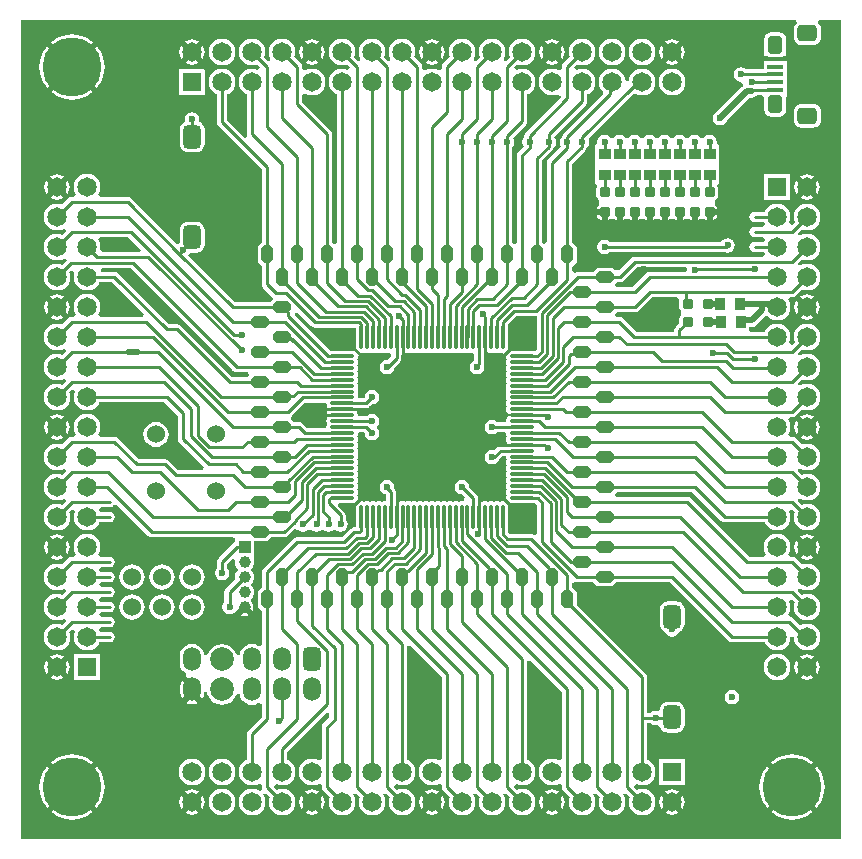
<source format=gtl>
G04*
G04 #@! TF.GenerationSoftware,Altium Limited,Altium Designer,20.0.11 (256)*
G04*
G04 Layer_Physical_Order=1*
G04 Layer_Color=255*
%FSLAX25Y25*%
%MOIN*%
G70*
G01*
G75*
%ADD10C,0.00984*%
%ADD17C,0.06000*%
G04:AMPARAMS|DCode=18|XSize=78.74mil|YSize=59.06mil|CornerRadius=14.76mil|HoleSize=0mil|Usage=FLASHONLY|Rotation=90.000|XOffset=0mil|YOffset=0mil|HoleType=Round|Shape=RoundedRectangle|*
%AMROUNDEDRECTD18*
21,1,0.07874,0.02953,0,0,90.0*
21,1,0.04921,0.05906,0,0,90.0*
1,1,0.02953,0.01476,0.02461*
1,1,0.02953,0.01476,-0.02461*
1,1,0.02953,-0.01476,-0.02461*
1,1,0.02953,-0.01476,0.02461*
%
%ADD18ROUNDEDRECTD18*%
%ADD19O,0.08268X0.01181*%
%ADD20O,0.01181X0.08268*%
%ADD21R,0.05315X0.01575*%
%ADD22R,0.03543X0.03937*%
G04:AMPARAMS|DCode=23|XSize=31.5mil|YSize=31.5mil|CornerRadius=3.94mil|HoleSize=0mil|Usage=FLASHONLY|Rotation=180.000|XOffset=0mil|YOffset=0mil|HoleType=Round|Shape=RoundedRectangle|*
%AMROUNDEDRECTD23*
21,1,0.03150,0.02362,0,0,180.0*
21,1,0.02362,0.03150,0,0,180.0*
1,1,0.00787,-0.01181,0.01181*
1,1,0.00787,0.01181,0.01181*
1,1,0.00787,0.01181,-0.01181*
1,1,0.00787,-0.01181,-0.01181*
%
%ADD23ROUNDEDRECTD23*%
G04:AMPARAMS|DCode=24|XSize=31.5mil|YSize=31.5mil|CornerRadius=3.94mil|HoleSize=0mil|Usage=FLASHONLY|Rotation=270.000|XOffset=0mil|YOffset=0mil|HoleType=Round|Shape=RoundedRectangle|*
%AMROUNDEDRECTD24*
21,1,0.03150,0.02362,0,0,270.0*
21,1,0.02362,0.03150,0,0,270.0*
1,1,0.00787,-0.01181,-0.01181*
1,1,0.00787,-0.01181,0.01181*
1,1,0.00787,0.01181,0.01181*
1,1,0.00787,0.01181,-0.01181*
%
%ADD24ROUNDEDRECTD24*%
%ADD25R,0.03937X0.03543*%
%ADD49C,0.01968*%
%ADD50C,0.19685*%
%ADD51O,0.05906X0.07874*%
%ADD52C,0.07874*%
G04:AMPARAMS|DCode=53|XSize=59.06mil|YSize=78.74mil|CornerRadius=14.76mil|HoleSize=0mil|Usage=FLASHONLY|Rotation=180.000|XOffset=0mil|YOffset=0mil|HoleType=Round|Shape=RoundedRectangle|*
%AMROUNDEDRECTD53*
21,1,0.05906,0.04921,0,0,180.0*
21,1,0.02953,0.07874,0,0,180.0*
1,1,0.02953,-0.01476,0.02461*
1,1,0.02953,0.01476,0.02461*
1,1,0.02953,0.01476,-0.02461*
1,1,0.02953,-0.01476,-0.02461*
%
%ADD53ROUNDEDRECTD53*%
%ADD54C,0.06496*%
%ADD55R,0.06496X0.06496*%
%ADD56R,0.06496X0.06496*%
G04:AMPARAMS|DCode=57|XSize=66.93mil|YSize=55.12mil|CornerRadius=13.78mil|HoleSize=0mil|Usage=FLASHONLY|Rotation=180.000|XOffset=0mil|YOffset=0mil|HoleType=Round|Shape=RoundedRectangle|*
%AMROUNDEDRECTD57*
21,1,0.06693,0.02756,0,0,180.0*
21,1,0.03937,0.05512,0,0,180.0*
1,1,0.02756,-0.01968,0.01378*
1,1,0.02756,0.01968,0.01378*
1,1,0.02756,0.01968,-0.01378*
1,1,0.02756,-0.01968,-0.01378*
%
%ADD57ROUNDEDRECTD57*%
G04:AMPARAMS|DCode=58|XSize=60mil|YSize=49.21mil|CornerRadius=12.3mil|HoleSize=0mil|Usage=FLASHONLY|Rotation=90.000|XOffset=0mil|YOffset=0mil|HoleType=Round|Shape=RoundedRectangle|*
%AMROUNDEDRECTD58*
21,1,0.06000,0.02461,0,0,90.0*
21,1,0.03539,0.04921,0,0,90.0*
1,1,0.02461,0.01230,0.01770*
1,1,0.02461,0.01230,-0.01770*
1,1,0.02461,-0.01230,-0.01770*
1,1,0.02461,-0.01230,0.01770*
%
%ADD58ROUNDEDRECTD58*%
%ADD59C,0.03937*%
%ADD60R,0.03937X0.03937*%
G04:AMPARAMS|DCode=61|XSize=39.37mil|YSize=59.06mil|CornerRadius=0mil|HoleSize=0mil|Usage=FLASHONLY|Rotation=180.000|XOffset=0mil|YOffset=0mil|HoleType=Round|Shape=Octagon|*
%AMOCTAGOND61*
4,1,8,0.00984,-0.02953,-0.00984,-0.02953,-0.01968,-0.01968,-0.01968,0.01968,-0.00984,0.02953,0.00984,0.02953,0.01968,0.01968,0.01968,-0.01968,0.00984,-0.02953,0.0*
%
%ADD61OCTAGOND61*%

G04:AMPARAMS|DCode=62|XSize=39.37mil|YSize=59.06mil|CornerRadius=0mil|HoleSize=0mil|Usage=FLASHONLY|Rotation=270.000|XOffset=0mil|YOffset=0mil|HoleType=Round|Shape=Octagon|*
%AMOCTAGOND62*
4,1,8,0.02953,0.00984,0.02953,-0.00984,0.01968,-0.01968,-0.01968,-0.01968,-0.02953,-0.00984,-0.02953,0.00984,-0.01968,0.01968,0.01968,0.01968,0.02953,0.00984,0.0*
%
%ADD62OCTAGOND62*%

%ADD63C,0.02362*%
G36*
X136390Y-137178D02*
X-137178D01*
X-137178Y135603D01*
X121148D01*
X121482Y134619D01*
X121305Y134483D01*
X120895Y133948D01*
X120637Y133326D01*
X120549Y132658D01*
Y129902D01*
X120637Y129234D01*
X120895Y128611D01*
X121305Y128076D01*
X121839Y127666D01*
X122462Y127408D01*
X123130Y127321D01*
X127067D01*
X127735Y127408D01*
X128358Y127666D01*
X128892Y128076D01*
X129302Y128611D01*
X129560Y129234D01*
X129648Y129902D01*
Y132658D01*
X129560Y133326D01*
X129302Y133948D01*
X128892Y134483D01*
X128715Y134619D01*
X129049Y135603D01*
X136390D01*
X136390Y-137178D01*
D02*
G37*
%LPC*%
G36*
X80000Y129269D02*
X78895Y129123D01*
X77866Y128697D01*
X77769Y128623D01*
X80000Y126392D01*
X82231Y128623D01*
X82134Y128697D01*
X81105Y129123D01*
X80000Y129269D01*
D02*
G37*
G36*
X40000D02*
X38895Y129123D01*
X37866Y128697D01*
X37769Y128623D01*
X40000Y126392D01*
X42231Y128623D01*
X42134Y128697D01*
X41105Y129123D01*
X40000Y129269D01*
D02*
G37*
G36*
X0D02*
X-1105Y129123D01*
X-2134Y128697D01*
X-2231Y128623D01*
X0Y126392D01*
X2231Y128623D01*
X2134Y128697D01*
X1105Y129123D01*
X0Y129269D01*
D02*
G37*
G36*
X-40000D02*
X-41105Y129123D01*
X-42134Y128697D01*
X-42231Y128623D01*
X-40000Y126392D01*
X-37769Y128623D01*
X-37866Y128697D01*
X-38895Y129123D01*
X-40000Y129269D01*
D02*
G37*
G36*
X-80000D02*
X-81105Y129123D01*
X-82134Y128697D01*
X-82231Y128623D01*
X-80000Y126392D01*
X-77769Y128623D01*
X-77866Y128697D01*
X-78895Y129123D01*
X-80000Y129269D01*
D02*
G37*
G36*
X115600Y131571D02*
X113140D01*
X112199Y131384D01*
X111401Y130851D01*
X110868Y130053D01*
X110681Y129112D01*
Y125573D01*
X110721Y125371D01*
X110728Y124390D01*
X110728Y124390D01*
X110728Y124390D01*
Y123602D01*
X111748D01*
X112199Y123301D01*
X113140Y123114D01*
X114370D01*
X115600D01*
X116541Y123301D01*
X116992Y123602D01*
X118012D01*
Y124390D01*
X118012Y124390D01*
X118012D01*
X118019Y125371D01*
X118059Y125573D01*
Y129112D01*
X117872Y130053D01*
X117339Y130851D01*
X116541Y131384D01*
X115600Y131571D01*
D02*
G37*
G36*
X83623Y127231D02*
X81392Y125000D01*
X83623Y122769D01*
X83697Y122866D01*
X84123Y123895D01*
X84269Y125000D01*
X84123Y126105D01*
X83697Y127134D01*
X83623Y127231D01*
D02*
G37*
G36*
X43623D02*
X41392Y125000D01*
X43623Y122769D01*
X43697Y122866D01*
X44123Y123895D01*
X44269Y125000D01*
X44123Y126105D01*
X43697Y127134D01*
X43623Y127231D01*
D02*
G37*
G36*
X3623D02*
X1392Y125000D01*
X3623Y122769D01*
X3697Y122866D01*
X4123Y123895D01*
X4269Y125000D01*
X4123Y126105D01*
X3697Y127134D01*
X3623Y127231D01*
D02*
G37*
G36*
X-36377D02*
X-38608Y125000D01*
X-36377Y122769D01*
X-36303Y122866D01*
X-35877Y123895D01*
X-35731Y125000D01*
X-35877Y126105D01*
X-36303Y127134D01*
X-36377Y127231D01*
D02*
G37*
G36*
X-76377D02*
X-78608Y125000D01*
X-76377Y122769D01*
X-76303Y122866D01*
X-75877Y123895D01*
X-75731Y125000D01*
X-75877Y126105D01*
X-76303Y127134D01*
X-76377Y127231D01*
D02*
G37*
G36*
X76377Y127231D02*
X76303Y127134D01*
X75877Y126105D01*
X75731Y125000D01*
X75877Y123895D01*
X76303Y122866D01*
X76377Y122769D01*
X78608Y125000D01*
X76377Y127231D01*
D02*
G37*
G36*
X36377D02*
X36303Y127134D01*
X35877Y126105D01*
X35731Y125000D01*
X35877Y123895D01*
X36303Y122866D01*
X36377Y122769D01*
X38608Y125000D01*
X36377Y127231D01*
D02*
G37*
G36*
X-3623D02*
X-3697Y127134D01*
X-4123Y126105D01*
X-4269Y125000D01*
X-4123Y123895D01*
X-3697Y122866D01*
X-3623Y122769D01*
X-1392Y125000D01*
X-3623Y127231D01*
D02*
G37*
G36*
X-43623D02*
X-43697Y127134D01*
X-44123Y126105D01*
X-44269Y125000D01*
X-44123Y123895D01*
X-43697Y122866D01*
X-43623Y122769D01*
X-41392Y125000D01*
X-43623Y127231D01*
D02*
G37*
G36*
X-83623D02*
X-83697Y127134D01*
X-84123Y126105D01*
X-84269Y125000D01*
X-84123Y123895D01*
X-83697Y122866D01*
X-83623Y122769D01*
X-81392Y125000D01*
X-83623Y127231D01*
D02*
G37*
G36*
X-120000Y130860D02*
X-121699Y130727D01*
X-123356Y130329D01*
X-124930Y129676D01*
X-126383Y128786D01*
X-126929Y128321D01*
X-120000Y121392D01*
X-113071Y128321D01*
X-113617Y128786D01*
X-115070Y129676D01*
X-116644Y130329D01*
X-118301Y130727D01*
X-120000Y130860D01*
D02*
G37*
G36*
X80000Y123608D02*
X77769Y121377D01*
X77866Y121303D01*
X78895Y120877D01*
X80000Y120731D01*
X81105Y120877D01*
X82134Y121303D01*
X82231Y121377D01*
X80000Y123608D01*
D02*
G37*
G36*
X40000D02*
X37769Y121377D01*
X37866Y121303D01*
X38895Y120877D01*
X40000Y120731D01*
X41105Y120877D01*
X42134Y121303D01*
X42231Y121377D01*
X40000Y123608D01*
D02*
G37*
G36*
X0D02*
X-2231Y121377D01*
X-2134Y121303D01*
X-1105Y120877D01*
X0Y120731D01*
X1105Y120877D01*
X2134Y121303D01*
X2231Y121377D01*
X0Y123608D01*
D02*
G37*
G36*
X-40000D02*
X-42231Y121377D01*
X-42134Y121303D01*
X-41105Y120877D01*
X-40000Y120731D01*
X-38895Y120877D01*
X-37866Y121303D01*
X-37769Y121377D01*
X-40000Y123608D01*
D02*
G37*
G36*
X-80000D02*
X-82231Y121377D01*
X-82134Y121303D01*
X-81105Y120877D01*
X-80000Y120731D01*
X-78895Y120877D01*
X-77866Y121303D01*
X-77769Y121377D01*
X-80000Y123608D01*
D02*
G37*
G36*
X70000Y129467D02*
X68844Y129315D01*
X67766Y128869D01*
X66841Y128159D01*
X66131Y127234D01*
X65685Y126156D01*
X65533Y125000D01*
X65685Y123844D01*
X66131Y122766D01*
X66841Y121841D01*
X67766Y121131D01*
X68844Y120685D01*
X70000Y120533D01*
X71156Y120685D01*
X72234Y121131D01*
X73159Y121841D01*
X73869Y122766D01*
X74315Y123844D01*
X74467Y125000D01*
X74315Y126156D01*
X73869Y127234D01*
X73159Y128159D01*
X72234Y128869D01*
X71156Y129315D01*
X70000Y129467D01*
D02*
G37*
G36*
X60000D02*
X58844Y129315D01*
X57766Y128869D01*
X56841Y128159D01*
X56131Y127234D01*
X55685Y126156D01*
X55533Y125000D01*
X55685Y123844D01*
X56131Y122766D01*
X56841Y121841D01*
X57766Y121131D01*
X58844Y120685D01*
X60000Y120533D01*
X61156Y120685D01*
X62234Y121131D01*
X63159Y121841D01*
X63869Y122766D01*
X64315Y123844D01*
X64467Y125000D01*
X64315Y126156D01*
X63869Y127234D01*
X63159Y128159D01*
X62234Y128869D01*
X61156Y129315D01*
X60000Y129467D01*
D02*
G37*
G36*
X50000D02*
X48844Y129315D01*
X47766Y128869D01*
X46841Y128159D01*
X46131Y127234D01*
X45685Y126156D01*
X45533Y125000D01*
X45685Y123844D01*
X45903Y123316D01*
X43794Y121206D01*
X43424Y120653D01*
X43294Y120000D01*
Y119296D01*
X42310Y118810D01*
X42234Y118869D01*
X41156Y119315D01*
X40000Y119467D01*
X38844Y119315D01*
X37766Y118869D01*
X36841Y118159D01*
X36131Y117234D01*
X35685Y116156D01*
X35533Y115000D01*
X35685Y113844D01*
X36131Y112766D01*
X36841Y111841D01*
X37766Y111131D01*
X38844Y110685D01*
X40000Y110533D01*
X41156Y110685D01*
X41812Y110957D01*
X42736Y110484D01*
X42837Y110353D01*
X42906Y109818D01*
X31294Y98206D01*
X30924Y97653D01*
X30794Y97000D01*
Y96699D01*
X30275Y95922D01*
X30092Y95000D01*
X30275Y94078D01*
X30632Y93544D01*
X28794Y91706D01*
X28424Y91153D01*
X28294Y90500D01*
Y61347D01*
X27444Y60983D01*
X26706Y61581D01*
Y93301D01*
X27225Y94078D01*
X27408Y95000D01*
X27225Y95922D01*
X26868Y96456D01*
X31206Y100794D01*
X31576Y101347D01*
X31706Y102000D01*
Y110913D01*
X32234Y111131D01*
X33159Y111841D01*
X33869Y112766D01*
X34315Y113844D01*
X34467Y115000D01*
X34315Y116156D01*
X33869Y117234D01*
X33159Y118159D01*
X32234Y118869D01*
X31156Y119315D01*
X30000Y119467D01*
X28844Y119315D01*
X28427Y119142D01*
X27333Y119721D01*
X27304Y119892D01*
X28316Y120903D01*
X28844Y120685D01*
X30000Y120533D01*
X31156Y120685D01*
X32234Y121131D01*
X33159Y121841D01*
X33869Y122766D01*
X34315Y123844D01*
X34467Y125000D01*
X34315Y126156D01*
X33869Y127234D01*
X33159Y128159D01*
X32234Y128869D01*
X31156Y129315D01*
X30000Y129467D01*
X28844Y129315D01*
X27766Y128869D01*
X26841Y128159D01*
X26131Y127234D01*
X25685Y126156D01*
X25533Y125000D01*
X25685Y123844D01*
X25903Y123316D01*
X24572Y121985D01*
X23700Y122246D01*
X23700D01*
X23700Y122247D01*
X23700Y122247D01*
X23565Y122365D01*
D01*
X23562Y122367D01*
X23563Y122368D01*
X23869Y122766D01*
X24315Y123844D01*
X24467Y125000D01*
X24315Y126156D01*
X23869Y127234D01*
X23159Y128159D01*
X22234Y128869D01*
X21156Y129315D01*
X20000Y129467D01*
X18844Y129315D01*
X17766Y128869D01*
X16841Y128159D01*
X16131Y127234D01*
X15685Y126156D01*
X15533Y125000D01*
X15685Y123844D01*
X15903Y123316D01*
X14572Y121985D01*
X13700Y122246D01*
X13700D01*
X13700Y122247D01*
X13700Y122247D01*
X13565Y122365D01*
D01*
X13563Y122367D01*
X13563Y122368D01*
X13869Y122766D01*
X14315Y123844D01*
X14467Y125000D01*
X14315Y126156D01*
X13869Y127234D01*
X13159Y128159D01*
X12234Y128869D01*
X11156Y129315D01*
X10000Y129467D01*
X8844Y129315D01*
X7766Y128869D01*
X6841Y128159D01*
X6131Y127234D01*
X5685Y126156D01*
X5533Y125000D01*
X5685Y123844D01*
X5903Y123316D01*
X3794Y121206D01*
X3424Y120653D01*
X3294Y120000D01*
Y119296D01*
X2310Y118810D01*
X2234Y118869D01*
X1156Y119315D01*
X0Y119467D01*
X-1156Y119315D01*
X-2234Y118869D01*
X-2310Y118810D01*
X-3294Y119296D01*
Y120000D01*
X-3424Y120653D01*
X-3794Y121206D01*
X-5903Y123316D01*
X-5685Y123844D01*
X-5533Y125000D01*
X-5685Y126156D01*
X-6131Y127234D01*
X-6841Y128159D01*
X-7766Y128869D01*
X-8844Y129315D01*
X-10000Y129467D01*
X-11156Y129315D01*
X-12234Y128869D01*
X-13159Y128159D01*
X-13869Y127234D01*
X-14315Y126156D01*
X-14467Y125000D01*
X-14315Y123844D01*
X-13869Y122766D01*
X-13563Y122368D01*
X-13563Y122367D01*
X-13565Y122364D01*
Y122364D01*
X-13698Y122248D01*
Y122248D01*
X-13699Y122248D01*
X-14569Y121982D01*
X-15903Y123316D01*
X-15685Y123844D01*
X-15533Y125000D01*
X-15685Y126156D01*
X-16131Y127234D01*
X-16841Y128159D01*
X-17766Y128869D01*
X-18844Y129315D01*
X-20000Y129467D01*
X-21156Y129315D01*
X-22234Y128869D01*
X-23159Y128159D01*
X-23869Y127234D01*
X-24315Y126156D01*
X-24467Y125000D01*
X-24315Y123844D01*
X-23869Y122766D01*
X-23563Y122368D01*
X-23562Y122367D01*
X-23565Y122364D01*
Y122364D01*
X-23698Y122248D01*
Y122248D01*
X-23699Y122248D01*
X-24569Y121982D01*
X-25903Y123316D01*
X-25685Y123844D01*
X-25533Y125000D01*
X-25685Y126156D01*
X-26131Y127234D01*
X-26841Y128159D01*
X-27766Y128869D01*
X-28844Y129315D01*
X-30000Y129467D01*
X-31156Y129315D01*
X-32234Y128869D01*
X-33159Y128159D01*
X-33869Y127234D01*
X-34315Y126156D01*
X-34467Y125000D01*
X-34315Y123844D01*
X-33869Y122766D01*
X-33159Y121841D01*
X-32234Y121131D01*
X-31156Y120685D01*
X-30000Y120533D01*
X-28844Y120685D01*
X-28316Y120903D01*
X-27304Y119892D01*
X-27333Y119721D01*
X-28427Y119142D01*
X-28844Y119315D01*
X-30000Y119467D01*
X-31156Y119315D01*
X-32234Y118869D01*
X-33159Y118159D01*
X-33869Y117234D01*
X-34315Y116156D01*
X-34467Y115000D01*
X-34315Y113844D01*
X-33869Y112766D01*
X-33159Y111841D01*
X-32234Y111131D01*
X-31706Y110913D01*
Y61347D01*
X-32556Y60983D01*
X-33294Y61581D01*
Y97500D01*
X-33424Y98153D01*
X-33794Y98706D01*
X-43294Y108207D01*
Y110704D01*
X-42310Y111189D01*
X-42234Y111131D01*
X-41156Y110685D01*
X-40000Y110533D01*
X-38844Y110685D01*
X-37766Y111131D01*
X-36841Y111841D01*
X-36131Y112766D01*
X-35685Y113844D01*
X-35533Y115000D01*
X-35685Y116156D01*
X-36131Y117234D01*
X-36841Y118159D01*
X-37766Y118869D01*
X-38844Y119315D01*
X-40000Y119467D01*
X-41156Y119315D01*
X-42234Y118869D01*
X-42310Y118810D01*
X-43294Y119296D01*
Y120000D01*
X-43424Y120653D01*
X-43794Y121206D01*
X-45903Y123316D01*
X-45685Y123844D01*
X-45533Y125000D01*
X-45685Y126156D01*
X-46131Y127234D01*
X-46841Y128159D01*
X-47766Y128869D01*
X-48844Y129315D01*
X-50000Y129467D01*
X-51156Y129315D01*
X-52234Y128869D01*
X-53159Y128159D01*
X-53869Y127234D01*
X-54315Y126156D01*
X-54467Y125000D01*
X-54315Y123844D01*
X-53869Y122766D01*
X-53563Y122368D01*
X-53562Y122367D01*
X-53565Y122364D01*
Y122364D01*
X-53698Y122248D01*
Y122248D01*
X-53699Y122248D01*
X-54569Y121982D01*
X-55903Y123316D01*
X-55685Y123844D01*
X-55533Y125000D01*
X-55685Y126156D01*
X-56131Y127234D01*
X-56841Y128159D01*
X-57766Y128869D01*
X-58844Y129315D01*
X-60000Y129467D01*
X-61156Y129315D01*
X-62234Y128869D01*
X-63159Y128159D01*
X-63869Y127234D01*
X-64315Y126156D01*
X-64467Y125000D01*
X-64315Y123844D01*
X-63869Y122766D01*
X-63159Y121841D01*
X-62234Y121131D01*
X-61156Y120685D01*
X-60000Y120533D01*
X-58844Y120685D01*
X-58316Y120903D01*
X-57304Y119892D01*
X-57333Y119721D01*
X-58426Y119142D01*
X-58844Y119315D01*
X-60000Y119467D01*
X-61156Y119315D01*
X-62234Y118869D01*
X-63159Y118159D01*
X-63869Y117234D01*
X-64315Y116156D01*
X-64467Y115000D01*
X-64315Y113844D01*
X-63869Y112766D01*
X-63159Y111841D01*
X-62234Y111131D01*
X-61706Y110913D01*
Y97500D01*
X-61609Y97012D01*
X-62034Y96622D01*
X-62421Y96432D01*
X-68294Y102305D01*
Y110913D01*
X-67766Y111131D01*
X-66841Y111841D01*
X-66131Y112766D01*
X-65685Y113844D01*
X-65533Y115000D01*
X-65685Y116156D01*
X-66131Y117234D01*
X-66841Y118159D01*
X-67766Y118869D01*
X-68844Y119315D01*
X-70000Y119467D01*
X-71156Y119315D01*
X-72234Y118869D01*
X-73159Y118159D01*
X-73869Y117234D01*
X-74315Y116156D01*
X-74467Y115000D01*
X-74315Y113844D01*
X-73869Y112766D01*
X-73159Y111841D01*
X-72234Y111131D01*
X-71706Y110913D01*
Y101598D01*
X-71576Y100946D01*
X-71206Y100392D01*
X-56706Y85892D01*
Y61503D01*
X-58150Y60059D01*
Y54941D01*
X-56706Y53497D01*
Y47500D01*
X-56576Y46847D01*
X-56206Y46294D01*
X-53206Y43294D01*
X-53135Y42573D01*
X-54003Y41706D01*
X-65793D01*
X-81305Y57217D01*
X-81297Y57297D01*
X-80775Y58078D01*
X-80765Y58127D01*
X-78524D01*
X-77830Y58218D01*
X-77183Y58486D01*
X-76628Y58912D01*
X-76202Y59467D01*
X-75935Y60113D01*
X-75843Y60807D01*
Y65728D01*
X-75935Y66422D01*
X-76202Y67069D01*
X-76628Y67624D01*
X-77183Y68050D01*
X-77830Y68317D01*
X-78524Y68409D01*
X-81476D01*
X-82170Y68317D01*
X-82817Y68050D01*
X-83372Y67624D01*
X-83798Y67069D01*
X-84065Y66422D01*
X-84157Y65728D01*
Y61461D01*
X-85131Y61044D01*
X-100294Y76206D01*
X-100847Y76576D01*
X-101500Y76706D01*
X-110704D01*
X-111189Y77690D01*
X-111131Y77766D01*
X-110685Y78844D01*
X-110533Y80000D01*
X-110685Y81156D01*
X-111131Y82234D01*
X-111841Y83159D01*
X-112766Y83869D01*
X-113844Y84315D01*
X-115000Y84467D01*
X-116156Y84315D01*
X-117234Y83869D01*
X-118159Y83159D01*
X-118869Y82234D01*
X-119315Y81156D01*
X-119467Y80000D01*
X-119315Y78844D01*
X-118869Y77766D01*
X-118810Y77690D01*
X-119296Y76706D01*
X-120000D01*
X-120653Y76576D01*
X-121206Y76206D01*
X-123316Y74097D01*
X-123844Y74315D01*
X-125000Y74467D01*
X-126156Y74315D01*
X-127234Y73869D01*
X-128159Y73159D01*
X-128869Y72234D01*
X-129315Y71156D01*
X-129467Y70000D01*
X-129315Y68844D01*
X-128869Y67766D01*
X-128159Y66841D01*
X-127234Y66131D01*
X-126156Y65685D01*
X-125000Y65533D01*
X-123844Y65685D01*
X-122766Y66131D01*
X-122368Y66437D01*
X-122367Y66438D01*
X-122364Y66435D01*
X-122364D01*
X-122248Y66302D01*
X-122248D01*
X-122248Y66301D01*
X-121982Y65431D01*
X-123316Y64097D01*
X-123844Y64315D01*
X-125000Y64467D01*
X-126156Y64315D01*
X-127234Y63869D01*
X-128159Y63159D01*
X-128869Y62234D01*
X-129315Y61156D01*
X-129467Y60000D01*
X-129315Y58844D01*
X-128869Y57766D01*
X-128159Y56841D01*
X-127234Y56131D01*
X-126156Y55685D01*
X-125000Y55533D01*
X-123844Y55685D01*
X-122766Y56131D01*
X-122367Y56437D01*
X-121717Y55696D01*
X-121934Y55479D01*
X-123316Y54097D01*
X-123844Y54315D01*
X-125000Y54467D01*
X-126156Y54315D01*
X-127234Y53869D01*
X-128159Y53159D01*
X-128869Y52234D01*
X-129315Y51156D01*
X-129467Y50000D01*
X-129315Y48844D01*
X-128869Y47766D01*
X-128159Y46841D01*
X-127234Y46131D01*
X-126156Y45685D01*
X-125000Y45533D01*
X-123844Y45685D01*
X-122766Y46131D01*
X-121841Y46841D01*
X-121131Y47766D01*
X-120685Y48844D01*
X-120533Y50000D01*
X-120685Y51156D01*
X-120903Y51684D01*
X-120141Y52447D01*
X-119869Y52391D01*
X-119271Y51263D01*
X-119315Y51156D01*
X-119467Y50000D01*
X-119315Y48844D01*
X-118869Y47766D01*
X-118159Y46841D01*
X-117234Y46131D01*
X-116156Y45685D01*
X-115000Y45533D01*
X-113844Y45685D01*
X-112766Y46131D01*
X-111841Y46841D01*
X-111131Y47766D01*
X-110913Y48294D01*
X-106686D01*
X-96083Y37690D01*
X-96490Y36706D01*
X-110704D01*
X-111189Y37690D01*
X-111131Y37766D01*
X-110685Y38844D01*
X-110533Y40000D01*
X-110685Y41156D01*
X-111131Y42234D01*
X-111841Y43159D01*
X-112766Y43869D01*
X-113844Y44315D01*
X-115000Y44467D01*
X-116156Y44315D01*
X-117234Y43869D01*
X-118159Y43159D01*
X-118869Y42234D01*
X-119315Y41156D01*
X-119467Y40000D01*
X-119315Y38844D01*
X-118869Y37766D01*
X-118810Y37690D01*
X-119296Y36706D01*
X-120000D01*
X-120653Y36576D01*
X-121206Y36206D01*
X-123316Y34097D01*
X-123844Y34315D01*
X-125000Y34467D01*
X-126156Y34315D01*
X-127234Y33869D01*
X-128159Y33159D01*
X-128869Y32234D01*
X-129315Y31156D01*
X-129467Y30000D01*
X-129315Y28844D01*
X-128869Y27766D01*
X-128159Y26841D01*
X-127234Y26131D01*
X-126156Y25685D01*
X-125000Y25533D01*
X-123844Y25685D01*
X-122766Y26131D01*
X-122368Y26437D01*
X-122367Y26438D01*
X-122364Y26435D01*
X-122364D01*
X-122248Y26302D01*
X-122248D01*
X-122248Y26301D01*
X-121982Y25431D01*
X-123316Y24097D01*
X-123844Y24315D01*
X-125000Y24467D01*
X-126156Y24315D01*
X-127234Y23869D01*
X-128159Y23159D01*
X-128869Y22234D01*
X-129315Y21156D01*
X-129467Y20000D01*
X-129315Y18844D01*
X-128869Y17766D01*
X-128159Y16841D01*
X-127234Y16131D01*
X-126156Y15685D01*
X-125000Y15533D01*
X-123844Y15685D01*
X-122766Y16131D01*
X-122368Y16437D01*
X-122367Y16438D01*
X-122364Y16435D01*
X-122364D01*
X-122248Y16302D01*
X-122248D01*
X-122248Y16301D01*
X-121982Y15431D01*
X-123316Y14097D01*
X-123844Y14315D01*
X-125000Y14467D01*
X-126156Y14315D01*
X-127234Y13869D01*
X-128159Y13159D01*
X-128869Y12234D01*
X-129315Y11156D01*
X-129467Y10000D01*
X-129315Y8844D01*
X-128869Y7766D01*
X-128159Y6841D01*
X-127234Y6131D01*
X-126156Y5685D01*
X-125000Y5533D01*
X-123844Y5685D01*
X-122766Y6131D01*
X-121841Y6841D01*
X-121131Y7766D01*
X-120685Y8844D01*
X-120533Y10000D01*
X-120685Y11156D01*
X-120903Y11684D01*
X-119892Y12696D01*
X-119721Y12667D01*
X-119142Y11574D01*
X-119315Y11156D01*
X-119467Y10000D01*
X-119315Y8844D01*
X-118869Y7766D01*
X-118159Y6841D01*
X-117234Y6131D01*
X-116156Y5685D01*
X-115000Y5533D01*
X-113844Y5685D01*
X-112766Y6131D01*
X-111841Y6841D01*
X-111131Y7766D01*
X-110913Y8294D01*
X-89207D01*
X-84706Y3793D01*
Y-4000D01*
X-84576Y-4653D01*
X-84206Y-5206D01*
X-76103Y-13310D01*
X-76511Y-14294D01*
X-84793D01*
X-87794Y-11294D01*
X-88347Y-10924D01*
X-89000Y-10794D01*
X-97793D01*
X-104794Y-3794D01*
X-105347Y-3424D01*
X-106000Y-3294D01*
X-110704D01*
X-111189Y-2310D01*
X-111131Y-2234D01*
X-110685Y-1156D01*
X-110533Y0D01*
X-110685Y1156D01*
X-111131Y2234D01*
X-111841Y3159D01*
X-112766Y3869D01*
X-113844Y4315D01*
X-115000Y4467D01*
X-116156Y4315D01*
X-117234Y3869D01*
X-118159Y3159D01*
X-118869Y2234D01*
X-119315Y1156D01*
X-119467Y0D01*
X-119315Y-1156D01*
X-118869Y-2234D01*
X-118810Y-2310D01*
X-119296Y-3294D01*
X-120000D01*
X-120653Y-3424D01*
X-121206Y-3794D01*
X-123316Y-5903D01*
X-123844Y-5685D01*
X-125000Y-5533D01*
X-126156Y-5685D01*
X-127234Y-6131D01*
X-128159Y-6841D01*
X-128869Y-7766D01*
X-129315Y-8844D01*
X-129467Y-10000D01*
X-129315Y-11156D01*
X-128869Y-12234D01*
X-128159Y-13159D01*
X-127234Y-13869D01*
X-126156Y-14315D01*
X-125000Y-14467D01*
X-123844Y-14315D01*
X-122766Y-13869D01*
X-122368Y-13563D01*
X-122367Y-13563D01*
X-122364Y-13565D01*
X-122364D01*
X-122248Y-13698D01*
X-122248D01*
X-122248Y-13699D01*
X-121982Y-14569D01*
X-123316Y-15903D01*
X-123844Y-15685D01*
X-125000Y-15533D01*
X-126156Y-15685D01*
X-127234Y-16131D01*
X-128159Y-16841D01*
X-128869Y-17766D01*
X-129315Y-18844D01*
X-129467Y-20000D01*
X-129315Y-21156D01*
X-128869Y-22234D01*
X-128159Y-23159D01*
X-127234Y-23869D01*
X-126156Y-24315D01*
X-125000Y-24467D01*
X-123844Y-24315D01*
X-122766Y-23869D01*
X-122368Y-23563D01*
X-122367Y-23562D01*
X-122364Y-23565D01*
X-122364D01*
X-122248Y-23698D01*
X-122248D01*
X-122248Y-23699D01*
X-121982Y-24569D01*
X-123316Y-25903D01*
X-123844Y-25685D01*
X-125000Y-25533D01*
X-126156Y-25685D01*
X-127234Y-26131D01*
X-128159Y-26841D01*
X-128869Y-27766D01*
X-129315Y-28844D01*
X-129467Y-30000D01*
X-129315Y-31156D01*
X-128869Y-32234D01*
X-128159Y-33159D01*
X-127234Y-33869D01*
X-126156Y-34315D01*
X-125000Y-34467D01*
X-123844Y-34315D01*
X-122766Y-33869D01*
X-121841Y-33159D01*
X-121131Y-32234D01*
X-120685Y-31156D01*
X-120533Y-30000D01*
X-120685Y-28844D01*
X-120903Y-28316D01*
X-119892Y-27304D01*
X-119721Y-27333D01*
X-119142Y-28427D01*
X-119315Y-28844D01*
X-119467Y-30000D01*
X-119315Y-31156D01*
X-118869Y-32234D01*
X-118159Y-33159D01*
X-117234Y-33869D01*
X-116156Y-34315D01*
X-115000Y-34467D01*
X-113844Y-34315D01*
X-112766Y-33869D01*
X-111841Y-33159D01*
X-111131Y-32234D01*
X-110913Y-31706D01*
X-107500D01*
X-106847Y-31576D01*
X-106294Y-31206D01*
X-105924Y-30653D01*
X-105794Y-30000D01*
X-105924Y-29347D01*
X-106294Y-28794D01*
X-106847Y-28424D01*
X-107500Y-28294D01*
X-110499D01*
X-110878Y-27618D01*
X-110381Y-26706D01*
X-107500D01*
X-106847Y-26576D01*
X-106294Y-26206D01*
X-106217Y-26092D01*
X-105041Y-25876D01*
X-94711Y-36206D01*
X-94157Y-36576D01*
X-93504Y-36706D01*
X-66574D01*
X-65650Y-36850D01*
Y-38423D01*
X-65653Y-38424D01*
X-66206Y-38794D01*
X-71167Y-43754D01*
X-71537Y-44308D01*
X-71667Y-44961D01*
Y-47034D01*
X-72186Y-47811D01*
X-72369Y-48732D01*
X-72186Y-49654D01*
X-71664Y-50435D01*
X-70882Y-50957D01*
X-69961Y-51141D01*
X-69039Y-50957D01*
X-68258Y-50435D01*
X-67735Y-49654D01*
X-67552Y-48732D01*
X-67735Y-47811D01*
X-68255Y-47034D01*
Y-45667D01*
X-66478Y-43891D01*
X-66212Y-43974D01*
X-65598Y-44403D01*
X-65677Y-45000D01*
X-65569Y-45822D01*
X-65251Y-46588D01*
X-64746Y-47246D01*
Y-47754D01*
X-65251Y-48412D01*
X-65569Y-49178D01*
X-65677Y-50000D01*
X-65588Y-50675D01*
X-68706Y-53794D01*
X-69076Y-54347D01*
X-69206Y-55000D01*
Y-58301D01*
X-69725Y-59078D01*
X-69908Y-60000D01*
X-69725Y-60922D01*
X-69203Y-61703D01*
X-68422Y-62225D01*
X-67500Y-62409D01*
X-66578Y-62225D01*
X-66000Y-61839D01*
X-65696Y-61723D01*
X-65629Y-61737D01*
X-63196Y-59304D01*
X-62500Y-60000D01*
X-61804Y-59304D01*
X-59832Y-61276D01*
X-59623Y-60771D01*
X-59522Y-60000D01*
X-59623Y-59229D01*
X-59921Y-58511D01*
X-60394Y-57894D01*
X-60019Y-56941D01*
X-59749Y-56588D01*
X-59431Y-55822D01*
X-59323Y-55000D01*
X-59431Y-54178D01*
X-59749Y-53412D01*
X-60254Y-52754D01*
Y-52246D01*
X-59749Y-51588D01*
X-59431Y-50822D01*
X-59323Y-50000D01*
X-59431Y-49178D01*
X-59749Y-48412D01*
X-60254Y-47754D01*
Y-47246D01*
X-59749Y-46588D01*
X-59431Y-45822D01*
X-59323Y-45000D01*
X-59431Y-44178D01*
X-59450Y-44134D01*
X-59350Y-43150D01*
X-59350D01*
Y-38150D01*
X-54941D01*
X-53497Y-36706D01*
X-49253D01*
X-48601Y-36576D01*
X-48047Y-36206D01*
X-45950Y-34109D01*
X-44703Y-34203D01*
X-43922Y-34725D01*
X-43000Y-34909D01*
X-42078Y-34725D01*
X-41297Y-34203D01*
X-40203D01*
X-39422Y-34725D01*
X-38500Y-34909D01*
X-37578Y-34725D01*
X-36797Y-34203D01*
X-36203D01*
X-35422Y-34725D01*
X-34500Y-34909D01*
X-33578Y-34725D01*
X-32797Y-34203D01*
X-32203D01*
X-31422Y-34725D01*
X-30500Y-34909D01*
X-29578Y-34725D01*
X-28797Y-34203D01*
X-28275Y-33422D01*
X-28091Y-32500D01*
X-28275Y-31578D01*
X-28794Y-30801D01*
Y-29500D01*
X-28924Y-28847D01*
X-29294Y-28294D01*
X-31250Y-26338D01*
X-30873Y-25428D01*
X-26378D01*
X-26186Y-25390D01*
X-25390Y-26186D01*
X-25428Y-26378D01*
Y-33432D01*
X-25917D01*
X-26570Y-33562D01*
X-27124Y-33931D01*
X-29986Y-36794D01*
X-45000D01*
X-45653Y-36924D01*
X-46206Y-37294D01*
X-56204Y-47291D01*
X-56573Y-47844D01*
X-56703Y-48497D01*
Y-53497D01*
X-58147Y-54941D01*
Y-60059D01*
X-56703Y-61503D01*
Y-72594D01*
X-57687Y-73080D01*
X-57915Y-72905D01*
X-58921Y-72488D01*
X-60000Y-72346D01*
X-61079Y-72488D01*
X-62085Y-72905D01*
X-62948Y-73567D01*
X-63611Y-74431D01*
X-64027Y-75437D01*
X-64094Y-75939D01*
X-64377Y-76008D01*
X-65091Y-75977D01*
X-65529Y-74919D01*
X-66350Y-73850D01*
X-67419Y-73029D01*
X-68664Y-72514D01*
X-70000Y-72338D01*
X-71336Y-72514D01*
X-72581Y-73029D01*
X-73650Y-73850D01*
X-74471Y-74919D01*
X-74909Y-75977D01*
X-75623Y-76008D01*
X-75906Y-75939D01*
X-75973Y-75437D01*
X-76389Y-74431D01*
X-77052Y-73567D01*
X-77915Y-72905D01*
X-78921Y-72488D01*
X-80000Y-72346D01*
X-81079Y-72488D01*
X-82085Y-72905D01*
X-82948Y-73567D01*
X-83611Y-74431D01*
X-84027Y-75437D01*
X-84170Y-76516D01*
Y-78484D01*
X-84027Y-79563D01*
X-83611Y-80569D01*
X-82948Y-81433D01*
X-82121Y-82068D01*
X-82036Y-82616D01*
X-82080Y-83044D01*
X-79304Y-85820D01*
X-80696Y-87212D01*
X-83412Y-84495D01*
X-83439Y-84530D01*
X-83836Y-85488D01*
X-83971Y-86516D01*
Y-88484D01*
X-83836Y-89512D01*
X-83439Y-90470D01*
X-83412Y-90505D01*
X-80696Y-87788D01*
X-80000Y-88484D01*
X-79304Y-87788D01*
X-76588Y-90505D01*
X-76561Y-90470D01*
X-76164Y-89512D01*
X-76029Y-88484D01*
Y-88457D01*
X-75045Y-88392D01*
X-74986Y-88836D01*
X-74471Y-90081D01*
X-73650Y-91150D01*
X-72581Y-91971D01*
X-71336Y-92486D01*
X-70000Y-92662D01*
X-68664Y-92486D01*
X-67419Y-91971D01*
X-66350Y-91150D01*
X-65529Y-90081D01*
X-65091Y-89024D01*
X-64377Y-88992D01*
X-64094Y-89061D01*
X-64027Y-89563D01*
X-63611Y-90569D01*
X-62948Y-91433D01*
X-62085Y-92095D01*
X-61079Y-92512D01*
X-60000Y-92654D01*
X-58921Y-92512D01*
X-57915Y-92095D01*
X-57687Y-91920D01*
X-56703Y-92406D01*
Y-96791D01*
X-61206Y-101294D01*
X-61576Y-101847D01*
X-61706Y-102500D01*
Y-110913D01*
X-62234Y-111131D01*
X-63159Y-111841D01*
X-63869Y-112766D01*
X-64315Y-113844D01*
X-64467Y-115000D01*
X-64315Y-116156D01*
X-63869Y-117234D01*
X-63159Y-118159D01*
X-62234Y-118869D01*
X-61156Y-119315D01*
X-60000Y-119467D01*
X-58844Y-119315D01*
X-57766Y-118869D01*
X-57690Y-118810D01*
X-56706Y-119296D01*
Y-120000D01*
X-56576Y-120653D01*
X-56537Y-120712D01*
X-56961Y-121517D01*
X-57093Y-121641D01*
X-57766Y-121131D01*
X-57843Y-121099D01*
X-58844Y-120685D01*
X-60000Y-120533D01*
X-61156Y-120685D01*
X-62234Y-121131D01*
X-63159Y-121841D01*
X-63869Y-122766D01*
X-64315Y-123844D01*
X-64467Y-125000D01*
X-64315Y-126156D01*
X-63869Y-127234D01*
X-63159Y-128159D01*
X-62234Y-128869D01*
X-61156Y-129315D01*
X-60000Y-129467D01*
X-58844Y-129315D01*
X-57766Y-128869D01*
X-56841Y-128159D01*
X-56131Y-127234D01*
X-55685Y-126156D01*
X-55533Y-125000D01*
X-55685Y-123844D01*
X-56131Y-122766D01*
X-56437Y-122368D01*
X-56437Y-122367D01*
X-56435Y-122365D01*
D01*
X-56300Y-122247D01*
X-56300Y-122247D01*
X-56300Y-122246D01*
X-55428Y-121985D01*
X-54097Y-123316D01*
X-54315Y-123844D01*
X-54467Y-125000D01*
X-54315Y-126156D01*
X-53869Y-127234D01*
X-53159Y-128159D01*
X-52234Y-128869D01*
X-51156Y-129315D01*
X-50000Y-129467D01*
X-48844Y-129315D01*
X-47766Y-128869D01*
X-46841Y-128159D01*
X-46131Y-127234D01*
X-45685Y-126156D01*
X-45533Y-125000D01*
X-45685Y-123844D01*
X-46131Y-122766D01*
X-46841Y-121841D01*
X-47766Y-121131D01*
X-48844Y-120685D01*
X-50000Y-120533D01*
X-51156Y-120685D01*
X-51684Y-120903D01*
X-52696Y-119892D01*
X-52667Y-119721D01*
X-51573Y-119142D01*
X-51156Y-119315D01*
X-50000Y-119467D01*
X-48844Y-119315D01*
X-47766Y-118869D01*
X-46841Y-118159D01*
X-46131Y-117234D01*
X-45685Y-116156D01*
X-45533Y-115000D01*
X-45685Y-113844D01*
X-46131Y-112766D01*
X-46841Y-111841D01*
X-47766Y-111131D01*
X-48294Y-110913D01*
Y-108207D01*
X-35115Y-95028D01*
X-34206Y-95405D01*
Y-96799D01*
X-36206Y-98799D01*
X-36576Y-99353D01*
X-36706Y-100005D01*
Y-110704D01*
X-37690Y-111189D01*
X-37766Y-111131D01*
X-38844Y-110685D01*
X-40000Y-110533D01*
X-41156Y-110685D01*
X-42234Y-111131D01*
X-43159Y-111841D01*
X-43869Y-112766D01*
X-44315Y-113844D01*
X-44467Y-115000D01*
X-44315Y-116156D01*
X-43869Y-117234D01*
X-43159Y-118159D01*
X-42234Y-118869D01*
X-41156Y-119315D01*
X-40000Y-119467D01*
X-38844Y-119315D01*
X-37766Y-118869D01*
X-37690Y-118810D01*
X-36706Y-119296D01*
Y-120000D01*
X-36576Y-120653D01*
X-36206Y-121206D01*
X-34097Y-123316D01*
X-34315Y-123844D01*
X-34467Y-125000D01*
X-34315Y-126156D01*
X-33869Y-127234D01*
X-33159Y-128159D01*
X-32234Y-128869D01*
X-31156Y-129315D01*
X-30000Y-129467D01*
X-28844Y-129315D01*
X-27766Y-128869D01*
X-26841Y-128159D01*
X-26131Y-127234D01*
X-25685Y-126156D01*
X-25533Y-125000D01*
X-25685Y-123844D01*
X-26131Y-122766D01*
X-26437Y-122368D01*
X-26438Y-122367D01*
X-26435Y-122365D01*
D01*
X-26300Y-122247D01*
X-26300Y-122247D01*
X-26300Y-122246D01*
X-25428Y-121985D01*
X-24097Y-123316D01*
X-24315Y-123844D01*
X-24467Y-125000D01*
X-24315Y-126156D01*
X-23869Y-127234D01*
X-23159Y-128159D01*
X-22234Y-128869D01*
X-21156Y-129315D01*
X-20000Y-129467D01*
X-18844Y-129315D01*
X-17766Y-128869D01*
X-16841Y-128159D01*
X-16131Y-127234D01*
X-15685Y-126156D01*
X-15533Y-125000D01*
X-15685Y-123844D01*
X-16131Y-122766D01*
X-16437Y-122368D01*
X-16438Y-122367D01*
X-16435Y-122365D01*
D01*
X-16300Y-122247D01*
X-16300Y-122247D01*
X-16300Y-122246D01*
X-15428Y-121985D01*
X-14097Y-123316D01*
X-14315Y-123844D01*
X-14467Y-125000D01*
X-14315Y-126156D01*
X-13869Y-127234D01*
X-13159Y-128159D01*
X-12234Y-128869D01*
X-11156Y-129315D01*
X-10000Y-129467D01*
X-8844Y-129315D01*
X-7766Y-128869D01*
X-6841Y-128159D01*
X-6131Y-127234D01*
X-5685Y-126156D01*
X-5533Y-125000D01*
X-5685Y-123844D01*
X-6131Y-122766D01*
X-6841Y-121841D01*
X-7766Y-121131D01*
X-8844Y-120685D01*
X-10000Y-120533D01*
X-11156Y-120685D01*
X-11684Y-120903D01*
X-12696Y-119892D01*
X-12667Y-119721D01*
X-11574Y-119142D01*
X-11156Y-119315D01*
X-10000Y-119467D01*
X-8844Y-119315D01*
X-7766Y-118869D01*
X-6841Y-118159D01*
X-6131Y-117234D01*
X-5685Y-116156D01*
X-5533Y-115000D01*
X-5685Y-113844D01*
X-6131Y-112766D01*
X-6841Y-111841D01*
X-7766Y-111131D01*
X-8294Y-110913D01*
Y-73011D01*
X-7310Y-72603D01*
X3294Y-83207D01*
Y-110704D01*
X2310Y-111189D01*
X2234Y-111131D01*
X1156Y-110685D01*
X0Y-110533D01*
X-1156Y-110685D01*
X-2234Y-111131D01*
X-3159Y-111841D01*
X-3869Y-112766D01*
X-4315Y-113844D01*
X-4467Y-115000D01*
X-4315Y-116156D01*
X-3869Y-117234D01*
X-3159Y-118159D01*
X-2234Y-118869D01*
X-1156Y-119315D01*
X0Y-119467D01*
X1156Y-119315D01*
X2234Y-118869D01*
X2310Y-118810D01*
X3294Y-119296D01*
Y-120000D01*
X3424Y-120653D01*
X3794Y-121206D01*
X5903Y-123316D01*
X5685Y-123844D01*
X5533Y-125000D01*
X5685Y-126156D01*
X6131Y-127234D01*
X6841Y-128159D01*
X7766Y-128869D01*
X8844Y-129315D01*
X10000Y-129467D01*
X11156Y-129315D01*
X12234Y-128869D01*
X13159Y-128159D01*
X13869Y-127234D01*
X14315Y-126156D01*
X14467Y-125000D01*
X14315Y-123844D01*
X13869Y-122766D01*
X13563Y-122368D01*
X13563Y-122367D01*
X13565Y-122365D01*
D01*
X13700Y-122247D01*
X13700Y-122247D01*
X13700Y-122246D01*
X14572Y-121985D01*
X15903Y-123316D01*
X15685Y-123844D01*
X15533Y-125000D01*
X15685Y-126156D01*
X16131Y-127234D01*
X16841Y-128159D01*
X17766Y-128869D01*
X18844Y-129315D01*
X20000Y-129467D01*
X21156Y-129315D01*
X22234Y-128869D01*
X23159Y-128159D01*
X23869Y-127234D01*
X24315Y-126156D01*
X24467Y-125000D01*
X24315Y-123844D01*
X23869Y-122766D01*
X23563Y-122368D01*
X23562Y-122367D01*
X23565Y-122365D01*
D01*
X23700Y-122247D01*
X23700Y-122247D01*
X23700Y-122246D01*
X24572Y-121985D01*
X25903Y-123316D01*
X25685Y-123844D01*
X25533Y-125000D01*
X25685Y-126156D01*
X26131Y-127234D01*
X26841Y-128159D01*
X27766Y-128869D01*
X28844Y-129315D01*
X30000Y-129467D01*
X31156Y-129315D01*
X32234Y-128869D01*
X33159Y-128159D01*
X33869Y-127234D01*
X34315Y-126156D01*
X34467Y-125000D01*
X34315Y-123844D01*
X33869Y-122766D01*
X33159Y-121841D01*
X32234Y-121131D01*
X31156Y-120685D01*
X30000Y-120533D01*
X28844Y-120685D01*
X28316Y-120903D01*
X27304Y-119892D01*
X27333Y-119721D01*
X28427Y-119142D01*
X28844Y-119315D01*
X30000Y-119467D01*
X31156Y-119315D01*
X32234Y-118869D01*
X33159Y-118159D01*
X33869Y-117234D01*
X34315Y-116156D01*
X34467Y-115000D01*
X34315Y-113844D01*
X33869Y-112766D01*
X33159Y-111841D01*
X32234Y-111131D01*
X31706Y-110913D01*
Y-78011D01*
X32690Y-77603D01*
X43294Y-88207D01*
Y-110704D01*
X42310Y-111189D01*
X42234Y-111131D01*
X41156Y-110685D01*
X40000Y-110533D01*
X38844Y-110685D01*
X37766Y-111131D01*
X36841Y-111841D01*
X36131Y-112766D01*
X35685Y-113844D01*
X35533Y-115000D01*
X35685Y-116156D01*
X36131Y-117234D01*
X36841Y-118159D01*
X37766Y-118869D01*
X38844Y-119315D01*
X40000Y-119467D01*
X41156Y-119315D01*
X42234Y-118869D01*
X42310Y-118810D01*
X43294Y-119296D01*
Y-120000D01*
X43424Y-120653D01*
X43794Y-121206D01*
X45903Y-123316D01*
X45685Y-123844D01*
X45533Y-125000D01*
X45685Y-126156D01*
X46131Y-127234D01*
X46841Y-128159D01*
X47766Y-128869D01*
X48844Y-129315D01*
X50000Y-129467D01*
X51156Y-129315D01*
X52234Y-128869D01*
X53159Y-128159D01*
X53869Y-127234D01*
X54315Y-126156D01*
X54467Y-125000D01*
X54315Y-123844D01*
X53869Y-122766D01*
X53563Y-122368D01*
X53562Y-122367D01*
X53565Y-122365D01*
X53565Y-122365D01*
X53701Y-122245D01*
X53701Y-122245D01*
X53702Y-122245D01*
X54576Y-121988D01*
X55903Y-123316D01*
X55685Y-123844D01*
X55533Y-125000D01*
X55685Y-126156D01*
X56131Y-127234D01*
X56841Y-128159D01*
X57766Y-128869D01*
X58844Y-129315D01*
X60000Y-129467D01*
X61156Y-129315D01*
X62234Y-128869D01*
X63159Y-128159D01*
X63869Y-127234D01*
X64315Y-126156D01*
X64467Y-125000D01*
X64315Y-123844D01*
X63869Y-122766D01*
X63563Y-122368D01*
X63562Y-122367D01*
X63565Y-122365D01*
X63565Y-122365D01*
X63701Y-122245D01*
X63701Y-122245D01*
X63702Y-122245D01*
X64575Y-121988D01*
X65903Y-123316D01*
X65685Y-123844D01*
X65533Y-125000D01*
X65685Y-126156D01*
X66131Y-127234D01*
X66841Y-128159D01*
X67766Y-128869D01*
X68844Y-129315D01*
X70000Y-129467D01*
X71156Y-129315D01*
X72234Y-128869D01*
X73159Y-128159D01*
X73869Y-127234D01*
X74315Y-126156D01*
X74467Y-125000D01*
X74315Y-123844D01*
X73869Y-122766D01*
X73159Y-121841D01*
X72234Y-121131D01*
X71156Y-120685D01*
X70000Y-120533D01*
X68844Y-120685D01*
X68316Y-120903D01*
X67304Y-119892D01*
X67333Y-119721D01*
X68427Y-119142D01*
X68844Y-119315D01*
X70000Y-119467D01*
X71156Y-119315D01*
X72234Y-118869D01*
X73159Y-118159D01*
X73869Y-117234D01*
X74315Y-116156D01*
X74467Y-115000D01*
X74315Y-113844D01*
X73869Y-112766D01*
X73159Y-111841D01*
X72234Y-111131D01*
X71706Y-110913D01*
Y-98706D01*
X72801D01*
X73578Y-99225D01*
X74500Y-99409D01*
X74869Y-99335D01*
X75868Y-99852D01*
X75993Y-100027D01*
X76202Y-100533D01*
X76628Y-101088D01*
X77183Y-101514D01*
X77830Y-101782D01*
X78524Y-101873D01*
X81476D01*
X82170Y-101782D01*
X82817Y-101514D01*
X83372Y-101088D01*
X83798Y-100533D01*
X84065Y-99887D01*
X84157Y-99193D01*
Y-94272D01*
X84065Y-93578D01*
X83798Y-92931D01*
X83372Y-92376D01*
X82817Y-91950D01*
X82170Y-91683D01*
X81476Y-91591D01*
X78524D01*
X77830Y-91683D01*
X77183Y-91950D01*
X76628Y-92376D01*
X76202Y-92931D01*
X75935Y-93578D01*
X75887Y-93940D01*
X75843Y-94018D01*
X75238Y-94512D01*
X74859Y-94663D01*
X74500Y-94591D01*
X73578Y-94775D01*
X72801Y-95294D01*
X71706D01*
Y-83484D01*
X71576Y-82831D01*
X71206Y-82278D01*
X48150Y-59221D01*
Y-54941D01*
X46706Y-53497D01*
Y-52163D01*
X47535Y-51618D01*
X47690Y-51594D01*
X48252Y-51706D01*
X53497D01*
X54941Y-53150D01*
X60059D01*
X61503Y-51706D01*
X79293D01*
X98794Y-71206D01*
X99347Y-71576D01*
X100000Y-71706D01*
X110913D01*
X111131Y-72234D01*
X111841Y-73159D01*
X112766Y-73869D01*
X113844Y-74315D01*
X115000Y-74467D01*
X116156Y-74315D01*
X117234Y-73869D01*
X118159Y-73159D01*
X118869Y-72234D01*
X119315Y-71156D01*
X119449Y-70138D01*
X119843Y-69846D01*
X120409Y-69615D01*
X120568Y-69729D01*
X120533Y-70000D01*
X120685Y-71156D01*
X121131Y-72234D01*
X121841Y-73159D01*
X122766Y-73869D01*
X123844Y-74315D01*
X125000Y-74467D01*
X126156Y-74315D01*
X127234Y-73869D01*
X128159Y-73159D01*
X128869Y-72234D01*
X129315Y-71156D01*
X129467Y-70000D01*
X129315Y-68844D01*
X128869Y-67766D01*
X128159Y-66841D01*
X127234Y-66131D01*
X126156Y-65685D01*
X125000Y-65533D01*
X123844Y-65685D01*
X122766Y-66131D01*
X122609Y-66251D01*
X120152Y-63794D01*
X119598Y-63424D01*
X119249Y-63354D01*
X118854Y-62629D01*
X118810Y-62310D01*
X118869Y-62234D01*
X119315Y-61156D01*
X119467Y-60000D01*
X119315Y-58844D01*
X119142Y-58426D01*
X119721Y-57333D01*
X119892Y-57304D01*
X120903Y-58316D01*
X120685Y-58844D01*
X120533Y-60000D01*
X120685Y-61156D01*
X121131Y-62234D01*
X121841Y-63159D01*
X122766Y-63869D01*
X123844Y-64315D01*
X125000Y-64467D01*
X126156Y-64315D01*
X127234Y-63869D01*
X128159Y-63159D01*
X128869Y-62234D01*
X129315Y-61156D01*
X129467Y-60000D01*
X129315Y-58844D01*
X128869Y-57766D01*
X128159Y-56841D01*
X127234Y-56131D01*
X126156Y-55685D01*
X125000Y-55533D01*
X123844Y-55685D01*
X123316Y-55903D01*
X121985Y-54572D01*
X122246Y-53700D01*
Y-53700D01*
X122247Y-53700D01*
X122247Y-53700D01*
X122365Y-53565D01*
D01*
X122367Y-53562D01*
X122368Y-53563D01*
X122766Y-53869D01*
X123844Y-54315D01*
X125000Y-54467D01*
X126156Y-54315D01*
X127234Y-53869D01*
X128159Y-53159D01*
X128869Y-52234D01*
X129315Y-51156D01*
X129467Y-50000D01*
X129315Y-48844D01*
X128869Y-47766D01*
X128159Y-46841D01*
X127234Y-46131D01*
X126156Y-45685D01*
X125000Y-45533D01*
X123844Y-45685D01*
X123316Y-45903D01*
X121206Y-43794D01*
X120653Y-43424D01*
X120000Y-43294D01*
X119296D01*
X118810Y-42310D01*
X118869Y-42234D01*
X119315Y-41156D01*
X119467Y-40000D01*
X119315Y-38844D01*
X118869Y-37766D01*
X118159Y-36841D01*
X117234Y-36131D01*
X116156Y-35685D01*
X115000Y-35533D01*
X113844Y-35685D01*
X112766Y-36131D01*
X111841Y-36841D01*
X111131Y-37766D01*
X110685Y-38844D01*
X110533Y-40000D01*
X110685Y-41156D01*
X111131Y-42234D01*
X111189Y-42310D01*
X110704Y-43294D01*
X105707D01*
X86206Y-23794D01*
X85653Y-23424D01*
X85000Y-23294D01*
X61347D01*
X60983Y-22444D01*
X61581Y-21706D01*
X86793D01*
X96294Y-31206D01*
X96847Y-31576D01*
X97500Y-31706D01*
X110913D01*
X111131Y-32234D01*
X111841Y-33159D01*
X112766Y-33869D01*
X113844Y-34315D01*
X115000Y-34467D01*
X116156Y-34315D01*
X117234Y-33869D01*
X118159Y-33159D01*
X118869Y-32234D01*
X119315Y-31156D01*
X119467Y-30000D01*
X119315Y-28844D01*
X119142Y-28427D01*
X119721Y-27333D01*
X119892Y-27304D01*
X120903Y-28316D01*
X120685Y-28844D01*
X120533Y-30000D01*
X120685Y-31156D01*
X121131Y-32234D01*
X121841Y-33159D01*
X122766Y-33869D01*
X123844Y-34315D01*
X125000Y-34467D01*
X126156Y-34315D01*
X127234Y-33869D01*
X128159Y-33159D01*
X128869Y-32234D01*
X129315Y-31156D01*
X129467Y-30000D01*
X129315Y-28844D01*
X128869Y-27766D01*
X128159Y-26841D01*
X127234Y-26131D01*
X126156Y-25685D01*
X125000Y-25533D01*
X123844Y-25685D01*
X123316Y-25903D01*
X121985Y-24572D01*
X122246Y-23700D01*
Y-23700D01*
X122247Y-23700D01*
X122247Y-23700D01*
X122365Y-23565D01*
D01*
X122367Y-23562D01*
X122368Y-23563D01*
X122766Y-23869D01*
X123844Y-24315D01*
X125000Y-24467D01*
X126156Y-24315D01*
X127234Y-23869D01*
X128159Y-23159D01*
X128869Y-22234D01*
X129315Y-21156D01*
X129467Y-20000D01*
X129315Y-18844D01*
X128869Y-17766D01*
X128159Y-16841D01*
X127234Y-16131D01*
X126156Y-15685D01*
X125000Y-15533D01*
X123844Y-15685D01*
X123316Y-15903D01*
X121985Y-14572D01*
X122246Y-13700D01*
Y-13700D01*
X122247Y-13700D01*
X122247Y-13700D01*
X122365Y-13565D01*
D01*
X122367Y-13563D01*
X122368Y-13563D01*
X122766Y-13869D01*
X123844Y-14315D01*
X125000Y-14467D01*
X126156Y-14315D01*
X127234Y-13869D01*
X128159Y-13159D01*
X128869Y-12234D01*
X129315Y-11156D01*
X129467Y-10000D01*
X129315Y-8844D01*
X128869Y-7766D01*
X128159Y-6841D01*
X127234Y-6131D01*
X126156Y-5685D01*
X125000Y-5533D01*
X123844Y-5685D01*
X123316Y-5903D01*
X121206Y-3794D01*
X120653Y-3424D01*
X120000Y-3294D01*
X119296D01*
X118810Y-2310D01*
X118869Y-2234D01*
X119315Y-1156D01*
X119467Y0D01*
X119315Y1156D01*
X118869Y2234D01*
X118810Y2310D01*
X119296Y3294D01*
X120000D01*
X120653Y3424D01*
X121206Y3794D01*
X123316Y5903D01*
X123844Y5685D01*
X125000Y5533D01*
X126156Y5685D01*
X127234Y6131D01*
X128159Y6841D01*
X128869Y7766D01*
X129315Y8844D01*
X129467Y10000D01*
X129315Y11156D01*
X128869Y12234D01*
X128159Y13159D01*
X127234Y13869D01*
X126156Y14315D01*
X125000Y14467D01*
X123844Y14315D01*
X122766Y13869D01*
X122368Y13563D01*
X122367Y13563D01*
X122365Y13565D01*
D01*
X122247Y13700D01*
X122247Y13700D01*
X122246Y13700D01*
X121985Y14572D01*
X123316Y15903D01*
X123844Y15685D01*
X125000Y15533D01*
X126156Y15685D01*
X127234Y16131D01*
X128159Y16841D01*
X128869Y17766D01*
X129315Y18844D01*
X129467Y20000D01*
X129315Y21156D01*
X128869Y22234D01*
X128159Y23159D01*
X127234Y23869D01*
X126156Y24315D01*
X125000Y24467D01*
X123844Y24315D01*
X122766Y23869D01*
X122368Y23563D01*
X122367Y23562D01*
X122365Y23565D01*
X122365Y23565D01*
X122245Y23701D01*
X122245Y23701D01*
X122245Y23702D01*
X121988Y24576D01*
X123316Y25903D01*
X123844Y25685D01*
X125000Y25533D01*
X126156Y25685D01*
X127234Y26131D01*
X128159Y26841D01*
X128869Y27766D01*
X129315Y28844D01*
X129467Y30000D01*
X129315Y31156D01*
X128869Y32234D01*
X128159Y33159D01*
X127234Y33869D01*
X126156Y34315D01*
X125000Y34467D01*
X123844Y34315D01*
X122766Y33869D01*
X121841Y33159D01*
X121131Y32234D01*
X120685Y31156D01*
X120533Y30000D01*
X120685Y28844D01*
X120903Y28316D01*
X119892Y27304D01*
X119721Y27333D01*
X119142Y28427D01*
X119315Y28844D01*
X119467Y30000D01*
X119315Y31156D01*
X118869Y32234D01*
X118159Y33159D01*
X117234Y33869D01*
X116156Y34315D01*
X115000Y34467D01*
X113844Y34315D01*
X112766Y33869D01*
X111841Y33159D01*
X111131Y32234D01*
X110913Y31706D01*
X106724D01*
X105799Y31850D01*
Y33292D01*
X106500D01*
X107345Y33460D01*
X108061Y33939D01*
X111017Y36895D01*
X111841Y36841D01*
X112766Y36131D01*
X113844Y35685D01*
X115000Y35533D01*
X116156Y35685D01*
X117234Y36131D01*
X118159Y36841D01*
X118869Y37766D01*
X119315Y38844D01*
X119467Y40000D01*
X119315Y41156D01*
X118869Y42234D01*
X118810Y42310D01*
X119296Y43294D01*
X120000D01*
X120653Y43424D01*
X121206Y43794D01*
X123316Y45903D01*
X123844Y45685D01*
X125000Y45533D01*
X126156Y45685D01*
X127234Y46131D01*
X128159Y46841D01*
X128869Y47766D01*
X129315Y48844D01*
X129467Y50000D01*
X129315Y51156D01*
X128869Y52234D01*
X128159Y53159D01*
X127234Y53869D01*
X126156Y54315D01*
X125000Y54467D01*
X123844Y54315D01*
X122766Y53869D01*
X122368Y53563D01*
X122367Y53562D01*
X122365Y53565D01*
D01*
X122247Y53700D01*
X122247Y53700D01*
X122246Y53700D01*
X121985Y54572D01*
X123316Y55903D01*
X123844Y55685D01*
X125000Y55533D01*
X126156Y55685D01*
X127234Y56131D01*
X128159Y56841D01*
X128869Y57766D01*
X129315Y58844D01*
X129467Y60000D01*
X129315Y61156D01*
X128869Y62234D01*
X128159Y63159D01*
X127234Y63869D01*
X126156Y64315D01*
X125000Y64467D01*
X123844Y64315D01*
X122766Y63869D01*
X122368Y63563D01*
X122367Y63563D01*
X122365Y63565D01*
D01*
X122247Y63700D01*
X122247Y63700D01*
X122246Y63700D01*
X121985Y64572D01*
X123316Y65903D01*
X123844Y65685D01*
X125000Y65533D01*
X126156Y65685D01*
X127234Y66131D01*
X128159Y66841D01*
X128869Y67766D01*
X129315Y68844D01*
X129467Y70000D01*
X129315Y71156D01*
X128869Y72234D01*
X128159Y73159D01*
X127234Y73869D01*
X126156Y74315D01*
X125000Y74467D01*
X123844Y74315D01*
X122766Y73869D01*
X121841Y73159D01*
X121131Y72234D01*
X120685Y71156D01*
X120533Y70000D01*
X120685Y68844D01*
X120903Y68316D01*
X119892Y67304D01*
X119721Y67333D01*
X119142Y68427D01*
X119315Y68844D01*
X119467Y70000D01*
X119315Y71156D01*
X118869Y72234D01*
X118159Y73159D01*
X117234Y73869D01*
X116156Y74315D01*
X115000Y74467D01*
X113844Y74315D01*
X112766Y73869D01*
X111841Y73159D01*
X111131Y72234D01*
X110913Y71706D01*
X107500D01*
X106847Y71576D01*
X106294Y71206D01*
X105924Y70653D01*
X105794Y70000D01*
X105924Y69347D01*
X106294Y68794D01*
X106847Y68424D01*
X107500Y68294D01*
X110499D01*
X110878Y67618D01*
X110381Y66706D01*
X107500D01*
X106847Y66576D01*
X106294Y66206D01*
X105924Y65653D01*
X105794Y65000D01*
X105924Y64347D01*
X106294Y63794D01*
X106847Y63424D01*
X107500Y63294D01*
X110381D01*
X110878Y62382D01*
X110499Y61706D01*
X107500D01*
X106847Y61576D01*
X106294Y61206D01*
X105924Y60653D01*
X105794Y60000D01*
X105924Y59347D01*
X106294Y58794D01*
X106847Y58424D01*
X107500Y58294D01*
X110499D01*
X110878Y57618D01*
X110381Y56706D01*
X67500D01*
X66847Y56576D01*
X66294Y56206D01*
X62284Y52196D01*
X61012D01*
X60059Y53150D01*
X54941D01*
X53497Y51706D01*
X48494D01*
X47842Y51576D01*
X47690Y51475D01*
X46706Y51972D01*
Y53497D01*
X48150Y54941D01*
Y60059D01*
X46706Y61503D01*
Y87793D01*
X51061Y92149D01*
X51431Y92702D01*
X51526Y93179D01*
X51703Y93297D01*
X52225Y94078D01*
X52408Y95000D01*
X52225Y95922D01*
X52069Y96156D01*
X67357Y111445D01*
X67766Y111131D01*
X68844Y110685D01*
X70000Y110533D01*
X71156Y110685D01*
X72234Y111131D01*
X73159Y111841D01*
X73869Y112766D01*
X74315Y113844D01*
X74467Y115000D01*
X74315Y116156D01*
X73869Y117234D01*
X73159Y118159D01*
X72234Y118869D01*
X71156Y119315D01*
X70000Y119467D01*
X68844Y119315D01*
X67766Y118869D01*
X66841Y118159D01*
X66131Y117234D01*
X65685Y116156D01*
X65569Y115275D01*
X65437Y115174D01*
X64405Y115602D01*
X64384Y115636D01*
X64315Y116156D01*
X63869Y117234D01*
X63159Y118159D01*
X62234Y118869D01*
X61156Y119315D01*
X60000Y119467D01*
X58844Y119315D01*
X57766Y118869D01*
X56841Y118159D01*
X56131Y117234D01*
X55685Y116156D01*
X55533Y115000D01*
X55685Y113844D01*
X56131Y112766D01*
X56841Y111841D01*
X56864Y111823D01*
X56929Y110841D01*
X43938Y97851D01*
X43569Y97298D01*
X43474Y96821D01*
X43297Y96703D01*
X42775Y95922D01*
X42592Y95000D01*
X42775Y94078D01*
X43132Y93544D01*
X38794Y89206D01*
X38424Y88653D01*
X38294Y88000D01*
Y61513D01*
X37388Y61117D01*
X36750Y61625D01*
Y88837D01*
X40062Y92149D01*
X40431Y92702D01*
X40526Y93179D01*
X40703Y93297D01*
X41225Y94078D01*
X41409Y95000D01*
X41225Y95922D01*
X40706Y96699D01*
Y96793D01*
X51206Y107294D01*
X51576Y107847D01*
X51706Y108500D01*
Y110913D01*
X52234Y111131D01*
X53159Y111841D01*
X53869Y112766D01*
X54315Y113844D01*
X54467Y115000D01*
X54315Y116156D01*
X53869Y117234D01*
X53159Y118159D01*
X52234Y118869D01*
X51156Y119315D01*
X50000Y119467D01*
X48844Y119315D01*
X48426Y119142D01*
X47333Y119721D01*
X47304Y119892D01*
X48316Y120903D01*
X48844Y120685D01*
X50000Y120533D01*
X51156Y120685D01*
X52234Y121131D01*
X53159Y121841D01*
X53869Y122766D01*
X54315Y123844D01*
X54467Y125000D01*
X54315Y126156D01*
X53869Y127234D01*
X53159Y128159D01*
X52234Y128869D01*
X51156Y129315D01*
X50000Y129467D01*
D02*
G37*
G36*
X-70000D02*
X-71156Y129315D01*
X-72234Y128869D01*
X-73159Y128159D01*
X-73869Y127234D01*
X-74315Y126156D01*
X-74467Y125000D01*
X-74315Y123844D01*
X-73869Y122766D01*
X-73159Y121841D01*
X-72234Y121131D01*
X-71156Y120685D01*
X-70000Y120533D01*
X-68844Y120685D01*
X-67766Y121131D01*
X-66841Y121841D01*
X-66131Y122766D01*
X-65685Y123844D01*
X-65533Y125000D01*
X-65685Y126156D01*
X-66131Y127234D01*
X-66841Y128159D01*
X-67766Y128869D01*
X-68844Y129315D01*
X-70000Y129467D01*
D02*
G37*
G36*
X118012Y122028D02*
X114370D01*
X110728D01*
Y122028D01*
X110531D01*
Y119206D01*
X104699D01*
X103922Y119725D01*
X103000Y119908D01*
X102078Y119725D01*
X101297Y119203D01*
X100775Y118422D01*
X100592Y117500D01*
X100775Y116578D01*
X101297Y115797D01*
X102078Y115275D01*
X103000Y115092D01*
X103624Y114348D01*
X103557Y113603D01*
X103329Y113451D01*
X95109Y105231D01*
X95078Y105225D01*
X94297Y104703D01*
X93775Y103922D01*
X93591Y103000D01*
X93775Y102078D01*
X94297Y101297D01*
X95078Y100775D01*
X96000Y100592D01*
X96922Y100775D01*
X97703Y101297D01*
X98225Y102078D01*
X98231Y102109D01*
X105804Y109682D01*
X106500D01*
X107345Y109850D01*
X108061Y110329D01*
X108293Y110676D01*
X109980D01*
X110601Y109958D01*
X110681Y109429D01*
X110681Y109427D01*
Y105888D01*
X110868Y104947D01*
X111401Y104149D01*
X112199Y103616D01*
X113140Y103429D01*
X115600D01*
X116541Y103616D01*
X117339Y104149D01*
X117872Y104947D01*
X118059Y105888D01*
Y109427D01*
X118059Y109429D01*
X118209Y110413D01*
X118209D01*
X118209Y110413D01*
Y112972D01*
Y115532D01*
Y118091D01*
Y122028D01*
X118012D01*
Y122028D01*
D02*
G37*
G36*
X-111679Y126929D02*
X-118608Y120000D01*
X-111679Y113071D01*
X-111214Y113617D01*
X-110324Y115070D01*
X-109671Y116644D01*
X-109274Y118301D01*
X-109140Y120000D01*
X-109274Y121699D01*
X-109671Y123356D01*
X-110324Y124930D01*
X-111214Y126383D01*
X-111679Y126929D01*
D02*
G37*
G36*
X-128321Y126929D02*
X-128786Y126383D01*
X-129676Y124930D01*
X-130329Y123356D01*
X-130727Y121699D01*
X-130860Y120000D01*
X-130727Y118301D01*
X-130329Y116644D01*
X-129676Y115070D01*
X-128786Y113617D01*
X-128321Y113071D01*
X-121392Y120000D01*
X-128321Y126929D01*
D02*
G37*
G36*
X-75571Y119429D02*
X-84429D01*
Y110571D01*
X-75571D01*
Y119429D01*
D02*
G37*
G36*
X80000Y119467D02*
X78844Y119315D01*
X77766Y118869D01*
X76841Y118159D01*
X76131Y117234D01*
X75685Y116156D01*
X75533Y115000D01*
X75685Y113844D01*
X76131Y112766D01*
X76841Y111841D01*
X77766Y111131D01*
X78844Y110685D01*
X80000Y110533D01*
X81156Y110685D01*
X82234Y111131D01*
X83159Y111841D01*
X83869Y112766D01*
X84315Y113844D01*
X84467Y115000D01*
X84315Y116156D01*
X83869Y117234D01*
X83159Y118159D01*
X82234Y118869D01*
X81156Y119315D01*
X80000Y119467D01*
D02*
G37*
G36*
X-120000Y118608D02*
X-126929Y111679D01*
X-126383Y111214D01*
X-124930Y110324D01*
X-123356Y109671D01*
X-121699Y109274D01*
X-120000Y109140D01*
X-118301Y109274D01*
X-116644Y109671D01*
X-115070Y110324D01*
X-113617Y111214D01*
X-113071Y111679D01*
X-120000Y118608D01*
D02*
G37*
G36*
X127067Y107679D02*
X123130D01*
X122462Y107592D01*
X121839Y107334D01*
X121305Y106924D01*
X120895Y106389D01*
X120637Y105766D01*
X120549Y105098D01*
Y102342D01*
X120637Y101674D01*
X120895Y101052D01*
X121305Y100517D01*
X121839Y100107D01*
X122462Y99849D01*
X123130Y99761D01*
X127067D01*
X127735Y99849D01*
X128358Y100107D01*
X128892Y100517D01*
X129302Y101052D01*
X129560Y101674D01*
X129648Y102342D01*
Y105098D01*
X129560Y105766D01*
X129302Y106389D01*
X128892Y106924D01*
X128358Y107334D01*
X127735Y107592D01*
X127067Y107679D01*
D02*
G37*
G36*
X92500Y97408D02*
X91578Y97225D01*
X90797Y96703D01*
X90566Y96357D01*
X89434D01*
X89203Y96703D01*
X88422Y97225D01*
X87500Y97408D01*
X86578Y97225D01*
X85797Y96703D01*
X85566Y96357D01*
X84434D01*
X84203Y96703D01*
X83422Y97225D01*
X82500Y97408D01*
X81578Y97225D01*
X80797Y96703D01*
X80566Y96357D01*
X79434D01*
X79203Y96703D01*
X78422Y97225D01*
X77500Y97408D01*
X76578Y97225D01*
X75797Y96703D01*
X75566Y96357D01*
X74434D01*
X74203Y96703D01*
X73422Y97225D01*
X72500Y97408D01*
X71578Y97225D01*
X70797Y96703D01*
X70566Y96357D01*
X69434D01*
X69203Y96703D01*
X68422Y97225D01*
X67500Y97408D01*
X66578Y97225D01*
X65797Y96703D01*
X65566Y96357D01*
X64434D01*
X64203Y96703D01*
X63422Y97225D01*
X62500Y97408D01*
X61578Y97225D01*
X60797Y96703D01*
X60566Y96357D01*
X59434D01*
X59203Y96703D01*
X58422Y97225D01*
X57500Y97408D01*
X56578Y97225D01*
X55797Y96703D01*
X55275Y95922D01*
X55092Y95000D01*
X55135Y94784D01*
X54368Y93799D01*
X54350D01*
Y88091D01*
X54350Y87894D01*
Y87106D01*
X54350Y86910D01*
Y81201D01*
X54359D01*
X54885Y80216D01*
X54835Y80142D01*
X54713Y79528D01*
Y77165D01*
X54835Y76551D01*
X55184Y76030D01*
X55532Y75797D01*
Y73966D01*
X55326Y73828D01*
X55021Y73372D01*
X54914Y72835D01*
Y72638D01*
X57500D01*
Y71653D01*
X58484D01*
Y69068D01*
X58681D01*
X59219Y69174D01*
X59675Y69479D01*
X60325Y69479D01*
X60781Y69174D01*
X61319Y69068D01*
X61516D01*
Y71653D01*
X63484D01*
Y69068D01*
X63681D01*
X64219Y69174D01*
X64675Y69479D01*
X65325Y69479D01*
X65781Y69174D01*
X66319Y69068D01*
X66516D01*
Y71653D01*
X68484D01*
Y69068D01*
X68681D01*
X69219Y69174D01*
X69675Y69479D01*
X70325Y69479D01*
X70781Y69174D01*
X71319Y69068D01*
X71516D01*
Y71653D01*
X73484D01*
Y69068D01*
X73681D01*
X74219Y69174D01*
X74675Y69479D01*
X75325Y69479D01*
X75781Y69174D01*
X76319Y69068D01*
X76516D01*
Y71653D01*
X78484D01*
Y69068D01*
X78681D01*
X79219Y69174D01*
X79675Y69479D01*
X80325Y69479D01*
X80781Y69174D01*
X81319Y69068D01*
X81516D01*
Y71653D01*
X83484D01*
Y69068D01*
X83681D01*
X84219Y69174D01*
X84675Y69479D01*
X85325Y69479D01*
X85781Y69174D01*
X86319Y69068D01*
X86516D01*
Y71653D01*
X88484D01*
Y69068D01*
X88681D01*
X89219Y69174D01*
X89675Y69479D01*
X90325Y69479D01*
X90781Y69174D01*
X91319Y69068D01*
X91516D01*
Y71653D01*
X92500D01*
Y72638D01*
X95086D01*
Y72835D01*
X94979Y73372D01*
X94674Y73828D01*
X94468Y73966D01*
Y75797D01*
X94816Y76030D01*
X95165Y76551D01*
X95287Y77165D01*
Y79528D01*
X95165Y80142D01*
X95115Y80216D01*
X95641Y81201D01*
X95650D01*
Y86910D01*
X95650Y87106D01*
Y87894D01*
X95650Y88091D01*
Y93799D01*
X95632D01*
X94865Y94784D01*
X94908Y95000D01*
X94725Y95922D01*
X94203Y96703D01*
X93422Y97225D01*
X92500Y97408D01*
D02*
G37*
G36*
X-80000Y104909D02*
X-80922Y104725D01*
X-81703Y104203D01*
X-82225Y103422D01*
X-82408Y102500D01*
X-82258Y101745D01*
X-82817Y101514D01*
X-83372Y101088D01*
X-83798Y100533D01*
X-84065Y99887D01*
X-84157Y99193D01*
Y94272D01*
X-84065Y93578D01*
X-83798Y92931D01*
X-83372Y92376D01*
X-82817Y91950D01*
X-82170Y91683D01*
X-81476Y91591D01*
X-78524D01*
X-77830Y91683D01*
X-77183Y91950D01*
X-76628Y92376D01*
X-76202Y92931D01*
X-75935Y93578D01*
X-75843Y94272D01*
Y99193D01*
X-75935Y99887D01*
X-76202Y100533D01*
X-76628Y101088D01*
X-77183Y101514D01*
X-77742Y101745D01*
X-77592Y102500D01*
X-77775Y103422D01*
X-78297Y104203D01*
X-79078Y104725D01*
X-80000Y104909D01*
D02*
G37*
G36*
X-125000Y84269D02*
X-126105Y84123D01*
X-127134Y83697D01*
X-127231Y83623D01*
X-125000Y81392D01*
X-122769Y83623D01*
X-122866Y83697D01*
X-123895Y84123D01*
X-125000Y84269D01*
D02*
G37*
G36*
X125000D02*
X123895Y84123D01*
X122866Y83697D01*
X122769Y83623D01*
X125000Y81392D01*
X127231Y83623D01*
X127134Y83697D01*
X126105Y84123D01*
X125000Y84269D01*
D02*
G37*
G36*
X-128623Y82231D02*
X-128697Y82134D01*
X-129123Y81105D01*
X-129269Y80000D01*
X-129123Y78895D01*
X-128697Y77866D01*
X-128623Y77769D01*
X-126392Y80000D01*
X-128623Y82231D01*
D02*
G37*
G36*
X-121377Y82231D02*
X-123608Y80000D01*
X-121377Y77769D01*
X-121303Y77866D01*
X-120877Y78895D01*
X-120731Y80000D01*
X-120877Y81105D01*
X-121303Y82134D01*
X-121377Y82231D01*
D02*
G37*
G36*
X128623Y82231D02*
X126392Y80000D01*
X128623Y77769D01*
X128697Y77866D01*
X129123Y78895D01*
X129269Y80000D01*
X129123Y81105D01*
X128697Y82134D01*
X128623Y82231D01*
D02*
G37*
G36*
X121377D02*
X121303Y82134D01*
X120877Y81105D01*
X120731Y80000D01*
X120877Y78895D01*
X121303Y77866D01*
X121377Y77769D01*
X123608Y80000D01*
X121377Y82231D01*
D02*
G37*
G36*
X125000Y78608D02*
X122769Y76377D01*
X122866Y76303D01*
X123895Y75877D01*
X125000Y75731D01*
X126105Y75877D01*
X127134Y76303D01*
X127231Y76377D01*
X125000Y78608D01*
D02*
G37*
G36*
X-125000D02*
X-127231Y76377D01*
X-127134Y76303D01*
X-126105Y75877D01*
X-125000Y75731D01*
X-123895Y75877D01*
X-122866Y76303D01*
X-122769Y76377D01*
X-125000Y78608D01*
D02*
G37*
G36*
X119429Y84429D02*
X110571D01*
Y75571D01*
X119429D01*
Y84429D01*
D02*
G37*
G36*
X95086Y70669D02*
X93484D01*
Y69068D01*
X93681D01*
X94219Y69174D01*
X94674Y69479D01*
X94979Y69935D01*
X95086Y70472D01*
Y70669D01*
D02*
G37*
G36*
X56516D02*
X54914D01*
Y70472D01*
X55021Y69935D01*
X55326Y69479D01*
X55781Y69174D01*
X56319Y69068D01*
X56516D01*
Y70669D01*
D02*
G37*
G36*
X98500Y62909D02*
X97578Y62725D01*
X96797Y62203D01*
X96465Y61706D01*
X59199D01*
X58422Y62225D01*
X57500Y62409D01*
X56578Y62225D01*
X55797Y61703D01*
X55275Y60922D01*
X55092Y60000D01*
X55275Y59078D01*
X55797Y58297D01*
X56578Y57775D01*
X57500Y57591D01*
X58422Y57775D01*
X59199Y58294D01*
X97550D01*
X97578Y58275D01*
X98500Y58091D01*
X99422Y58275D01*
X100203Y58797D01*
X100725Y59578D01*
X100909Y60500D01*
X100725Y61422D01*
X100203Y62203D01*
X99422Y62725D01*
X98500Y62909D01*
D02*
G37*
G36*
X-125000Y44269D02*
X-126105Y44123D01*
X-127134Y43697D01*
X-127231Y43623D01*
X-125000Y41392D01*
X-122769Y43623D01*
X-122866Y43697D01*
X-123895Y44123D01*
X-125000Y44269D01*
D02*
G37*
G36*
X125000D02*
X123895Y44123D01*
X122866Y43697D01*
X122769Y43623D01*
X125000Y41392D01*
X127231Y43623D01*
X127134Y43697D01*
X126105Y44123D01*
X125000Y44269D01*
D02*
G37*
G36*
X-128623Y42231D02*
X-128697Y42134D01*
X-129123Y41105D01*
X-129269Y40000D01*
X-129123Y38895D01*
X-128697Y37866D01*
X-128623Y37769D01*
X-126392Y40000D01*
X-128623Y42231D01*
D02*
G37*
G36*
X-121377Y42231D02*
X-123608Y40000D01*
X-121377Y37769D01*
X-121303Y37866D01*
X-120877Y38895D01*
X-120731Y40000D01*
X-120877Y41105D01*
X-121303Y42134D01*
X-121377Y42231D01*
D02*
G37*
G36*
X128623Y42231D02*
X126392Y40000D01*
X128623Y37769D01*
X128697Y37866D01*
X129123Y38895D01*
X129269Y40000D01*
X129123Y41105D01*
X128697Y42134D01*
X128623Y42231D01*
D02*
G37*
G36*
X121377D02*
X121303Y42134D01*
X120877Y41105D01*
X120731Y40000D01*
X120877Y38895D01*
X121303Y37866D01*
X121377Y37769D01*
X123608Y40000D01*
X121377Y42231D01*
D02*
G37*
G36*
X125000Y38608D02*
X122769Y36377D01*
X122866Y36303D01*
X123895Y35877D01*
X125000Y35731D01*
X126105Y35877D01*
X127134Y36303D01*
X127231Y36377D01*
X125000Y38608D01*
D02*
G37*
G36*
X-125000D02*
X-127231Y36377D01*
X-127134Y36303D01*
X-126105Y35877D01*
X-125000Y35731D01*
X-123895Y35877D01*
X-122866Y36303D01*
X-122769Y36377D01*
X-125000Y38608D01*
D02*
G37*
G36*
Y4269D02*
X-126105Y4123D01*
X-127134Y3697D01*
X-127231Y3623D01*
X-125000Y1392D01*
X-122769Y3623D01*
X-122866Y3697D01*
X-123895Y4123D01*
X-125000Y4269D01*
D02*
G37*
G36*
X125000D02*
X123895Y4123D01*
X122866Y3697D01*
X122769Y3623D01*
X125000Y1392D01*
X127231Y3623D01*
X127134Y3697D01*
X126105Y4123D01*
X125000Y4269D01*
D02*
G37*
G36*
X-128623Y2231D02*
X-128697Y2134D01*
X-129123Y1105D01*
X-129269Y0D01*
X-129123Y-1105D01*
X-128697Y-2134D01*
X-128623Y-2231D01*
X-126392Y0D01*
X-128623Y2231D01*
D02*
G37*
G36*
X-121377Y2231D02*
X-123608Y0D01*
X-121377Y-2231D01*
X-121303Y-2134D01*
X-120877Y-1105D01*
X-120731Y0D01*
X-120877Y1105D01*
X-121303Y2134D01*
X-121377Y2231D01*
D02*
G37*
G36*
X128623Y2231D02*
X126392Y0D01*
X128623Y-2231D01*
X128697Y-2134D01*
X129123Y-1105D01*
X129269Y0D01*
X129123Y1105D01*
X128697Y2134D01*
X128623Y2231D01*
D02*
G37*
G36*
X121377D02*
X121303Y2134D01*
X120877Y1105D01*
X120731Y0D01*
X120877Y-1105D01*
X121303Y-2134D01*
X121377Y-2231D01*
X123608Y0D01*
X121377Y2231D01*
D02*
G37*
G36*
X125000Y-1392D02*
X122769Y-3623D01*
X122866Y-3697D01*
X123895Y-4123D01*
X125000Y-4269D01*
X126105Y-4123D01*
X127134Y-3697D01*
X127231Y-3623D01*
X125000Y-1392D01*
D02*
G37*
G36*
X-125000D02*
X-127231Y-3623D01*
X-127134Y-3697D01*
X-126105Y-4123D01*
X-125000Y-4269D01*
X-123895Y-4123D01*
X-122866Y-3697D01*
X-122769Y-3623D01*
X-125000Y-1392D01*
D02*
G37*
G36*
X-92000Y1717D02*
X-93091Y1574D01*
X-94109Y1152D01*
X-94982Y482D01*
X-95652Y-391D01*
X-96074Y-1409D01*
X-96217Y-2500D01*
X-96074Y-3591D01*
X-95652Y-4609D01*
X-94982Y-5482D01*
X-94109Y-6152D01*
X-93091Y-6573D01*
X-92000Y-6717D01*
X-90908Y-6573D01*
X-89891Y-6152D01*
X-89018Y-5482D01*
X-88348Y-4609D01*
X-87927Y-3591D01*
X-87783Y-2500D01*
X-87927Y-1409D01*
X-88348Y-391D01*
X-89018Y482D01*
X-89891Y1152D01*
X-90908Y1574D01*
X-92000Y1717D01*
D02*
G37*
G36*
X-125000Y-35731D02*
X-126105Y-35877D01*
X-127134Y-36303D01*
X-127231Y-36377D01*
X-125000Y-38608D01*
X-122769Y-36377D01*
X-122866Y-36303D01*
X-123895Y-35877D01*
X-125000Y-35731D01*
D02*
G37*
G36*
X125000D02*
X123895Y-35877D01*
X122866Y-36303D01*
X122769Y-36377D01*
X125000Y-38608D01*
X127231Y-36377D01*
X127134Y-36303D01*
X126105Y-35877D01*
X125000Y-35731D01*
D02*
G37*
G36*
X-128623Y-37769D02*
X-128697Y-37866D01*
X-129123Y-38895D01*
X-129269Y-40000D01*
X-129123Y-41105D01*
X-128697Y-42134D01*
X-128623Y-42231D01*
X-126392Y-40000D01*
X-128623Y-37769D01*
D02*
G37*
G36*
X-121377Y-37769D02*
X-123608Y-40000D01*
X-121377Y-42231D01*
X-121303Y-42134D01*
X-120877Y-41105D01*
X-120731Y-40000D01*
X-120877Y-38895D01*
X-121303Y-37866D01*
X-121377Y-37769D01*
D02*
G37*
G36*
X128623Y-37769D02*
X126392Y-40000D01*
X128623Y-42231D01*
X128697Y-42134D01*
X129123Y-41105D01*
X129269Y-40000D01*
X129123Y-38895D01*
X128697Y-37866D01*
X128623Y-37769D01*
D02*
G37*
G36*
X121377D02*
X121303Y-37866D01*
X120877Y-38895D01*
X120731Y-40000D01*
X120877Y-41105D01*
X121303Y-42134D01*
X121377Y-42231D01*
X123608Y-40000D01*
X121377Y-37769D01*
D02*
G37*
G36*
X125000Y-41392D02*
X122769Y-43623D01*
X122866Y-43697D01*
X123895Y-44123D01*
X125000Y-44269D01*
X126105Y-44123D01*
X127134Y-43697D01*
X127231Y-43623D01*
X125000Y-41392D01*
D02*
G37*
G36*
X-125000D02*
X-127231Y-43623D01*
X-127134Y-43697D01*
X-126105Y-44123D01*
X-125000Y-44269D01*
X-123895Y-44123D01*
X-122866Y-43697D01*
X-122769Y-43623D01*
X-125000Y-41392D01*
D02*
G37*
G36*
X-115000Y-35533D02*
X-116156Y-35685D01*
X-117234Y-36131D01*
X-118159Y-36841D01*
X-118869Y-37766D01*
X-119315Y-38844D01*
X-119467Y-40000D01*
X-119315Y-41156D01*
X-118869Y-42234D01*
X-118810Y-42310D01*
X-119296Y-43294D01*
X-120000D01*
X-120653Y-43424D01*
X-121206Y-43794D01*
X-123316Y-45903D01*
X-123844Y-45685D01*
X-125000Y-45533D01*
X-126156Y-45685D01*
X-127234Y-46131D01*
X-128159Y-46841D01*
X-128869Y-47766D01*
X-129315Y-48844D01*
X-129467Y-50000D01*
X-129315Y-51156D01*
X-128869Y-52234D01*
X-128159Y-53159D01*
X-127234Y-53869D01*
X-126156Y-54315D01*
X-125000Y-54467D01*
X-123844Y-54315D01*
X-122766Y-53869D01*
X-122368Y-53563D01*
X-122367Y-53562D01*
X-122364Y-53565D01*
X-122364D01*
X-122248Y-53698D01*
X-122248D01*
X-122248Y-53699D01*
X-121982Y-54569D01*
X-123316Y-55903D01*
X-123844Y-55685D01*
X-125000Y-55533D01*
X-126156Y-55685D01*
X-127234Y-56131D01*
X-128159Y-56841D01*
X-128869Y-57766D01*
X-129315Y-58844D01*
X-129467Y-60000D01*
X-129315Y-61156D01*
X-128869Y-62234D01*
X-128159Y-63159D01*
X-127234Y-63869D01*
X-126156Y-64315D01*
X-125000Y-64467D01*
X-123844Y-64315D01*
X-122766Y-63869D01*
X-122368Y-63563D01*
X-122367Y-63563D01*
X-122364Y-63565D01*
X-122364D01*
X-122248Y-63698D01*
X-122248D01*
X-122248Y-63699D01*
X-121982Y-64569D01*
X-123316Y-65903D01*
X-123844Y-65685D01*
X-125000Y-65533D01*
X-126156Y-65685D01*
X-127234Y-66131D01*
X-128159Y-66841D01*
X-128869Y-67766D01*
X-129315Y-68844D01*
X-129467Y-70000D01*
X-129315Y-71156D01*
X-128869Y-72234D01*
X-128159Y-73159D01*
X-127234Y-73869D01*
X-126156Y-74315D01*
X-125000Y-74467D01*
X-123844Y-74315D01*
X-122766Y-73869D01*
X-121841Y-73159D01*
X-121131Y-72234D01*
X-120685Y-71156D01*
X-120533Y-70000D01*
X-120685Y-68844D01*
X-120903Y-68316D01*
X-119892Y-67304D01*
X-119721Y-67333D01*
X-119142Y-68427D01*
X-119315Y-68844D01*
X-119467Y-70000D01*
X-119315Y-71156D01*
X-118869Y-72234D01*
X-118159Y-73159D01*
X-117234Y-73869D01*
X-116156Y-74315D01*
X-115000Y-74467D01*
X-113844Y-74315D01*
X-112766Y-73869D01*
X-111841Y-73159D01*
X-111131Y-72234D01*
X-110913Y-71706D01*
X-107500D01*
X-106847Y-71576D01*
X-106294Y-71206D01*
X-105924Y-70653D01*
X-105794Y-70000D01*
X-105924Y-69347D01*
X-106294Y-68794D01*
X-106847Y-68424D01*
X-107500Y-68294D01*
X-110499D01*
X-110878Y-67618D01*
X-110381Y-66706D01*
X-107500D01*
X-106847Y-66576D01*
X-106294Y-66206D01*
X-105924Y-65653D01*
X-105794Y-65000D01*
X-105924Y-64347D01*
X-106294Y-63794D01*
X-106847Y-63424D01*
X-107500Y-63294D01*
X-110381D01*
X-110878Y-62382D01*
X-110499Y-61706D01*
X-107500D01*
X-106847Y-61576D01*
X-106294Y-61206D01*
X-105924Y-60653D01*
X-105794Y-60000D01*
X-105924Y-59347D01*
X-106294Y-58794D01*
X-106847Y-58424D01*
X-107500Y-58294D01*
X-110499D01*
X-110878Y-57618D01*
X-110381Y-56706D01*
X-107500D01*
X-106847Y-56576D01*
X-106294Y-56206D01*
X-105924Y-55653D01*
X-105794Y-55000D01*
X-105924Y-54347D01*
X-106294Y-53794D01*
X-106847Y-53424D01*
X-107500Y-53294D01*
X-110381D01*
X-110878Y-52382D01*
X-110499Y-51706D01*
X-107500D01*
X-106847Y-51576D01*
X-106294Y-51206D01*
X-105924Y-50653D01*
X-105794Y-50000D01*
X-105924Y-49347D01*
X-106294Y-48794D01*
X-106847Y-48424D01*
X-107500Y-48294D01*
X-110499D01*
X-110878Y-47618D01*
X-110381Y-46706D01*
X-107500D01*
X-106847Y-46576D01*
X-106294Y-46206D01*
X-105924Y-45653D01*
X-105794Y-45000D01*
X-105924Y-44347D01*
X-106294Y-43794D01*
X-106847Y-43424D01*
X-107500Y-43294D01*
X-110704D01*
X-111189Y-42310D01*
X-111131Y-42234D01*
X-110685Y-41156D01*
X-110533Y-40000D01*
X-110685Y-38844D01*
X-111131Y-37766D01*
X-111841Y-36841D01*
X-112766Y-36131D01*
X-113844Y-35685D01*
X-115000Y-35533D01*
D02*
G37*
G36*
X-80000Y-45783D02*
X-81091Y-45926D01*
X-82109Y-46348D01*
X-82982Y-47018D01*
X-83652Y-47891D01*
X-84074Y-48908D01*
X-84217Y-50000D01*
X-84074Y-51091D01*
X-83652Y-52109D01*
X-82982Y-52982D01*
X-82109Y-53652D01*
X-81091Y-54074D01*
X-80000Y-54217D01*
X-78908Y-54074D01*
X-77891Y-53652D01*
X-77018Y-52982D01*
X-76348Y-52109D01*
X-75927Y-51091D01*
X-75783Y-50000D01*
X-75927Y-48908D01*
X-76348Y-47891D01*
X-77018Y-47018D01*
X-77891Y-46348D01*
X-78908Y-45926D01*
X-80000Y-45783D01*
D02*
G37*
G36*
X-90000D02*
X-91092Y-45926D01*
X-92109Y-46348D01*
X-92982Y-47018D01*
X-93652Y-47891D01*
X-94073Y-48908D01*
X-94217Y-50000D01*
X-94073Y-51091D01*
X-93652Y-52109D01*
X-92982Y-52982D01*
X-92109Y-53652D01*
X-91092Y-54074D01*
X-90000Y-54217D01*
X-88908Y-54074D01*
X-87891Y-53652D01*
X-87018Y-52982D01*
X-86348Y-52109D01*
X-85927Y-51091D01*
X-85783Y-50000D01*
X-85927Y-48908D01*
X-86348Y-47891D01*
X-87018Y-47018D01*
X-87891Y-46348D01*
X-88908Y-45926D01*
X-90000Y-45783D01*
D02*
G37*
G36*
X-100000D02*
X-101092Y-45926D01*
X-102109Y-46348D01*
X-102982Y-47018D01*
X-103652Y-47891D01*
X-104074Y-48908D01*
X-104217Y-50000D01*
X-104074Y-51091D01*
X-103652Y-52109D01*
X-102982Y-52982D01*
X-102109Y-53652D01*
X-101092Y-54074D01*
X-100000Y-54217D01*
X-98909Y-54074D01*
X-97891Y-53652D01*
X-97018Y-52982D01*
X-96348Y-52109D01*
X-95926Y-51091D01*
X-95783Y-50000D01*
X-95926Y-48908D01*
X-96348Y-47891D01*
X-97018Y-47018D01*
X-97891Y-46348D01*
X-98909Y-45926D01*
X-100000Y-45783D01*
D02*
G37*
G36*
X-62500Y-61392D02*
X-63776Y-62668D01*
X-63271Y-62877D01*
X-62500Y-62978D01*
X-61729Y-62877D01*
X-61224Y-62668D01*
X-62500Y-61392D01*
D02*
G37*
G36*
X-80000Y-55783D02*
X-81091Y-55927D01*
X-82109Y-56348D01*
X-82982Y-57018D01*
X-83652Y-57891D01*
X-84074Y-58908D01*
X-84217Y-60000D01*
X-84074Y-61092D01*
X-83652Y-62109D01*
X-82982Y-62982D01*
X-82109Y-63652D01*
X-81091Y-64073D01*
X-80000Y-64217D01*
X-78908Y-64073D01*
X-77891Y-63652D01*
X-77018Y-62982D01*
X-76348Y-62109D01*
X-75927Y-61092D01*
X-75783Y-60000D01*
X-75927Y-58908D01*
X-76348Y-57891D01*
X-77018Y-57018D01*
X-77891Y-56348D01*
X-78908Y-55927D01*
X-80000Y-55783D01*
D02*
G37*
G36*
X-90000D02*
X-91092Y-55927D01*
X-92109Y-56348D01*
X-92982Y-57018D01*
X-93652Y-57891D01*
X-94073Y-58908D01*
X-94217Y-60000D01*
X-94073Y-61092D01*
X-93652Y-62109D01*
X-92982Y-62982D01*
X-92109Y-63652D01*
X-91092Y-64073D01*
X-90000Y-64217D01*
X-88908Y-64073D01*
X-87891Y-63652D01*
X-87018Y-62982D01*
X-86348Y-62109D01*
X-85927Y-61092D01*
X-85783Y-60000D01*
X-85927Y-58908D01*
X-86348Y-57891D01*
X-87018Y-57018D01*
X-87891Y-56348D01*
X-88908Y-55927D01*
X-90000Y-55783D01*
D02*
G37*
G36*
X-100000D02*
X-101092Y-55927D01*
X-102109Y-56348D01*
X-102982Y-57018D01*
X-103652Y-57891D01*
X-104074Y-58908D01*
X-104217Y-60000D01*
X-104074Y-61092D01*
X-103652Y-62109D01*
X-102982Y-62982D01*
X-102109Y-63652D01*
X-101092Y-64073D01*
X-100000Y-64217D01*
X-98909Y-64073D01*
X-97891Y-63652D01*
X-97018Y-62982D01*
X-96348Y-62109D01*
X-95926Y-61092D01*
X-95783Y-60000D01*
X-95926Y-58908D01*
X-96348Y-57891D01*
X-97018Y-57018D01*
X-97891Y-56348D01*
X-98909Y-55927D01*
X-100000Y-55783D01*
D02*
G37*
G36*
X81476Y-58127D02*
X78524D01*
X77830Y-58218D01*
X77183Y-58486D01*
X76628Y-58912D01*
X76202Y-59467D01*
X75935Y-60113D01*
X75843Y-60807D01*
Y-65728D01*
X75935Y-66422D01*
X76202Y-67069D01*
X76628Y-67624D01*
X77183Y-68050D01*
X77747Y-68283D01*
X77775Y-68422D01*
X78297Y-69203D01*
X79078Y-69725D01*
X80000Y-69908D01*
X80922Y-69725D01*
X81703Y-69203D01*
X82225Y-68422D01*
X82253Y-68283D01*
X82817Y-68050D01*
X83372Y-67624D01*
X83798Y-67069D01*
X84065Y-66422D01*
X84157Y-65728D01*
Y-60807D01*
X84065Y-60113D01*
X83798Y-59467D01*
X83372Y-58912D01*
X82817Y-58486D01*
X82170Y-58218D01*
X81476Y-58127D01*
D02*
G37*
G36*
X-125000Y-75731D02*
X-126105Y-75877D01*
X-127134Y-76303D01*
X-127231Y-76377D01*
X-125000Y-78608D01*
X-122769Y-76377D01*
X-122866Y-76303D01*
X-123895Y-75877D01*
X-125000Y-75731D01*
D02*
G37*
G36*
X125000D02*
X123895Y-75877D01*
X122866Y-76303D01*
X122769Y-76377D01*
X125000Y-78608D01*
X127231Y-76377D01*
X127134Y-76303D01*
X126105Y-75877D01*
X125000Y-75731D01*
D02*
G37*
G36*
X-128623Y-77769D02*
X-128697Y-77866D01*
X-129123Y-78895D01*
X-129269Y-80000D01*
X-129123Y-81105D01*
X-128697Y-82134D01*
X-128623Y-82231D01*
X-126392Y-80000D01*
X-128623Y-77769D01*
D02*
G37*
G36*
X-121377Y-77769D02*
X-123608Y-80000D01*
X-121377Y-82231D01*
X-121303Y-82134D01*
X-120877Y-81105D01*
X-120731Y-80000D01*
X-120877Y-78895D01*
X-121303Y-77866D01*
X-121377Y-77769D01*
D02*
G37*
G36*
X128623Y-77769D02*
X126392Y-80000D01*
X128623Y-82231D01*
X128697Y-82134D01*
X129123Y-81105D01*
X129269Y-80000D01*
X129123Y-78895D01*
X128697Y-77866D01*
X128623Y-77769D01*
D02*
G37*
G36*
X121377D02*
X121303Y-77866D01*
X120877Y-78895D01*
X120731Y-80000D01*
X120877Y-81105D01*
X121303Y-82134D01*
X121377Y-82231D01*
X123608Y-80000D01*
X121377Y-77769D01*
D02*
G37*
G36*
X125000Y-81392D02*
X122769Y-83623D01*
X122866Y-83697D01*
X123895Y-84123D01*
X125000Y-84269D01*
X126105Y-84123D01*
X127134Y-83697D01*
X127231Y-83623D01*
X125000Y-81392D01*
D02*
G37*
G36*
X-125000D02*
X-127231Y-83623D01*
X-127134Y-83697D01*
X-126105Y-84123D01*
X-125000Y-84269D01*
X-123895Y-84123D01*
X-122866Y-83697D01*
X-122769Y-83623D01*
X-125000Y-81392D01*
D02*
G37*
G36*
X-110571Y-75571D02*
X-119429D01*
Y-84429D01*
X-110571D01*
Y-75571D01*
D02*
G37*
G36*
X115000Y-75533D02*
X113844Y-75685D01*
X112766Y-76131D01*
X111841Y-76841D01*
X111131Y-77766D01*
X110685Y-78844D01*
X110533Y-80000D01*
X110685Y-81156D01*
X111131Y-82234D01*
X111841Y-83159D01*
X112766Y-83869D01*
X113844Y-84315D01*
X115000Y-84467D01*
X116156Y-84315D01*
X117234Y-83869D01*
X118159Y-83159D01*
X118869Y-82234D01*
X119315Y-81156D01*
X119467Y-80000D01*
X119315Y-78844D01*
X118869Y-77766D01*
X118159Y-76841D01*
X117234Y-76131D01*
X116156Y-75685D01*
X115000Y-75533D01*
D02*
G37*
G36*
X100000Y-87591D02*
X99078Y-87775D01*
X98297Y-88297D01*
X97775Y-89078D01*
X97592Y-90000D01*
X97775Y-90922D01*
X98297Y-91703D01*
X99078Y-92225D01*
X100000Y-92409D01*
X100922Y-92225D01*
X101703Y-91703D01*
X102225Y-90922D01*
X102409Y-90000D01*
X102225Y-89078D01*
X101703Y-88297D01*
X100922Y-87775D01*
X100000Y-87591D01*
D02*
G37*
G36*
X-80000Y-89876D02*
X-82020Y-91896D01*
X-81985Y-91923D01*
X-81028Y-92320D01*
X-80000Y-92455D01*
X-78972Y-92320D01*
X-78014Y-91923D01*
X-77980Y-91896D01*
X-80000Y-89876D01*
D02*
G37*
G36*
X120000Y-109140D02*
X118301Y-109274D01*
X116644Y-109671D01*
X115070Y-110324D01*
X113617Y-111214D01*
X113071Y-111679D01*
X120000Y-118608D01*
X126929Y-111679D01*
X126383Y-111214D01*
X124930Y-110324D01*
X123356Y-109671D01*
X121699Y-109274D01*
X120000Y-109140D01*
D02*
G37*
G36*
X-120000D02*
X-121699Y-109274D01*
X-123356Y-109671D01*
X-124930Y-110324D01*
X-126383Y-111214D01*
X-126929Y-111679D01*
X-120000Y-118608D01*
X-113071Y-111679D01*
X-113617Y-111214D01*
X-115070Y-110324D01*
X-116644Y-109671D01*
X-118301Y-109274D01*
X-120000Y-109140D01*
D02*
G37*
G36*
X84429Y-110571D02*
X75571D01*
Y-119429D01*
X84429D01*
Y-110571D01*
D02*
G37*
G36*
X-70000Y-110533D02*
X-71156Y-110685D01*
X-72234Y-111131D01*
X-73159Y-111841D01*
X-73869Y-112766D01*
X-74315Y-113844D01*
X-74467Y-115000D01*
X-74315Y-116156D01*
X-73869Y-117234D01*
X-73159Y-118159D01*
X-72234Y-118869D01*
X-71156Y-119315D01*
X-70000Y-119467D01*
X-68844Y-119315D01*
X-67766Y-118869D01*
X-66841Y-118159D01*
X-66131Y-117234D01*
X-65685Y-116156D01*
X-65533Y-115000D01*
X-65685Y-113844D01*
X-66131Y-112766D01*
X-66841Y-111841D01*
X-67766Y-111131D01*
X-68844Y-110685D01*
X-70000Y-110533D01*
D02*
G37*
G36*
X-80000D02*
X-81156Y-110685D01*
X-82234Y-111131D01*
X-83159Y-111841D01*
X-83869Y-112766D01*
X-84315Y-113844D01*
X-84467Y-115000D01*
X-84315Y-116156D01*
X-83869Y-117234D01*
X-83159Y-118159D01*
X-82234Y-118869D01*
X-81156Y-119315D01*
X-80000Y-119467D01*
X-78844Y-119315D01*
X-77766Y-118869D01*
X-76841Y-118159D01*
X-76131Y-117234D01*
X-75685Y-116156D01*
X-75533Y-115000D01*
X-75685Y-113844D01*
X-76131Y-112766D01*
X-76841Y-111841D01*
X-77766Y-111131D01*
X-78844Y-110685D01*
X-80000Y-110533D01*
D02*
G37*
G36*
X80000Y-120731D02*
X78895Y-120877D01*
X77866Y-121303D01*
X77769Y-121377D01*
X80000Y-123608D01*
X82231Y-121377D01*
X82134Y-121303D01*
X81105Y-120877D01*
X80000Y-120731D01*
D02*
G37*
G36*
X0D02*
X-1105Y-120877D01*
X-2134Y-121303D01*
X-2231Y-121377D01*
X0Y-123608D01*
X2231Y-121377D01*
X2134Y-121303D01*
X1105Y-120877D01*
X0Y-120731D01*
D02*
G37*
G36*
X-40000D02*
X-41105Y-120877D01*
X-42134Y-121303D01*
X-42231Y-121377D01*
X-40000Y-123608D01*
X-37769Y-121377D01*
X-37866Y-121303D01*
X-38895Y-120877D01*
X-40000Y-120731D01*
D02*
G37*
G36*
X-80000D02*
X-81105Y-120877D01*
X-82134Y-121303D01*
X-82231Y-121377D01*
X-80000Y-123608D01*
X-77769Y-121377D01*
X-77866Y-121303D01*
X-78895Y-120877D01*
X-80000Y-120731D01*
D02*
G37*
G36*
X40000D02*
X38895Y-120877D01*
X37866Y-121303D01*
X37769Y-121377D01*
X40000Y-123608D01*
X42231Y-121377D01*
X42134Y-121303D01*
X41105Y-120877D01*
X40000Y-120731D01*
D02*
G37*
G36*
X128321Y-113071D02*
X121392Y-120000D01*
X128321Y-126929D01*
X128786Y-126383D01*
X129676Y-124930D01*
X130329Y-123356D01*
X130727Y-121699D01*
X130860Y-120000D01*
X130727Y-118301D01*
X130329Y-116644D01*
X129676Y-115070D01*
X128786Y-113617D01*
X128321Y-113071D01*
D02*
G37*
G36*
X-111679D02*
X-118608Y-120000D01*
X-111679Y-126929D01*
X-111214Y-126383D01*
X-110324Y-124930D01*
X-109671Y-123356D01*
X-109274Y-121699D01*
X-109140Y-120000D01*
X-109274Y-118301D01*
X-109671Y-116644D01*
X-110324Y-115070D01*
X-111214Y-113617D01*
X-111679Y-113071D01*
D02*
G37*
G36*
X111679Y-113071D02*
X111214Y-113617D01*
X110324Y-115070D01*
X109671Y-116644D01*
X109274Y-118301D01*
X109140Y-120000D01*
X109274Y-121699D01*
X109671Y-123356D01*
X110324Y-124930D01*
X111214Y-126383D01*
X111679Y-126929D01*
X118608Y-120000D01*
X111679Y-113071D01*
D02*
G37*
G36*
X-128321D02*
X-128786Y-113617D01*
X-129676Y-115070D01*
X-130329Y-116644D01*
X-130727Y-118301D01*
X-130860Y-120000D01*
X-130727Y-121699D01*
X-130329Y-123356D01*
X-129676Y-124930D01*
X-128786Y-126383D01*
X-128321Y-126929D01*
X-121392Y-120000D01*
X-128321Y-113071D01*
D02*
G37*
G36*
X-3623Y-122769D02*
X-3697Y-122866D01*
X-4123Y-123895D01*
X-4269Y-125000D01*
X-4123Y-126105D01*
X-3697Y-127134D01*
X-3623Y-127231D01*
X-1392Y-125000D01*
X-3623Y-122769D01*
D02*
G37*
G36*
X-43623D02*
X-43697Y-122866D01*
X-44123Y-123895D01*
X-44269Y-125000D01*
X-44123Y-126105D01*
X-43697Y-127134D01*
X-43623Y-127231D01*
X-41392Y-125000D01*
X-43623Y-122769D01*
D02*
G37*
G36*
X-83623D02*
X-83697Y-122866D01*
X-84123Y-123895D01*
X-84269Y-125000D01*
X-84123Y-126105D01*
X-83697Y-127134D01*
X-83623Y-127231D01*
X-81392Y-125000D01*
X-83623Y-122769D01*
D02*
G37*
G36*
X76377D02*
X76303Y-122866D01*
X75877Y-123895D01*
X75731Y-125000D01*
X75877Y-126105D01*
X76303Y-127134D01*
X76377Y-127231D01*
X78608Y-125000D01*
X76377Y-122769D01*
D02*
G37*
G36*
X36377D02*
X36303Y-122866D01*
X35877Y-123895D01*
X35731Y-125000D01*
X35877Y-126105D01*
X36303Y-127134D01*
X36377Y-127231D01*
X38608Y-125000D01*
X36377Y-122769D01*
D02*
G37*
G36*
X3623D02*
X1392Y-125000D01*
X3623Y-127231D01*
X3697Y-127134D01*
X4123Y-126105D01*
X4269Y-125000D01*
X4123Y-123895D01*
X3697Y-122866D01*
X3623Y-122769D01*
D02*
G37*
G36*
X83623D02*
X81392Y-125000D01*
X83623Y-127231D01*
X83697Y-127134D01*
X84123Y-126105D01*
X84269Y-125000D01*
X84123Y-123895D01*
X83697Y-122866D01*
X83623Y-122769D01*
D02*
G37*
G36*
X43623D02*
X41392Y-125000D01*
X43623Y-127231D01*
X43697Y-127134D01*
X44123Y-126105D01*
X44269Y-125000D01*
X44123Y-123895D01*
X43697Y-122866D01*
X43623Y-122769D01*
D02*
G37*
G36*
X-36377D02*
X-38608Y-125000D01*
X-36377Y-127231D01*
X-36303Y-127134D01*
X-35877Y-126105D01*
X-35731Y-125000D01*
X-35877Y-123895D01*
X-36303Y-122866D01*
X-36377Y-122769D01*
D02*
G37*
G36*
X-76377D02*
X-78608Y-125000D01*
X-76377Y-127231D01*
X-76303Y-127134D01*
X-75877Y-126105D01*
X-75731Y-125000D01*
X-75877Y-123895D01*
X-76303Y-122866D01*
X-76377Y-122769D01*
D02*
G37*
G36*
X80000Y-126392D02*
X77769Y-128623D01*
X77866Y-128697D01*
X78895Y-129123D01*
X80000Y-129269D01*
X81105Y-129123D01*
X82134Y-128697D01*
X82231Y-128623D01*
X80000Y-126392D01*
D02*
G37*
G36*
X40000D02*
X37769Y-128623D01*
X37866Y-128697D01*
X38895Y-129123D01*
X40000Y-129269D01*
X41105Y-129123D01*
X42134Y-128697D01*
X42231Y-128623D01*
X40000Y-126392D01*
D02*
G37*
G36*
X0D02*
X-2231Y-128623D01*
X-2134Y-128697D01*
X-1105Y-129123D01*
X0Y-129269D01*
X1105Y-129123D01*
X2134Y-128697D01*
X2231Y-128623D01*
X0Y-126392D01*
D02*
G37*
G36*
X-40000D02*
X-42231Y-128623D01*
X-42134Y-128697D01*
X-41105Y-129123D01*
X-40000Y-129269D01*
X-38895Y-129123D01*
X-37866Y-128697D01*
X-37769Y-128623D01*
X-40000Y-126392D01*
D02*
G37*
G36*
X-80000D02*
X-82231Y-128623D01*
X-82134Y-128697D01*
X-81105Y-129123D01*
X-80000Y-129269D01*
X-78895Y-129123D01*
X-77866Y-128697D01*
X-77769Y-128623D01*
X-80000Y-126392D01*
D02*
G37*
G36*
X-70000Y-120533D02*
X-71156Y-120685D01*
X-72234Y-121131D01*
X-73159Y-121841D01*
X-73869Y-122766D01*
X-74315Y-123844D01*
X-74467Y-125000D01*
X-74315Y-126156D01*
X-73869Y-127234D01*
X-73159Y-128159D01*
X-72234Y-128869D01*
X-71156Y-129315D01*
X-70000Y-129467D01*
X-68844Y-129315D01*
X-67766Y-128869D01*
X-66841Y-128159D01*
X-66131Y-127234D01*
X-65685Y-126156D01*
X-65533Y-125000D01*
X-65685Y-123844D01*
X-66131Y-122766D01*
X-66841Y-121841D01*
X-67766Y-121131D01*
X-68844Y-120685D01*
X-70000Y-120533D01*
D02*
G37*
G36*
X120000Y-121392D02*
X113071Y-128321D01*
X113617Y-128786D01*
X115070Y-129676D01*
X116644Y-130329D01*
X118301Y-130727D01*
X120000Y-130860D01*
X121699Y-130727D01*
X123356Y-130329D01*
X124930Y-129676D01*
X126383Y-128786D01*
X126929Y-128321D01*
X120000Y-121392D01*
D02*
G37*
G36*
X-120000D02*
X-126929Y-128321D01*
X-126383Y-128786D01*
X-124930Y-129676D01*
X-123356Y-130329D01*
X-121699Y-130727D01*
X-120000Y-130860D01*
X-118301Y-130727D01*
X-116644Y-130329D01*
X-115070Y-129676D01*
X-113617Y-128786D01*
X-113071Y-128321D01*
X-120000Y-121392D01*
D02*
G37*
%LPD*%
G36*
X-97067Y59155D02*
X-97444Y58245D01*
X-109867D01*
X-110087Y58406D01*
X-110634Y59230D01*
X-110533Y60000D01*
X-110685Y61156D01*
X-111131Y62234D01*
X-111189Y62310D01*
X-110704Y63294D01*
X-101207D01*
X-97067Y59155D01*
D02*
G37*
G36*
X85106Y52533D02*
X85092Y52461D01*
X84472Y51706D01*
X72500D01*
X71847Y51576D01*
X71294Y51206D01*
X66793Y46706D01*
X61347D01*
X60983Y47556D01*
X61581Y48294D01*
X62500D01*
X63153Y48424D01*
X63706Y48794D01*
X68207Y53294D01*
X84482D01*
X85106Y52533D01*
D02*
G37*
G36*
X81774Y43226D02*
X82392Y42310D01*
X82367Y42181D01*
Y39819D01*
X82489Y39204D01*
X82837Y38684D01*
X83042Y38547D01*
X83062Y38489D01*
Y37511D01*
X83042Y37453D01*
X82837Y37317D01*
X82489Y36796D01*
X82367Y36181D01*
Y34626D01*
X81201Y33460D01*
X80831Y32906D01*
X80701Y32254D01*
Y31706D01*
X68114D01*
X63613Y36206D01*
X63060Y36576D01*
X62407Y36706D01*
X61347D01*
X60983Y37556D01*
X61581Y38294D01*
X67500D01*
X68153Y38424D01*
X68706Y38794D01*
X73207Y43294D01*
X81661D01*
X81774Y43226D01*
D02*
G37*
G36*
X-40295Y33629D02*
X-39742Y33259D01*
X-39089Y33130D01*
X-25428D01*
Y26378D01*
X-25390Y26186D01*
X-26186Y25390D01*
X-26378Y25428D01*
X-33465D01*
X-33924Y25337D01*
X-45761Y37173D01*
X-45661Y37937D01*
X-44764Y38098D01*
X-40295Y33629D01*
D02*
G37*
G36*
X34936Y36843D02*
Y25854D01*
X34410Y25328D01*
X33969D01*
X33465Y25428D01*
X26378D01*
X26186Y25390D01*
X25390Y26186D01*
X25428Y26378D01*
Y33465D01*
X25328Y33969D01*
Y34415D01*
X27936Y37022D01*
X34717D01*
X34936Y36843D01*
D02*
G37*
G36*
X18994Y24709D02*
X19685Y24572D01*
X20376Y24709D01*
X20669Y24905D01*
X20962Y24709D01*
X21654Y24572D01*
X22345Y24709D01*
X22638Y24905D01*
X22931Y24709D01*
X23622Y24572D01*
X23813Y24610D01*
X24610Y23813D01*
X24572Y23622D01*
X24709Y22931D01*
X24905Y22638D01*
X24709Y22345D01*
X24572Y21654D01*
X24709Y20962D01*
X24905Y20669D01*
X24709Y20376D01*
X24572Y19685D01*
X24709Y18994D01*
X24905Y18701D01*
X24709Y18408D01*
X24572Y17717D01*
X24709Y17025D01*
X24905Y16732D01*
X24709Y16439D01*
X24572Y15748D01*
X24709Y15057D01*
X24905Y14764D01*
X24709Y14471D01*
X24572Y13780D01*
X24709Y13088D01*
X24905Y12795D01*
X24709Y12502D01*
X24572Y11811D01*
X24709Y11120D01*
X24905Y10827D01*
X24709Y10534D01*
X24572Y9843D01*
X24709Y9151D01*
X24905Y8858D01*
X24709Y8565D01*
X24572Y7874D01*
X24709Y7183D01*
X24905Y6890D01*
X24709Y6597D01*
X24572Y5906D01*
X24709Y5214D01*
X25023Y4744D01*
X25023Y4744D01*
X25100Y4628D01*
X25687Y4236D01*
X26378Y4099D01*
X29921D01*
Y3775D01*
X26378D01*
X25687Y3638D01*
X25100Y3246D01*
X25023Y3130D01*
X25023Y3130D01*
X24709Y2660D01*
X24572Y1969D01*
X24356Y1706D01*
X21699D01*
X20922Y2225D01*
X20000Y2409D01*
X19078Y2225D01*
X18297Y1703D01*
X17775Y922D01*
X17592Y0D01*
X17775Y-922D01*
X18297Y-1703D01*
X19078Y-2225D01*
X20000Y-2409D01*
X20922Y-2225D01*
X21699Y-1706D01*
X24356D01*
X24572Y-1969D01*
X24709Y-2660D01*
X24905Y-2953D01*
X24709Y-3246D01*
X24572Y-3937D01*
X24709Y-4628D01*
X25023Y-5098D01*
X24894Y-5291D01*
X24772Y-5906D01*
X24557Y-6168D01*
X22874D01*
X22221Y-6298D01*
X21668Y-6668D01*
X20620Y-7715D01*
X20000Y-7592D01*
X19078Y-7775D01*
X18297Y-8297D01*
X17775Y-9078D01*
X17592Y-10000D01*
X17775Y-10922D01*
X18297Y-11703D01*
X19078Y-12225D01*
X20000Y-12409D01*
X20922Y-12225D01*
X21703Y-11703D01*
X22197Y-10963D01*
X23447Y-9714D01*
X24495Y-9749D01*
X24572Y-9843D01*
X24709Y-10534D01*
X24905Y-10827D01*
X24709Y-11120D01*
X24572Y-11811D01*
X24709Y-12502D01*
X24905Y-12795D01*
X24709Y-13088D01*
X24572Y-13780D01*
X24709Y-14471D01*
X24905Y-14764D01*
X24709Y-15057D01*
X24572Y-15748D01*
X24709Y-16439D01*
X24905Y-16732D01*
X24709Y-17025D01*
X24572Y-17717D01*
X24709Y-18408D01*
X24905Y-18701D01*
X24709Y-18994D01*
X24572Y-19685D01*
X24709Y-20376D01*
X24905Y-20669D01*
X24709Y-20962D01*
X24572Y-21654D01*
X24709Y-22345D01*
X24905Y-22638D01*
X24709Y-22931D01*
X24572Y-23622D01*
X24610Y-23813D01*
X23813Y-24610D01*
X23622Y-24572D01*
X22931Y-24709D01*
X22638Y-24905D01*
X22345Y-24709D01*
X21654Y-24572D01*
X20962Y-24709D01*
X20669Y-24905D01*
X20376Y-24709D01*
X19685Y-24572D01*
X18994Y-24709D01*
X18701Y-24905D01*
X18408Y-24709D01*
X17717Y-24572D01*
X17025Y-24709D01*
X16555Y-25023D01*
X16363Y-24894D01*
X15748Y-24772D01*
X15485Y-24557D01*
Y-23779D01*
X15356Y-23127D01*
X14986Y-22573D01*
X12408Y-19995D01*
X12225Y-19078D01*
X11703Y-18297D01*
X10922Y-17775D01*
X10000Y-17592D01*
X9078Y-17775D01*
X8297Y-18297D01*
X7775Y-19078D01*
X7592Y-20000D01*
X7775Y-20922D01*
X8297Y-21703D01*
X9078Y-22225D01*
X9995Y-22408D01*
X10885Y-23298D01*
X10691Y-24424D01*
X10335Y-24669D01*
X9843Y-24572D01*
X9151Y-24709D01*
X8858Y-24905D01*
X8565Y-24709D01*
X7874Y-24572D01*
X7183Y-24709D01*
X6890Y-24905D01*
X6597Y-24709D01*
X5906Y-24572D01*
X5214Y-24709D01*
X4921Y-24905D01*
X4628Y-24709D01*
X3937Y-24572D01*
X3246Y-24709D01*
X2953Y-24905D01*
X2660Y-24709D01*
X1969Y-24572D01*
X1277Y-24709D01*
X984Y-24905D01*
X691Y-24709D01*
X0Y-24572D01*
X-691Y-24709D01*
X-984Y-24905D01*
X-1277Y-24709D01*
X-1969Y-24572D01*
X-2660Y-24709D01*
X-2953Y-24905D01*
X-3246Y-24709D01*
X-3937Y-24572D01*
X-4628Y-24709D01*
X-4921Y-24905D01*
X-5214Y-24709D01*
X-5906Y-24572D01*
X-6597Y-24709D01*
X-6890Y-24905D01*
X-7183Y-24709D01*
X-7874Y-24572D01*
X-8565Y-24709D01*
X-8858Y-24905D01*
X-9151Y-24709D01*
X-9843Y-24572D01*
X-10534Y-24709D01*
X-11004Y-25023D01*
X-11197Y-24894D01*
X-11811Y-24772D01*
X-12073Y-24557D01*
Y-21593D01*
X-12203Y-20941D01*
X-12573Y-20387D01*
X-12653Y-20308D01*
X-12592Y-20000D01*
X-12775Y-19078D01*
X-13297Y-18297D01*
X-14078Y-17775D01*
X-15000Y-17592D01*
X-15922Y-17775D01*
X-16703Y-18297D01*
X-17225Y-19078D01*
X-17409Y-20000D01*
X-17225Y-20922D01*
X-16703Y-21703D01*
X-15922Y-22225D01*
X-15485Y-22312D01*
Y-24356D01*
X-15748Y-24572D01*
X-16439Y-24709D01*
X-16732Y-24905D01*
X-17025Y-24709D01*
X-17717Y-24572D01*
X-18408Y-24709D01*
X-18701Y-24905D01*
X-18994Y-24709D01*
X-19685Y-24572D01*
X-20376Y-24709D01*
X-20669Y-24905D01*
X-20962Y-24709D01*
X-21654Y-24572D01*
X-22345Y-24709D01*
X-22638Y-24905D01*
X-22931Y-24709D01*
X-23622Y-24572D01*
X-23813Y-24610D01*
X-24610Y-23813D01*
X-24572Y-23622D01*
X-24709Y-22931D01*
X-24905Y-22638D01*
X-24709Y-22345D01*
X-24572Y-21654D01*
X-24709Y-20962D01*
X-24905Y-20669D01*
X-24709Y-20376D01*
X-24572Y-19685D01*
X-24709Y-18994D01*
X-24905Y-18701D01*
X-24709Y-18408D01*
X-24572Y-17717D01*
X-24709Y-17025D01*
X-24905Y-16732D01*
X-24709Y-16439D01*
X-24572Y-15748D01*
X-24709Y-15057D01*
X-24905Y-14764D01*
X-24709Y-14471D01*
X-24572Y-13780D01*
X-24709Y-13088D01*
X-24905Y-12795D01*
X-24709Y-12502D01*
X-24572Y-11811D01*
X-24709Y-11120D01*
X-24905Y-10827D01*
X-24709Y-10534D01*
X-24572Y-9843D01*
X-24709Y-9151D01*
X-24905Y-8858D01*
X-24709Y-8565D01*
X-24572Y-7874D01*
X-24709Y-7183D01*
X-24905Y-6890D01*
X-24709Y-6597D01*
X-24572Y-5906D01*
X-24709Y-5214D01*
X-24905Y-4921D01*
X-24709Y-4628D01*
X-24572Y-3937D01*
X-24709Y-3246D01*
X-24905Y-2953D01*
X-24709Y-2660D01*
X-24572Y-1969D01*
X-24356Y-1706D01*
X-22707D01*
X-22408Y-2005D01*
X-22225Y-2922D01*
X-21703Y-3703D01*
X-20922Y-4225D01*
X-20000Y-4408D01*
X-19078Y-4225D01*
X-18297Y-3703D01*
X-17775Y-2922D01*
X-17592Y-2000D01*
X-17775Y-1078D01*
X-18297Y-297D01*
X-18101Y606D01*
X-17806Y1047D01*
X-17623Y1969D01*
X-17806Y2890D01*
X-18328Y3672D01*
X-19110Y4194D01*
X-20031Y4377D01*
X-20953Y4194D01*
X-21730Y3675D01*
X-24557D01*
X-24772Y3937D01*
X-24894Y4552D01*
X-25142Y4921D01*
X-24894Y5291D01*
X-24772Y5906D01*
X-24557Y6168D01*
X-22126D01*
X-21473Y6298D01*
X-20920Y6668D01*
X-19995Y7593D01*
X-19078Y7775D01*
X-18297Y8297D01*
X-17775Y9078D01*
X-17592Y10000D01*
X-17775Y10922D01*
X-18297Y11703D01*
X-19078Y12225D01*
X-20000Y12409D01*
X-20922Y12225D01*
X-21703Y11703D01*
X-22225Y10922D01*
X-22408Y10005D01*
X-22833Y9580D01*
X-24356D01*
X-24572Y9843D01*
X-24709Y10534D01*
X-24905Y10827D01*
X-24709Y11120D01*
X-24572Y11811D01*
X-24709Y12502D01*
X-24905Y12795D01*
X-24709Y13088D01*
X-24572Y13780D01*
X-24709Y14471D01*
X-24905Y14764D01*
X-24709Y15057D01*
X-24572Y15748D01*
X-24709Y16439D01*
X-24905Y16732D01*
X-24709Y17025D01*
X-24572Y17717D01*
X-24709Y18408D01*
X-24905Y18701D01*
X-24709Y18994D01*
X-24572Y19685D01*
X-24709Y20376D01*
X-24905Y20669D01*
X-24709Y20962D01*
X-24572Y21654D01*
X-24709Y22345D01*
X-24905Y22638D01*
X-24709Y22931D01*
X-24572Y23622D01*
X-24610Y23813D01*
X-23813Y24610D01*
X-23622Y24572D01*
X-22931Y24709D01*
X-22638Y24905D01*
X-22345Y24709D01*
X-21654Y24572D01*
X-20962Y24709D01*
X-20669Y24905D01*
X-20376Y24709D01*
X-19685Y24572D01*
X-18994Y24709D01*
X-18701Y24905D01*
X-18408Y24709D01*
X-17717Y24572D01*
X-17025Y24709D01*
X-16732Y24905D01*
X-16439Y24709D01*
X-15748Y24572D01*
X-15057Y24709D01*
X-14764Y24905D01*
X-14471Y24709D01*
X-13859Y24587D01*
X-13717Y24134D01*
X-13644Y23618D01*
X-14878Y22384D01*
X-15000Y22409D01*
X-15922Y22225D01*
X-16703Y21703D01*
X-17225Y20922D01*
X-17409Y20000D01*
X-17225Y19078D01*
X-16703Y18297D01*
X-15922Y17775D01*
X-15000Y17592D01*
X-14078Y17775D01*
X-13297Y18297D01*
X-12775Y19078D01*
X-12630Y19807D01*
X-10605Y21832D01*
X-10235Y22385D01*
X-10105Y23038D01*
Y24557D01*
X-9843Y24772D01*
X-9228Y24894D01*
X-9035Y25023D01*
X-8565Y24709D01*
X-7874Y24572D01*
X-7183Y24709D01*
X-6890Y24905D01*
X-6597Y24709D01*
X-5906Y24572D01*
X-5214Y24709D01*
X-4921Y24905D01*
X-4628Y24709D01*
X-3937Y24572D01*
X-3246Y24709D01*
X-2953Y24905D01*
X-2660Y24709D01*
X-1969Y24572D01*
X-1277Y24709D01*
X-984Y24905D01*
X-691Y24709D01*
X0Y24572D01*
X691Y24709D01*
X984Y24905D01*
X1277Y24709D01*
X1969Y24572D01*
X2660Y24709D01*
X2953Y24905D01*
X3246Y24709D01*
X3937Y24572D01*
X4628Y24709D01*
X4921Y24905D01*
X5214Y24709D01*
X5906Y24572D01*
X6597Y24709D01*
X6890Y24905D01*
X7183Y24709D01*
X7874Y24572D01*
X8565Y24709D01*
X8858Y24905D01*
X9151Y24709D01*
X9843Y24572D01*
X10534Y24709D01*
X10827Y24905D01*
X11120Y24709D01*
X11811Y24572D01*
X12502Y24709D01*
X12795Y24905D01*
X13088Y24709D01*
X13780Y24572D01*
X14042Y24356D01*
Y22201D01*
X13297Y21703D01*
X12775Y20922D01*
X12592Y20000D01*
X12775Y19078D01*
X13297Y18297D01*
X14078Y17775D01*
X15000Y17592D01*
X15922Y17775D01*
X16703Y18297D01*
X17225Y19078D01*
X17409Y20000D01*
X17317Y20458D01*
X17324Y20468D01*
X17454Y21121D01*
Y24557D01*
X17717Y24772D01*
X18331Y24894D01*
X18524Y25023D01*
X18994Y24709D01*
D02*
G37*
G36*
X-66206Y18794D02*
X-65653Y18424D01*
X-65000Y18294D01*
X-61347D01*
X-60983Y17444D01*
X-61581Y16706D01*
X-66793D01*
X-83794Y33706D01*
X-84347Y34076D01*
X-85000Y34206D01*
X-87773D01*
X-104773Y51206D01*
X-105327Y51576D01*
X-105980Y51706D01*
X-110159D01*
X-110409Y52078D01*
X-109885Y53062D01*
X-100474D01*
X-66206Y18794D01*
D02*
G37*
G36*
X-35271Y7874D02*
X-35133Y7183D01*
X-35000Y6983D01*
Y6259D01*
X-35070Y5906D01*
X-35000Y5553D01*
Y4290D01*
X-35070Y3937D01*
X-35000Y3584D01*
Y2860D01*
X-35133Y2660D01*
X-35271Y1969D01*
X-35133Y1277D01*
X-34938Y984D01*
X-35133Y691D01*
X-35271Y0D01*
X-35517Y-300D01*
X-41787D01*
X-43294Y1206D01*
X-43847Y1576D01*
X-44500Y1706D01*
X-45997D01*
X-46878Y2587D01*
X-46780Y3777D01*
X-46736Y3836D01*
X-42436Y8136D01*
X-35486D01*
X-35271Y7874D01*
D02*
G37*
G36*
X35022Y-25940D02*
Y-35608D01*
X34038Y-35950D01*
X33700Y-35724D01*
X33047Y-35594D01*
X25812D01*
X25328Y-35111D01*
Y-33969D01*
X25428Y-33465D01*
Y-26378D01*
X25390Y-26186D01*
X26186Y-25390D01*
X26378Y-25428D01*
X33465D01*
X33780Y-25366D01*
X34448D01*
X35022Y-25940D01*
D02*
G37*
D10*
X-94545Y56539D02*
X-63506Y25500D01*
X-125000Y50000D02*
X-120232Y54768D01*
X-99768D01*
X-115000Y60000D02*
X-111539Y56539D01*
X-99768Y54768D02*
X-65000Y20000D01*
X-111539Y56539D02*
X-94545D01*
X-63506Y25500D02*
X-63500D01*
X-115000Y50000D02*
X-105980D01*
X-88480Y32500D01*
X-85000D02*
X-67500Y15000D01*
X-57500D01*
X-88480Y32500D02*
X-85000D01*
X80000Y-67500D02*
Y-63268D01*
X-45000Y-57500D02*
Y-48500D01*
X-38724Y-42224D02*
X-27993D01*
X-45000Y-48500D02*
X-38724Y-42224D01*
X-50000Y-49016D02*
X-41437Y-40453D01*
X-50000Y-50000D02*
Y-49016D01*
X-41437Y-40453D02*
X-28727D01*
X-50000Y-67500D02*
Y-50000D01*
X-34284Y-43996D02*
X-27259D01*
X-40000Y-49712D02*
X-34284Y-43996D01*
X-14849Y20000D02*
X-11811Y23038D01*
Y29921D01*
X-15000Y20000D02*
X-14849D01*
X-11811Y-29921D02*
Y-22379D01*
X-9716Y-20284D01*
X-11068Y36926D02*
X-9843Y35700D01*
X-11068Y36926D02*
Y36966D01*
X-9843Y23816D02*
Y35700D01*
X-80000Y96732D02*
Y102500D01*
X106500Y114842D02*
X106658Y115000D01*
X103000Y117500D02*
X114370D01*
X106500Y112382D02*
X114370D01*
X-83116Y58884D02*
X-83000Y59000D01*
X-83116Y58884D02*
Y59142D01*
X-80000Y62258D01*
Y63268D01*
X-84250Y57750D02*
X-83116Y58884D01*
X74500Y-97000D02*
X79732D01*
X70000D02*
X74500D01*
X79732D02*
X80000Y-96732D01*
X70000Y-97000D02*
Y-83484D01*
Y-115000D02*
Y-97000D01*
X-101500Y75000D02*
X-84250Y57750D01*
X-66500Y40000D01*
X40185Y33783D02*
Y36185D01*
X38413Y34517D02*
Y37413D01*
Y24413D02*
Y34517D01*
X35653Y21654D02*
X38413Y24413D01*
X41957Y33049D02*
X43907Y35000D01*
X47000Y30000D02*
X62480D01*
X40185Y23680D02*
Y33783D01*
X36191Y19685D02*
X40185Y23680D01*
X29921Y19685D02*
X36191D01*
X82407Y30000D02*
Y32254D01*
X41957Y22946D02*
Y33049D01*
X29921Y17717D02*
X36727D01*
X82407Y30000D02*
X115000D01*
X64980Y27500D02*
X98000D01*
X82407Y32254D02*
X85154Y35000D01*
X62407D02*
X67407Y30000D01*
X36727Y17717D02*
X41957Y22946D01*
X43907Y35000D02*
X62407D01*
X67407Y30000D02*
X82407D01*
X62480D02*
X64980Y27500D01*
X29921Y21654D02*
X35653D01*
X46472Y24472D02*
X49472D01*
X50000Y25000D02*
X73730D01*
X29921Y15748D02*
X37742D01*
X49472Y24472D02*
X50000Y25000D01*
X29921Y13780D02*
X38280D01*
X45500Y23500D02*
X46472Y24472D01*
X43728Y21734D02*
Y26728D01*
X38280Y13780D02*
X45500Y21000D01*
X43728Y26728D02*
X47000Y30000D01*
X37742Y15748D02*
X43728Y21734D01*
X45500Y21000D02*
Y23500D01*
X30000Y50000D02*
Y90500D01*
X32500Y93000D01*
Y97000D01*
X35044Y57544D02*
Y89544D01*
X38855Y94855D02*
X39000Y95000D01*
X38855Y93355D02*
Y94855D01*
X35044Y89544D02*
X38855Y93355D01*
X39000Y95000D02*
Y97500D01*
X40000Y50000D02*
Y88000D01*
X45000Y93000D02*
Y95000D01*
X40000Y88000D02*
X45000Y93000D01*
Y57500D02*
Y88500D01*
X49855Y94855D02*
X50000Y95000D01*
X49855Y93355D02*
Y94855D01*
X45000Y88500D02*
X49855Y93355D01*
X68508Y115000D02*
X70000D01*
X66902Y113394D02*
X68508Y115000D01*
X66894Y113394D02*
X66902D01*
X50145Y96645D02*
X66894Y113394D01*
X50145Y95145D02*
Y96645D01*
X59394Y114394D02*
X60000Y115000D01*
X59394Y110894D02*
Y114394D01*
X45145Y95145D02*
Y96645D01*
X59394Y110894D01*
X50000Y108500D02*
Y115000D01*
X39000Y97500D02*
X50000Y108500D01*
X45000Y109500D02*
Y120000D01*
X32500Y97000D02*
X45000Y109500D01*
X30000Y102000D02*
Y115000D01*
X25000Y97000D02*
X30000Y102000D01*
X25000Y57500D02*
Y97000D01*
Y102000D02*
Y120000D01*
X20000Y50000D02*
Y97000D01*
X25000Y102000D01*
X15000Y97500D02*
X20000Y102500D01*
Y115000D01*
X15000Y57500D02*
Y97500D01*
X87338Y91009D02*
X87500Y91171D01*
X92500Y90847D02*
Y95000D01*
X10000D02*
Y97500D01*
Y50000D02*
Y95000D01*
X82500Y90847D02*
Y95000D01*
X87500Y91171D02*
Y95000D01*
X87338Y91009D02*
X87500Y90847D01*
X77500D02*
Y95000D01*
X72500Y90847D02*
Y95000D01*
X67500Y90847D02*
Y95000D01*
X62500Y90847D02*
Y95000D01*
X92500Y80000D02*
Y84153D01*
X87500Y78347D02*
Y84153D01*
Y77500D02*
Y78347D01*
X82500D02*
Y84153D01*
Y77500D02*
Y78347D01*
X77500Y77500D02*
Y78347D01*
Y84153D01*
X72500Y78347D02*
Y84153D01*
Y77500D02*
Y78347D01*
X67500Y80000D02*
Y84153D01*
X62500Y78347D02*
Y84153D01*
Y77500D02*
Y78347D01*
X57500Y84153D02*
Y85000D01*
Y78347D02*
Y84153D01*
Y90847D02*
Y95000D01*
X35000Y57500D02*
X35044Y57544D01*
X-120000Y25000D02*
X-101500D01*
X-98000D02*
X-91500D01*
X57500Y60000D02*
X98000D01*
X98500Y60500D01*
X-85500Y-16000D02*
X-66500D01*
X-98500Y-12500D02*
X-89000D01*
X-85500Y-16000D01*
X-100026Y-14974D02*
X-90526D01*
X-77949Y-27551D02*
X-68051D01*
X-90526Y-14974D02*
X-77949Y-27551D01*
X-106000Y-5000D02*
X-98500Y-12500D01*
X-120000Y-5000D02*
X-106000D01*
X-125000Y-10000D02*
X-120000Y-5000D01*
X-115000Y-10000D02*
X-105000D01*
X-100026Y-14974D01*
X-120000Y-15000D02*
X-108000D01*
X-93000Y-30000D02*
X-50000D01*
X-108000Y-15000D02*
X-93000Y-30000D01*
X-68051Y-27551D02*
X-65500Y-25000D01*
X-50000Y-30000D02*
X-49016D01*
X-83000Y-4000D02*
X-74500Y-12500D01*
X-88500Y10000D02*
X-83000Y4500D01*
Y-4000D02*
Y4500D01*
X-125000Y10000D02*
X-120000Y15000D01*
X-89500D02*
X-80500Y6000D01*
X-120000Y15000D02*
X-89500D01*
X-115000Y10000D02*
X-88500D01*
X-80500Y-2994D02*
Y6000D01*
Y-2994D02*
X-73494Y-10000D01*
X-115000Y20000D02*
X-91000D01*
X-77994Y-2994D02*
Y6994D01*
X-91000Y20000D02*
X-77994Y6994D01*
Y-2994D02*
X-74209Y-6780D01*
X-57500Y-25000D02*
X-48000D01*
X-65500D02*
X-57500D01*
X-62500Y-20000D02*
X-50000D01*
X-66500Y-16000D02*
X-62500Y-20000D01*
X87539Y52500D02*
X107500D01*
X87500Y52461D02*
X87539Y52500D01*
X100409Y22500D02*
X107500D01*
X98409Y24500D02*
X100409Y22500D01*
X-120000Y65000D02*
X-100500D01*
X-66059Y30559D02*
X-63441D01*
X-100500Y65000D02*
X-66059Y30559D01*
X-50000Y30000D02*
X-49222Y29222D01*
X-50000Y30000D02*
X-49894Y30106D01*
X-46722Y29222D02*
X-37185Y19685D01*
X-49222Y29222D02*
X-46722D01*
X-47606Y30106D02*
X-37185Y19685D01*
X-49894Y30106D02*
X-47606D01*
X-26000Y-26000D02*
X-24000Y-24000D01*
X-34500Y-32500D02*
Y-30000D01*
X-36289Y-28211D02*
X-34500Y-30000D01*
X-38061Y-32061D02*
Y-21566D01*
X-38500Y-32500D02*
X-38061Y-32061D01*
X-30500Y-32500D02*
Y-29500D01*
X-34517Y-25482D02*
X-30500Y-29500D01*
X24000Y-24000D02*
X26000Y-26000D01*
X24000Y24000D02*
X26000Y26000D01*
X-27500Y27500D02*
X-23000Y23000D01*
X106658Y115000D02*
X114311D01*
X-120000Y75000D02*
X-101500D01*
X-57500Y35000D02*
X-49000D01*
X-115000Y70000D02*
X-101347D01*
X-66347Y35000D02*
X-57500D01*
X-101347Y70000D02*
X-66347Y35000D01*
X-66500Y40000D02*
X-50000D01*
X-55000Y57500D02*
Y86598D01*
X-70000Y101598D02*
Y115000D01*
Y101598D02*
X-55000Y86598D01*
X-57500Y-5000D02*
X-46060D01*
X-73494Y-10000D02*
X-50000D01*
X-74209Y-6780D02*
X-63221D01*
X-61441Y-5000D02*
X-57500D01*
X-74500Y-12500D02*
X-65357D01*
X-62857Y-15000D02*
X-57500D01*
X-65357Y-12500D02*
X-62857Y-15000D01*
X-57500D02*
X-48197D01*
X-50000Y-20000D02*
X-49712D01*
X-50000Y-10000D02*
X-45703D01*
X-63221Y-6780D02*
X-61441Y-5000D01*
X-93504Y-35000D02*
X-57500D01*
X-115000Y-20000D02*
X-108504D01*
X-93504Y-35000D01*
X-45703Y-10000D02*
X-41608Y-5906D01*
X-50000Y0D02*
X-44500D01*
X-66500D02*
X-50000D01*
X-91500Y25000D02*
X-66500Y0D01*
X-93006Y30000D02*
X-68006Y5000D01*
X-47985D01*
X-115000Y30000D02*
X-93006D01*
X-67500Y-60000D02*
Y-55000D01*
X114311Y115000D02*
X114370Y114941D01*
X-95500Y35000D02*
X-70500Y10000D01*
X-120000Y35000D02*
X-95500D01*
X-70500Y10000D02*
X-50000D01*
X-43000Y-32500D02*
X-39832Y-29333D01*
X-49253Y-35000D02*
X-45768Y-31514D01*
Y-31288D01*
X-41604Y-27124D01*
Y-19121D01*
X-34517Y-25482D02*
Y-24297D01*
X-39832Y-29333D02*
Y-20832D01*
X-36289Y-28211D02*
Y-22789D01*
X-57500Y-35000D02*
X-49253D01*
X-51000Y-98000D02*
X-50000Y-97000D01*
Y-87500D01*
X-60000Y-102500D02*
X-54997Y-97497D01*
Y-57500D01*
Y-48497D01*
X-55000Y-107500D02*
X-45000Y-97500D01*
X-55000Y-120000D02*
Y-107500D01*
X-45000Y-97500D02*
Y-72500D01*
X100421Y19579D02*
X114579D01*
X97961Y22039D02*
X100421Y19579D01*
X114579D02*
X115000Y20000D01*
X93500Y24500D02*
X98409D01*
X120000Y25000D02*
X125000Y30000D01*
X98000Y27500D02*
X100500Y25000D01*
X125000Y30000D02*
X125000D01*
X100500Y25000D02*
X120000D01*
X73730D02*
X76691Y22039D01*
X97961D01*
X72500Y50000D02*
X115000D01*
X67500Y45000D02*
X72500Y50000D01*
X-55000Y47500D02*
X-52000Y44500D01*
X-48753D02*
X-45768Y41514D01*
X-52000Y44500D02*
X-48753D01*
X-39089Y34835D02*
X-24297D01*
X-45768Y41514D02*
Y41514D01*
Y41514D02*
X-39089Y34835D01*
X67500Y55000D02*
X120000D01*
X125000Y60000D01*
X62500Y50000D02*
X67500Y55000D01*
X84500Y45000D02*
X120000D01*
X72500D02*
X84500D01*
X84583Y42000D02*
X85000D01*
X84500Y42083D02*
X84583Y42000D01*
X84500Y42083D02*
Y45000D01*
X-69961Y-48732D02*
Y-44961D01*
X-65000Y-40000D01*
X38191Y3445D02*
X38563D01*
X37699Y3937D02*
X38191Y3445D01*
X29921Y1969D02*
X35531D01*
X37500Y0D01*
X57500D01*
X-49000Y35000D02*
X-35653Y21654D01*
X-29921D01*
X-47972Y36972D02*
X-34622Y23622D01*
X-29921D01*
X-47972Y36972D02*
Y38260D01*
X-49712Y40000D02*
X-47972Y38260D01*
X-43142Y9843D02*
X-29921D01*
X-47985Y5000D02*
X-43142Y9843D01*
X-39832Y-20832D02*
X-36716Y-17717D01*
X-29921D01*
X-36180Y-19685D02*
X-29921D01*
X-38061Y-21566D02*
X-36180Y-19685D01*
X-47972Y-17972D02*
X-39843Y-9843D01*
X-29921D01*
X-38232Y-15748D02*
X-29921D01*
X-47972Y-18260D02*
Y-17972D01*
X-38769Y-13780D02*
X-29921D01*
X-41604Y-19121D02*
X-38232Y-15748D01*
X-43391Y-18402D02*
X-38769Y-13780D01*
X-39305Y-11811D02*
X-29921D01*
X-45597Y-18103D02*
X-39305Y-11811D01*
X-45597Y-22598D02*
Y-18103D01*
X-43391Y-24376D02*
Y-18402D01*
X-48197Y-15000D02*
X-41071Y-7874D01*
X-41608Y-5906D02*
X-29921D01*
X-41071Y-7874D02*
X-29921D01*
X-49712Y-20000D02*
X-47972Y-18260D01*
X-44997Y-3937D02*
X-29921D01*
X-46060Y-5000D02*
X-44997Y-3937D01*
X-42494Y-2006D02*
X-29959D01*
X-44500Y0D02*
X-42494Y-2006D01*
X-43698Y13780D02*
X-29921D01*
X-44918Y15000D02*
X-43698Y13780D01*
X-40000Y15748D02*
X-29921D01*
X-44176Y19924D02*
X-40000Y15748D01*
X-44176Y19924D02*
Y20000D01*
X-41721Y20051D02*
Y20051D01*
X-39387Y17717D02*
X-29921D01*
X-41721Y20051D02*
X-39387Y17717D01*
X-57500Y25000D02*
X-46670D01*
X-41721Y20051D01*
X-50000Y20000D02*
X-44176D01*
X-65000D02*
X-50000D01*
X-125000Y70000D02*
X-120000Y75000D01*
X-125000Y60000D02*
X-120000Y65000D01*
X-125000Y30000D02*
X-120000Y35000D01*
X-125000Y20000D02*
X-120000Y25000D01*
X-125000Y-20000D02*
X-120000Y-15000D01*
Y-25000D02*
X-107500D01*
X-125000Y-30000D02*
X-120000Y-25000D01*
X-115000Y-30000D02*
X-107500D01*
X-115000Y-50000D02*
X-107500D01*
X-120000Y-45000D02*
X-107500D01*
X-125000Y-50000D02*
X-120000Y-45000D01*
Y-55000D02*
X-107500D01*
X-125000Y-60000D02*
X-120000Y-55000D01*
X-115000Y-60000D02*
X-107500D01*
X-120000Y-65000D02*
X-107500D01*
X-125000Y-70000D02*
X-120000Y-65000D01*
X-115000Y-70000D02*
X-107500D01*
X-30000Y-115000D02*
Y-72500D01*
X-35000Y-67500D02*
Y-57500D01*
Y-67500D02*
X-30000Y-72500D01*
Y-67500D02*
X-25000Y-72500D01*
X-30000Y-67500D02*
Y-49779D01*
X-25000Y-120000D02*
Y-72500D01*
X-32500Y-97505D02*
Y-73736D01*
X-40000Y-66236D02*
X-32500Y-73736D01*
X-40325Y-69341D02*
X-35000Y-74665D01*
Y-92500D02*
Y-74665D01*
X-40000Y-66236D02*
Y-49712D01*
X-25000Y-57500D02*
Y-49253D01*
X-20000Y-115000D02*
Y-72500D01*
X-25000Y-67500D02*
X-20000Y-72500D01*
X-25000Y-67500D02*
Y-57500D01*
X-15000Y-120000D02*
Y-72500D01*
X-20000Y-67500D02*
Y-50000D01*
Y-67500D02*
X-15000Y-72500D01*
X-50000Y-115000D02*
Y-107500D01*
X-35000Y-92500D01*
X-40443Y-69341D02*
X-40325D01*
X-35000Y-100005D02*
X-32500Y-97505D01*
X-45000Y-64784D02*
X-40443Y-69341D01*
X-35000Y-120000D02*
Y-100005D01*
X-60000Y-115000D02*
Y-102500D01*
X-15000Y-67500D02*
X-10000Y-72500D01*
Y-115000D02*
Y-72500D01*
X5000Y-120000D02*
Y-82500D01*
X-10000Y-67500D02*
X5000Y-82500D01*
X10000Y-115000D02*
Y-82500D01*
X-5000Y-67500D02*
X10000Y-82500D01*
X15000Y-120000D02*
Y-82500D01*
X25000Y-120000D02*
Y-80000D01*
X15000Y-62500D02*
X30000Y-77500D01*
Y-115000D02*
Y-77500D01*
X10000Y-65000D02*
X25000Y-80000D01*
X5000Y-67500D02*
Y-57500D01*
Y-67500D02*
X20000Y-82500D01*
Y-97862D02*
Y-82500D01*
X0Y-67500D02*
X15000Y-82500D01*
X-50000Y-67500D02*
X-45000Y-72500D01*
X-35000Y-57500D02*
Y-49253D01*
X-45000Y-64784D02*
Y-57500D01*
X-25000Y-120000D02*
X-20000Y-125000D01*
X-10000Y-67500D02*
Y-50000D01*
X-5000Y-67500D02*
Y-57500D01*
X10000Y-65000D02*
Y-50000D01*
X65000Y-120000D02*
X70000Y-125000D01*
Y-125000D02*
Y-125000D01*
X60000Y-125000D02*
Y-125000D01*
X55000Y-120000D02*
X60000Y-125000D01*
X45000Y-120000D02*
X50000Y-125000D01*
X25000Y-120000D02*
X30000Y-125000D01*
X-55000Y-120000D02*
X-50000Y-125000D01*
X-15000Y-120000D02*
X-10000Y-125000D01*
X45000Y-120000D02*
Y-87500D01*
X20000Y-62500D02*
X45000Y-87500D01*
X50000Y-115000D02*
Y-87500D01*
X25000Y-62500D02*
X50000Y-87500D01*
X55000Y-120000D02*
Y-87500D01*
X30000Y-62500D02*
X55000Y-87500D01*
X60000Y-115000D02*
Y-87500D01*
X35000Y-62500D02*
X60000Y-87500D01*
X65000Y-120000D02*
Y-87500D01*
X40000Y-62500D02*
X65000Y-87500D01*
X-35000Y-120000D02*
X-30000Y-125000D01*
X5000Y-120000D02*
X10000Y-125000D01*
X15000Y-120000D02*
X20000Y-125000D01*
Y-115000D02*
Y-97862D01*
X30000Y-125000D02*
X31055Y-123945D01*
X45000Y-58484D02*
Y-57500D01*
Y-58484D02*
X70000Y-83484D01*
X57500Y10000D02*
X92500D01*
X97500Y5000D02*
X120000D01*
X92500Y10000D02*
X97500Y5000D01*
X57500Y50000D02*
X62500D01*
X50000Y45000D02*
X67500D01*
X107500Y70000D02*
X115000D01*
X57500Y40000D02*
X67500D01*
X72500Y45000D01*
X47500Y20000D02*
X57500D01*
X100000Y15000D02*
X120000D01*
X57500Y20000D02*
X95000D01*
X100000Y15000D01*
X45500D02*
X92506D01*
X97505Y10000D02*
X115000D01*
X92506Y15000D02*
X97505Y10000D01*
X120000Y15000D02*
X125000Y20000D01*
X50000Y5000D02*
X90000D01*
X100000Y-5000D01*
X120000D01*
X90000Y0D02*
X100000Y-10000D01*
X57500Y0D02*
X90000D01*
X100000Y-10000D02*
X115000D01*
X97500Y-15000D02*
X120000D01*
X87500Y-5000D02*
X97500Y-15000D01*
X50000Y-5000D02*
X87500D01*
Y-10000D02*
X97500Y-20000D01*
X115000D01*
X57500Y-10000D02*
X87500D01*
X97500Y-25000D02*
X120000D01*
X87500Y-15000D02*
X97500Y-25000D01*
Y-30000D02*
X115000D01*
X87500Y-20000D02*
X97500Y-30000D01*
X85000Y-25000D02*
X105000Y-45000D01*
X120000D01*
X50000Y-25000D02*
X85000D01*
X102500Y-50000D02*
X115000D01*
X57500Y-30000D02*
X82500D01*
X102500Y-50000D01*
X83753Y-35000D02*
X103753Y-55000D01*
X120000D01*
X50000Y-35000D02*
X83753D01*
X45500D02*
X50000D01*
X80000Y-40000D02*
X100000Y-60000D01*
X57500Y-40000D02*
X80000D01*
Y-45000D02*
X100000Y-65000D01*
X118945D01*
X100000Y-70000D02*
X115000D01*
X57500Y-50000D02*
X80000D01*
X100000Y-70000D01*
X-45000Y107500D02*
Y120000D01*
X-35000Y60000D02*
Y97500D01*
X-45000Y107500D02*
X-35000Y97500D01*
X15000Y102500D02*
Y120000D01*
X10000Y97500D02*
X15000Y102500D01*
X45000Y49011D02*
Y57500D01*
Y120000D02*
X50000Y125000D01*
X25000Y120000D02*
X30000Y125000D01*
X15000Y120000D02*
X20000Y125000D01*
X5000Y97500D02*
X10000Y102500D01*
Y115000D01*
X5000Y57500D02*
Y97500D01*
X0Y50000D02*
Y100000D01*
X5000Y105000D02*
Y120000D01*
X0Y100000D02*
X5000Y105000D01*
Y120000D02*
X10000Y125000D01*
X-5000Y57500D02*
Y120000D01*
X-10000Y125000D02*
X-5000Y120000D01*
X-10000Y50000D02*
Y115000D01*
X-15000Y57500D02*
Y120000D01*
X-20000Y125000D02*
X-15000Y120000D01*
X-20000Y50000D02*
Y115000D01*
Y49712D02*
Y50000D01*
X-30000D02*
Y115000D01*
X-45000Y48000D02*
Y57500D01*
X-55000Y100000D02*
X-45000Y90000D01*
Y57500D02*
Y90000D01*
X-40000Y50000D02*
Y93125D01*
X-50000Y103125D02*
X-40000Y93125D01*
X-60000Y97500D02*
X-50000Y87500D01*
X-40000Y49000D02*
Y50000D01*
X-50000D02*
Y87500D01*
Y49016D02*
Y50000D01*
Y103125D02*
Y115000D01*
X-55000Y100000D02*
Y120000D01*
X-60000Y97500D02*
Y115000D01*
X-25000Y57500D02*
Y120000D01*
X-30000Y125000D02*
X-25000Y120000D01*
X-50000Y125000D02*
X-45000Y120000D01*
X-60000Y125000D02*
X-55000Y120000D01*
X-67500Y-55000D02*
X-62500Y-50000D01*
X-65000Y-40000D02*
X-62500D01*
X-39500Y7000D02*
X-38500D01*
X-37405Y5906D01*
X-29921D02*
X-20095D01*
X-20000Y6000D01*
X-29921Y0D02*
X-22000D01*
X-20000Y-2000D01*
X-29921Y1969D02*
X-20031D01*
X-39500Y1500D02*
X-38500D01*
X-36063Y3937D01*
X-37405Y5906D02*
X-29921D01*
X-44689Y11811D02*
X-29921D01*
X-37185Y19685D02*
X-29921D01*
X-50000Y10000D02*
X-49722Y10278D01*
X-46222D01*
X-44689Y11811D01*
X48494Y50000D02*
X57500D01*
X36642Y25147D02*
Y38147D01*
X48494Y50000D01*
X-27259Y-43996D02*
X-23716Y-40453D01*
X-22248Y-43996D02*
X-19090D01*
X-26555Y-48303D02*
X-22248Y-43996D01*
X-45000Y-38500D02*
X-29280D01*
X-26525Y-45768D02*
X-22982Y-42224D01*
X-25000Y-49253D02*
X-21514Y-45768D01*
X-25183Y-36909D02*
X-22268D01*
X-25917Y-35138D02*
X-24236D01*
X-29280Y-38500D02*
X-25917Y-35138D01*
X-21514Y-45768D02*
X-18356D01*
X-24450Y-38681D02*
X-21534D01*
X-22982Y-42224D02*
X-20066D01*
X-27993D02*
X-24450Y-38681D01*
X-28727Y-40453D02*
X-25183Y-36909D01*
X-23716Y-40453D02*
X-20800D01*
X-23660Y-34561D02*
Y-29959D01*
X-24236Y-35138D02*
X-23660Y-34561D01*
X-54997Y-48497D02*
X-45000Y-38500D01*
X-31514Y-45768D02*
X-26525D01*
X-35000Y-49253D02*
X-31514Y-45768D01*
X-29959Y-23660D02*
X-29921Y-23622D01*
X-34517Y-24297D02*
X-33880Y-23660D01*
X-36289Y-22789D02*
X-35191Y-21691D01*
X-29959D01*
X-33880Y-23660D02*
X-29959D01*
Y-21691D02*
X-29921Y-21654D01*
X-48000Y-25000D02*
X-45597Y-22598D01*
X-49016Y-30000D02*
X-43391Y-24376D01*
X20489Y-5116D02*
Y-4921D01*
Y-5116D02*
X21278Y-5906D01*
X-9843Y23816D02*
X-9352Y23326D01*
Y22953D02*
Y23326D01*
X17717Y22284D02*
X20000Y20000D01*
X-15000Y-67500D02*
Y-57500D01*
X0Y-50000D02*
Y-48730D01*
Y-67500D02*
Y-50000D01*
Y-48730D02*
X2239Y-46491D01*
X5000Y-57500D02*
X5020Y-57520D01*
Y-62500D02*
Y-57520D01*
X-11811Y-35891D02*
Y-29921D01*
X-13287Y-37740D02*
Y-37367D01*
X-11811Y-35891D01*
X-20066Y-42224D02*
X-15748Y-37906D01*
Y-29921D01*
X-17717Y-37369D02*
Y-29921D01*
X-20800Y-40453D02*
X-17717Y-37369D01*
X-21534Y-38681D02*
X-19587Y-36734D01*
Y-31000D01*
X-20000Y-49712D02*
X-17828Y-47539D01*
X-18356Y-45768D02*
X-14560Y-41972D01*
X-17015Y-47539D02*
X-13220Y-43744D01*
X-15294Y-40200D02*
X-12136D01*
X-17828Y-47539D02*
X-17015D01*
X-22268Y-36909D02*
X-21691Y-36333D01*
X-19090Y-43996D02*
X-15294Y-40200D01*
X-14560Y-41972D02*
X-11402D01*
X-21691Y-36333D02*
Y-29959D01*
X-20000Y-50000D02*
Y-49712D01*
X-23660Y-29959D02*
X-23622Y-29921D01*
X-21691Y-29959D02*
X-21654Y-29921D01*
X-28524Y-48303D02*
X-26555D01*
X-30000Y-49779D02*
X-28524Y-48303D01*
X-8756Y-45515D02*
X-3937Y-40696D01*
X-15000Y-48030D02*
X-12486Y-45515D01*
X-8756D01*
X-13220Y-43744D02*
X-9490D01*
X-6000Y-40253D01*
X-9880Y-29959D02*
X-9843Y-29921D01*
X-12136Y-40200D02*
X-9941Y-38006D01*
Y-33702D02*
X-9880Y-33641D01*
Y-29959D01*
X-9941Y-38006D02*
Y-33702D01*
X-11402Y-41972D02*
X-7874Y-38444D01*
X-15000Y-57500D02*
Y-48030D01*
X-3937Y-40696D02*
Y-31563D01*
X-7874Y-38444D02*
Y-29921D01*
X-10000Y-50000D02*
Y-49712D01*
X-7975Y-47969D02*
X-1969Y-41963D01*
X-10000Y-49712D02*
X-8257Y-47969D01*
X-7975D01*
X-5000Y-55000D02*
Y-47500D01*
X-1969Y-41963D02*
Y-32032D01*
X0Y-42500D02*
Y-29921D01*
X-5000Y-47500D02*
X0Y-42500D01*
X1969Y-39990D02*
X2239Y-40261D01*
X1969Y-39990D02*
Y-29921D01*
X2239Y-46491D02*
Y-40261D01*
X15000Y-62500D02*
Y-57500D01*
X20000Y-62500D02*
Y-50000D01*
X25000Y-62500D02*
Y-57500D01*
X30000Y-62500D02*
Y-50000D01*
X35000Y-62500D02*
Y-57500D01*
X40000Y-62500D02*
Y-50000D01*
X50000Y-45000D02*
X80000D01*
X57500Y-20000D02*
X87500D01*
X50000Y-15000D02*
X87500D01*
X120000Y65000D02*
X125000Y70000D01*
X107500Y65000D02*
X120000D01*
Y45000D02*
X125000Y50000D01*
X120000Y-5000D02*
X125000Y-10000D01*
X120000Y-15000D02*
X125000Y-20000D01*
X120000Y-45000D02*
X125000Y-50000D01*
X123945Y-70000D02*
X125000D01*
X118945Y-65000D02*
X123945Y-70000D01*
X100000Y-60000D02*
X115000D01*
X120000Y-55000D02*
X125000Y-60000D01*
X120000Y-25000D02*
X125000Y-30000D01*
X120000Y5000D02*
X125000Y10000D01*
X107500Y60000D02*
X115000D01*
X49022Y-25000D02*
X50000D01*
X41272Y-34772D02*
X46500Y-40000D01*
X36727Y-17717D02*
X43043Y-24032D01*
X35691Y-21691D02*
X39500Y-25500D01*
X37264Y-15748D02*
X44815Y-23299D01*
Y-28315D02*
Y-23299D01*
X39500Y-38300D02*
X46147Y-44948D01*
X39500Y-38300D02*
Y-25500D01*
X43043Y-32543D02*
Y-24032D01*
X36191Y-19685D02*
X41272Y-24766D01*
X44815Y-28315D02*
X46500Y-30000D01*
X41272Y-34772D02*
Y-24766D01*
X43043Y-32543D02*
X45500Y-35000D01*
X37802Y-13780D02*
X49022Y-25000D01*
X36728Y-38476D02*
Y-25234D01*
Y-38476D02*
X48252Y-50000D01*
X29921Y-23622D02*
X29959Y-23660D01*
X35154D01*
X36728Y-25234D01*
X46500Y-40000D02*
X57500D01*
X46500Y-30000D02*
X57500D01*
X45000Y-57500D02*
Y-49253D01*
X48252Y-50000D02*
X57500D01*
X33047Y-37300D02*
X45000Y-49253D01*
X25105Y-37300D02*
X33047D01*
X29959Y-21691D02*
X35691D01*
X20000Y-50000D02*
Y-48320D01*
X5020Y-57480D02*
Y-40536D01*
X15000Y-57500D02*
Y-45505D01*
X4000Y-39516D02*
X5020Y-40536D01*
X9843Y-37843D02*
Y-29921D01*
X18972Y-47292D02*
Y-46972D01*
Y-47292D02*
X20000Y-48320D01*
X7874Y-38379D02*
X15000Y-45505D01*
X4000Y-39516D02*
Y-33667D01*
X5906Y-38917D02*
X10000Y-43011D01*
X5906Y-38917D02*
Y-29921D01*
X7874Y-38379D02*
Y-29921D01*
X10000Y-50000D02*
Y-43011D01*
X9843Y-37843D02*
X18972Y-46972D01*
X15710Y-29959D02*
X15748Y-29921D01*
Y-21121D01*
X15256Y-35688D02*
Y-35315D01*
X15710Y-34861D02*
Y-29959D01*
X15256Y-35315D02*
X15710Y-34861D01*
X11811Y-35723D02*
Y-29921D01*
X25000Y-57500D02*
Y-48912D01*
X11811Y-35723D02*
X25000Y-48912D01*
X17717Y-37428D02*
Y-29921D01*
Y-37428D02*
X28116Y-47828D01*
X35000Y-57500D02*
Y-48411D01*
X24717Y-41923D02*
X28512D01*
X35000Y-48411D01*
X23622Y-35817D02*
Y-29921D01*
X19685Y-36891D02*
X24717Y-41923D01*
X21654Y-36354D02*
X24889Y-39589D01*
X31589D01*
X21654Y-36354D02*
Y-29921D01*
X19685Y-36891D02*
Y-29921D01*
X28116Y-47828D02*
X30000Y-49712D01*
X28116Y-47828D02*
X28116D01*
X23622Y-35817D02*
X25105Y-37300D01*
X30000Y-50000D02*
Y-49712D01*
X40000Y-50000D02*
Y-48320D01*
X38972Y-47292D02*
X40000Y-48320D01*
X38972Y-47292D02*
Y-46972D01*
X31589Y-39589D02*
X38972Y-46972D01*
X3937Y-29921D02*
X3975Y-29959D01*
Y-33641D02*
Y-29959D01*
Y-33641D02*
X4000Y-33667D01*
X-6000Y-40253D02*
Y-31500D01*
X-57500Y15000D02*
X-44918D01*
X-23720Y33702D02*
X-23660Y33641D01*
Y29959D02*
X-23622Y29921D01*
X-21290Y45543D02*
X-19972D01*
X-24756Y43772D02*
X-20706D01*
X-23720Y33702D02*
Y34259D01*
X-25000Y49253D02*
X-21290Y45543D01*
X-15748Y30091D02*
Y36308D01*
X-17717Y29921D02*
Y35771D01*
X-23563Y36607D02*
X-21691Y34735D01*
X-31228Y40228D02*
X-22173D01*
X-14657D02*
X-10851D01*
X-37591Y36607D02*
X-23563D01*
X-21440Y42000D02*
X-15748Y36308D01*
X-35379Y38379D02*
X-22829D01*
X-13780Y29921D02*
Y36845D01*
X-19972Y45543D02*
X-14657Y40228D01*
X-21691Y29959D02*
Y34735D01*
X-24297Y34835D02*
X-23720Y34259D01*
X-29000Y42000D02*
X-21440D01*
X-23660Y29959D02*
Y33641D01*
X-19723Y29959D02*
Y35272D01*
X-25000Y49253D02*
Y57500D01*
X-22173Y40228D02*
X-17717Y35771D01*
X-22829Y38379D02*
X-19723Y35272D01*
X-20706Y43772D02*
X-13780Y36845D01*
X-35000Y48000D02*
X-29000Y42000D01*
X-40000Y49000D02*
X-31228Y40228D01*
X-30000Y49016D02*
X-24756Y43772D01*
X-55000Y47500D02*
Y57500D01*
X-40000Y39016D02*
X-40000D01*
X-37591Y36607D01*
X-50000Y49016D02*
X-40000Y39016D01*
X-45000Y48000D02*
X-35379Y38379D01*
X-35000Y48000D02*
Y57500D01*
X-30000Y49016D02*
Y50000D01*
X-7874Y29921D02*
Y37251D01*
X-10851Y40228D02*
X-7874Y37251D01*
X-12288Y42000D02*
X-9413D01*
X-20000Y49712D02*
X-18116Y47828D01*
X-18116D01*
X-12288Y42000D01*
X-9049Y44141D02*
X-3937Y39029D01*
X-9888Y44141D02*
X-9049D01*
X-9413Y42000D02*
X-5906Y38492D01*
Y29921D02*
Y38492D01*
X-3937Y29921D02*
Y39029D01*
X-15000Y49253D02*
Y57500D01*
Y49253D02*
X-9888Y44141D01*
X-10000Y48492D02*
Y50000D01*
Y48492D02*
X-1969Y40461D01*
Y29921D02*
Y40461D01*
X-5000Y45998D02*
Y57500D01*
X0Y29921D02*
Y40998D01*
X-5000Y45998D02*
X0Y40998D01*
Y45968D02*
Y50000D01*
Y45968D02*
X1969Y44000D01*
X5000Y43770D02*
Y57500D01*
X3937Y42707D02*
X5000Y43770D01*
X5906Y29921D02*
Y40998D01*
X10000Y45092D02*
Y50000D01*
X5906Y40998D02*
X10000Y45092D01*
X18154Y48235D02*
X18524D01*
X11909Y33702D02*
Y39485D01*
X18524Y48235D02*
X20000Y49712D01*
X9843Y29921D02*
Y39924D01*
X18154Y48235D01*
X20000Y49712D02*
Y50000D01*
X15131Y42707D02*
X20201D01*
X15000Y47587D02*
Y57500D01*
X7874Y29921D02*
Y40461D01*
X15000Y47587D01*
X11909Y39485D02*
X15131Y42707D01*
X21654Y29921D02*
Y35658D01*
X26495Y40500D02*
X31500D01*
X26490Y43000D02*
X30500D01*
X23622Y35121D02*
X27229Y38728D01*
X19685Y29921D02*
Y36195D01*
X15500Y40500D02*
X21484D01*
X19685Y36195D02*
X26490Y43000D01*
X23622Y29921D02*
Y35121D01*
X21654Y35658D02*
X26495Y40500D01*
X27229Y38728D02*
X34717D01*
X21484Y40500D02*
X30000Y49016D01*
Y50000D01*
X20201Y42707D02*
X25000Y47506D01*
Y57500D01*
X13780Y38780D02*
X15500Y40500D01*
X11811Y29921D02*
X11849Y29959D01*
Y33641D01*
X11909Y33702D01*
X30500Y43000D02*
X35000Y47500D01*
Y57500D01*
X31500Y40500D02*
X36000Y45000D01*
X36000D02*
X40000Y49000D01*
Y50000D01*
X36000Y45000D02*
X36000D01*
X34717Y38728D02*
X45000Y49011D01*
X46147Y-44948D02*
X49948D01*
X50000Y-45000D01*
X46527Y-20000D02*
X57500D01*
X29921Y-19685D02*
X36191D01*
X29921Y-17717D02*
X36727D01*
X38339Y-11811D02*
X46527Y-20000D01*
X29921Y-13780D02*
X37802D01*
X29921Y-15748D02*
X37264D01*
X29921Y-11811D02*
X38339D01*
X39862Y-9843D02*
X45020Y-15000D01*
X29921Y-9843D02*
X39862D01*
X45020Y-15000D02*
X50000D01*
X29921Y-21654D02*
X29959Y-21691D01*
X29921Y-3937D02*
X40937D01*
X47000Y-10000D01*
X57500D01*
X42469Y-1969D02*
X45500Y-5000D01*
X29921Y-1969D02*
X42469D01*
X37405Y-5906D02*
X38500Y-7000D01*
X29921Y-5906D02*
X37405D01*
X21278D02*
X29921D01*
X45500Y-5000D02*
X50000D01*
X43595Y5906D02*
X44500Y5000D01*
X50000D01*
X29921Y3937D02*
X37699D01*
X29921Y5906D02*
X43595D01*
X29921Y7874D02*
X41374D01*
X43500Y10000D02*
X57500D01*
X41374Y7874D02*
X43500Y10000D01*
X29921Y9843D02*
X40343D01*
X45500Y15000D01*
X29921Y11811D02*
X39311D01*
X47500Y20000D01*
X38413Y37413D02*
X43500Y42500D01*
X35117Y23622D02*
X36642Y25147D01*
X40185Y36185D02*
X44000Y40000D01*
X57500D01*
X43500Y42500D02*
X43500D01*
X46000Y45000D02*
X50000D01*
X43500Y42500D02*
X46000Y45000D01*
X29921Y23622D02*
X35117D01*
X3937Y29921D02*
Y42707D01*
X1969Y29921D02*
Y44000D01*
X-21691Y29959D02*
X-21654Y29921D01*
X-19723Y29959D02*
X-19685Y29921D01*
X-29959Y-2006D02*
X-29921Y-1969D01*
X17679Y29959D02*
Y36821D01*
X13780Y29921D02*
Y38780D01*
X17679Y29959D02*
X17717Y29921D01*
Y22284D02*
Y29921D01*
X15000Y-20373D02*
X15748Y-21121D01*
X15000Y-20373D02*
Y-20000D01*
X-36063Y3937D02*
X-29921D01*
Y7874D02*
X-22126D01*
X-20000Y10000D01*
X-13780Y-29921D02*
Y-21593D01*
X-15000Y-20373D02*
X-13780Y-21593D01*
X-15000Y-20373D02*
Y-20000D01*
X13780Y-29921D02*
Y-23779D01*
X10000Y-20000D02*
X13780Y-23779D01*
X20000Y-10000D02*
X20748D01*
X22874Y-7874D01*
X29921D01*
X20000Y0D02*
X29921D01*
X15748Y21121D02*
Y29921D01*
D17*
X-80000Y-60000D02*
D03*
X-90000D02*
D03*
X-100000D02*
D03*
X-80000Y-50000D02*
D03*
X-90000D02*
D03*
X-100000D02*
D03*
X-92000Y-2500D02*
D03*
Y-21500D02*
D03*
X-72000Y-2500D02*
D03*
Y-21500D02*
D03*
D18*
X80000Y-96732D02*
D03*
Y-63268D02*
D03*
X-80000Y63268D02*
D03*
Y96732D02*
D03*
D19*
X-29921Y23622D02*
D03*
Y21654D02*
D03*
Y19685D02*
D03*
Y17717D02*
D03*
Y15748D02*
D03*
Y13780D02*
D03*
Y11811D02*
D03*
Y9843D02*
D03*
Y7874D02*
D03*
Y5906D02*
D03*
Y3937D02*
D03*
X-29921Y1969D02*
D03*
Y0D02*
D03*
Y-1969D02*
D03*
X-29921Y-3937D02*
D03*
Y-5906D02*
D03*
Y-7874D02*
D03*
Y-9843D02*
D03*
Y-11811D02*
D03*
Y-13780D02*
D03*
Y-15748D02*
D03*
Y-17717D02*
D03*
Y-19685D02*
D03*
Y-21654D02*
D03*
Y-23622D02*
D03*
X29921D02*
D03*
Y-21654D02*
D03*
Y-19685D02*
D03*
Y-17717D02*
D03*
Y-15748D02*
D03*
Y-13780D02*
D03*
Y-11811D02*
D03*
Y-9843D02*
D03*
Y-7874D02*
D03*
Y-5906D02*
D03*
Y-3937D02*
D03*
X29921Y-1969D02*
D03*
Y0D02*
D03*
Y1969D02*
D03*
X29921Y3937D02*
D03*
Y5906D02*
D03*
Y7874D02*
D03*
Y9843D02*
D03*
Y11811D02*
D03*
Y13780D02*
D03*
Y15748D02*
D03*
Y17717D02*
D03*
Y19685D02*
D03*
Y21654D02*
D03*
Y23622D02*
D03*
D20*
X-23622Y-29921D02*
D03*
X-21654D02*
D03*
X-19685D02*
D03*
X-17717D02*
D03*
X-15748D02*
D03*
X-13780D02*
D03*
X-11811D02*
D03*
X-9843D02*
D03*
X-7874D02*
D03*
X-5906D02*
D03*
X-3937D02*
D03*
X-1969Y-29921D02*
D03*
X0D02*
D03*
X1969D02*
D03*
X3937Y-29921D02*
D03*
X5906D02*
D03*
X7874D02*
D03*
X9843D02*
D03*
X11811D02*
D03*
X13780D02*
D03*
X15748D02*
D03*
X17717D02*
D03*
X19685D02*
D03*
X21654D02*
D03*
X23622D02*
D03*
Y29921D02*
D03*
X21654D02*
D03*
X19685D02*
D03*
X17717D02*
D03*
X15748D02*
D03*
X13780D02*
D03*
X11811D02*
D03*
X9843D02*
D03*
X7874D02*
D03*
X5906D02*
D03*
X3937D02*
D03*
X1969Y29921D02*
D03*
X0D02*
D03*
X-1969D02*
D03*
X-3937Y29921D02*
D03*
X-5906D02*
D03*
X-7874D02*
D03*
X-9843D02*
D03*
X-11811D02*
D03*
X-13780D02*
D03*
X-15748D02*
D03*
X-17717D02*
D03*
X-19685D02*
D03*
X-21654D02*
D03*
X-23622D02*
D03*
D21*
X114370Y112382D02*
D03*
Y114941D02*
D03*
Y122618D02*
D03*
Y120059D02*
D03*
Y117500D02*
D03*
D22*
X96153Y35000D02*
D03*
X102847D02*
D03*
X96000Y41000D02*
D03*
X102693D02*
D03*
D23*
X85154Y35000D02*
D03*
X91847D02*
D03*
X85154Y41000D02*
D03*
X91847D02*
D03*
D24*
X87500Y71653D02*
D03*
Y78347D02*
D03*
X92500Y71653D02*
D03*
Y78347D02*
D03*
X82500D02*
D03*
Y71653D02*
D03*
X77500Y78347D02*
D03*
Y71653D02*
D03*
X72500Y78347D02*
D03*
Y71653D02*
D03*
X67500Y78347D02*
D03*
Y71653D02*
D03*
X62500Y78347D02*
D03*
Y71653D02*
D03*
X57500D02*
D03*
Y78347D02*
D03*
D25*
X92500Y84153D02*
D03*
Y90847D02*
D03*
X87500Y84153D02*
D03*
Y90847D02*
D03*
X82500Y84153D02*
D03*
Y90847D02*
D03*
X77500Y84153D02*
D03*
Y90847D02*
D03*
X72500Y84153D02*
D03*
Y90847D02*
D03*
X67500Y84153D02*
D03*
Y90847D02*
D03*
X62500Y84153D02*
D03*
Y90847D02*
D03*
X57500Y84153D02*
D03*
Y90847D02*
D03*
D49*
X96000Y103000D02*
X104890Y111890D01*
X106500D01*
X-101500Y25000D02*
X-99500D01*
X-98000D01*
X91847Y35000D02*
X96153D01*
X106500Y35500D02*
X110000Y39000D01*
X102847Y35500D02*
X106500D01*
X110000Y39000D02*
Y41000D01*
X113500D01*
X102693D02*
X110000D01*
X114750Y39750D02*
X115000Y40000D01*
X85000Y41153D02*
X85154Y41000D01*
X91847D02*
X96000D01*
D50*
X120000Y-120000D02*
D03*
X-120000D02*
D03*
Y120000D02*
D03*
D51*
X-80000Y-77500D02*
D03*
Y-87500D02*
D03*
X-60000Y-77500D02*
D03*
Y-87500D02*
D03*
X-50000Y-77500D02*
D03*
Y-87500D02*
D03*
X-40000D02*
D03*
D52*
X-70000Y-77500D02*
D03*
Y-87500D02*
D03*
D53*
X-40000Y-77500D02*
D03*
D54*
X40000Y115000D02*
D03*
Y125000D02*
D03*
X0Y115000D02*
D03*
Y125000D02*
D03*
X10000Y115000D02*
D03*
Y125000D02*
D03*
X-20000Y115000D02*
D03*
Y125000D02*
D03*
X-30000Y115000D02*
D03*
Y125000D02*
D03*
X-80000D02*
D03*
X-70000Y115000D02*
D03*
Y125000D02*
D03*
X-60000Y115000D02*
D03*
Y125000D02*
D03*
X-50000Y115000D02*
D03*
Y125000D02*
D03*
X-40000Y115000D02*
D03*
Y125000D02*
D03*
X-10000Y115000D02*
D03*
Y125000D02*
D03*
X20000Y115000D02*
D03*
Y125000D02*
D03*
X30000Y115000D02*
D03*
Y125000D02*
D03*
X60000Y115000D02*
D03*
Y125000D02*
D03*
X50000Y115000D02*
D03*
Y125000D02*
D03*
X80000Y115000D02*
D03*
Y125000D02*
D03*
X70000Y115000D02*
D03*
Y125000D02*
D03*
X-115000Y40000D02*
D03*
X-125000D02*
D03*
X-115000Y0D02*
D03*
X-125000D02*
D03*
X-115000Y10000D02*
D03*
X-125000D02*
D03*
X-115000Y-20000D02*
D03*
X-125000D02*
D03*
X-115000Y-30000D02*
D03*
X-125000D02*
D03*
Y-80000D02*
D03*
X-115000Y-70000D02*
D03*
X-125000D02*
D03*
X-115000Y-60000D02*
D03*
X-125000D02*
D03*
X-115000Y-50000D02*
D03*
X-125000D02*
D03*
X-115000Y-40000D02*
D03*
X-125000D02*
D03*
X-115000Y-10000D02*
D03*
X-125000D02*
D03*
X-115000Y20000D02*
D03*
X-125000D02*
D03*
X-115000Y30000D02*
D03*
X-125000D02*
D03*
X-115000Y60000D02*
D03*
X-125000D02*
D03*
X-115000Y50000D02*
D03*
X-125000D02*
D03*
X-115000Y80000D02*
D03*
X-125000D02*
D03*
X-115000Y70000D02*
D03*
X-125000D02*
D03*
X115000Y-40000D02*
D03*
X125000D02*
D03*
X115000Y0D02*
D03*
X125000D02*
D03*
X115000Y-10000D02*
D03*
X125000D02*
D03*
X115000Y20000D02*
D03*
X125000D02*
D03*
X115000Y30000D02*
D03*
X125000D02*
D03*
Y80000D02*
D03*
X115000Y70000D02*
D03*
X125000D02*
D03*
X115000Y60000D02*
D03*
X125000D02*
D03*
X115000Y50000D02*
D03*
X125000D02*
D03*
X115000Y40000D02*
D03*
X125000D02*
D03*
X115000Y10000D02*
D03*
X125000D02*
D03*
X115000Y-20000D02*
D03*
X125000D02*
D03*
X115000Y-30000D02*
D03*
X125000D02*
D03*
X115000Y-60000D02*
D03*
X125000D02*
D03*
X115000Y-50000D02*
D03*
X125000D02*
D03*
X115000Y-80000D02*
D03*
X125000D02*
D03*
X115000Y-70000D02*
D03*
X125000D02*
D03*
X-40000Y-115000D02*
D03*
Y-125000D02*
D03*
X0Y-115000D02*
D03*
Y-125000D02*
D03*
X-10000Y-115000D02*
D03*
Y-125000D02*
D03*
X20000Y-115000D02*
D03*
Y-125000D02*
D03*
X30000Y-115000D02*
D03*
Y-125000D02*
D03*
X80000D02*
D03*
X70000Y-115000D02*
D03*
Y-125000D02*
D03*
X60000Y-115000D02*
D03*
Y-125000D02*
D03*
X50000Y-115000D02*
D03*
Y-125000D02*
D03*
X40000Y-115000D02*
D03*
Y-125000D02*
D03*
X10000Y-115000D02*
D03*
Y-125000D02*
D03*
X-20000Y-115000D02*
D03*
Y-125000D02*
D03*
X-30000Y-115000D02*
D03*
Y-125000D02*
D03*
X-60000Y-115000D02*
D03*
Y-125000D02*
D03*
X-50000Y-115000D02*
D03*
Y-125000D02*
D03*
X-80000Y-115000D02*
D03*
Y-125000D02*
D03*
X-70000Y-115000D02*
D03*
Y-125000D02*
D03*
D55*
X-80000Y115000D02*
D03*
X80000Y-115000D02*
D03*
D56*
X-115000Y-80000D02*
D03*
X115000Y80000D02*
D03*
D57*
X125098Y103720D02*
D03*
Y131280D02*
D03*
D58*
X114370Y107658D02*
D03*
Y127342D02*
D03*
D59*
X-62500Y-60000D02*
D03*
Y-55000D02*
D03*
Y-50000D02*
D03*
Y-45000D02*
D03*
D60*
Y-40000D02*
D03*
D61*
X-50000Y50000D02*
D03*
X-40000D02*
D03*
X-30000D02*
D03*
X-20000D02*
D03*
X-10000D02*
D03*
X0D02*
D03*
X10000D02*
D03*
X20000D02*
D03*
X30000D02*
D03*
X40000D02*
D03*
X-54997Y-57500D02*
D03*
X-50000Y-50000D02*
D03*
X-45000Y-57500D02*
D03*
X-40000Y-50000D02*
D03*
X45000Y57500D02*
D03*
X-35000Y-57500D02*
D03*
X-30000Y-50000D02*
D03*
X35000Y57500D02*
D03*
X-25000Y-57500D02*
D03*
X-20000Y-50000D02*
D03*
X25000Y57500D02*
D03*
X-15000Y-57500D02*
D03*
X-10000Y-50000D02*
D03*
X15000Y57500D02*
D03*
X-5000Y-57500D02*
D03*
X0Y-50000D02*
D03*
X5000Y57500D02*
D03*
Y-57500D02*
D03*
X10000Y-50000D02*
D03*
X-5000Y57500D02*
D03*
X15000Y-57500D02*
D03*
X20000Y-50000D02*
D03*
X-15000Y57500D02*
D03*
X25000Y-57500D02*
D03*
X30000Y-50000D02*
D03*
X-25000Y57500D02*
D03*
X35000Y-57500D02*
D03*
X40000Y-50000D02*
D03*
X-35000Y57500D02*
D03*
X45000Y-57500D02*
D03*
X-45000Y57500D02*
D03*
X-55000D02*
D03*
D62*
X50000Y45000D02*
D03*
Y-45000D02*
D03*
X-57500Y35000D02*
D03*
X57500Y-40000D02*
D03*
X-50000Y30000D02*
D03*
X50000Y-35000D02*
D03*
X-57500Y25000D02*
D03*
X57500Y-30000D02*
D03*
X-50000Y20000D02*
D03*
X50000Y-25000D02*
D03*
X-57500Y15000D02*
D03*
X57500Y-20000D02*
D03*
X-50000Y10000D02*
D03*
X50000Y-15000D02*
D03*
X-57500Y5000D02*
D03*
X57500Y-10000D02*
D03*
X50000Y-5000D02*
D03*
X-50000Y0D02*
D03*
X57500D02*
D03*
X-57500Y-5000D02*
D03*
X50000Y5000D02*
D03*
X-50000Y-10000D02*
D03*
X57500Y10000D02*
D03*
X-57500Y-15000D02*
D03*
X50000Y15000D02*
D03*
X-50000Y-20000D02*
D03*
X57500Y20000D02*
D03*
X-57500Y-25000D02*
D03*
X50000Y25000D02*
D03*
X-50000Y-30000D02*
D03*
X57500Y30000D02*
D03*
X-57500Y-35000D02*
D03*
X50000Y35000D02*
D03*
X57500Y40000D02*
D03*
Y50000D02*
D03*
Y-50000D02*
D03*
X-50000Y40000D02*
D03*
D63*
X-19000Y15000D02*
D03*
X-102500Y51500D02*
D03*
X-91000Y40500D02*
D03*
X-99500Y50000D02*
D03*
X-12047Y5000D02*
D03*
X125000Y117500D02*
D03*
X-80000Y80000D02*
D03*
X80000Y-67500D02*
D03*
X-80000Y102500D02*
D03*
X106500Y114842D02*
D03*
X103000Y117500D02*
D03*
X-83000Y59000D02*
D03*
X74500Y-97000D02*
D03*
X100000Y-90000D02*
D03*
X120000Y-100000D02*
D03*
X110000Y-130000D02*
D03*
Y-110000D02*
D03*
X130000D02*
D03*
X-110000Y130000D02*
D03*
X-130000D02*
D03*
Y110000D02*
D03*
X-102362Y102362D02*
D03*
X80921Y37413D02*
D03*
Y42138D02*
D03*
X76197Y37413D02*
D03*
Y42138D02*
D03*
X130000Y125000D02*
D03*
Y110000D02*
D03*
X100000Y65000D02*
D03*
X65000D02*
D03*
X50000Y70000D02*
D03*
X60000Y100000D02*
D03*
X70000D02*
D03*
X80000D02*
D03*
X90000D02*
D03*
X82017Y67032D02*
D03*
X96000Y103000D02*
D03*
X92500Y95000D02*
D03*
X10000D02*
D03*
X15000D02*
D03*
X20000D02*
D03*
X25000D02*
D03*
X32500D02*
D03*
X39000D02*
D03*
X45000D02*
D03*
X87500D02*
D03*
X82500D02*
D03*
X77500D02*
D03*
X72500D02*
D03*
X67500D02*
D03*
X62500D02*
D03*
X50000D02*
D03*
X57500D02*
D03*
Y60000D02*
D03*
X98500Y60500D02*
D03*
X75000Y-120000D02*
D03*
X35000D02*
D03*
X-5000D02*
D03*
X-45000D02*
D03*
X-65000D02*
D03*
X-75000D02*
D03*
X-120000Y-75000D02*
D03*
Y-35000D02*
D03*
Y5000D02*
D03*
Y45000D02*
D03*
X-75000Y120000D02*
D03*
X-65000D02*
D03*
X-35000D02*
D03*
X35000D02*
D03*
X55000D02*
D03*
X65000D02*
D03*
X75000D02*
D03*
X120000Y-75000D02*
D03*
Y-35000D02*
D03*
Y35000D02*
D03*
X107500Y52500D02*
D03*
Y22500D02*
D03*
X-63441Y30559D02*
D03*
X-63500Y25500D02*
D03*
X-34500Y-32500D02*
D03*
X-38500D02*
D03*
X-30500D02*
D03*
X28000Y27500D02*
D03*
X-99500Y25000D02*
D03*
X-62500Y-64500D02*
D03*
X-67500Y-60000D02*
D03*
X-80000Y-100000D02*
D03*
X-65000D02*
D03*
X35000D02*
D03*
X-5000D02*
D03*
X35000Y-85000D02*
D03*
X-5000Y-80000D02*
D03*
Y-90000D02*
D03*
X0Y-100000D02*
D03*
Y-90000D02*
D03*
X40000Y-100000D02*
D03*
Y-90000D02*
D03*
X-90000D02*
D03*
X-110000Y110000D02*
D03*
X-90000Y90000D02*
D03*
X-70000Y70000D02*
D03*
X102362Y84646D02*
D03*
X100394Y80709D02*
D03*
X112205Y98425D02*
D03*
X130000Y-130000D02*
D03*
X100000Y-100000D02*
D03*
X90000Y-90000D02*
D03*
X80000Y-80000D02*
D03*
X70000Y-70000D02*
D03*
X-43000Y-32500D02*
D03*
X-51000Y-98000D02*
D03*
X75000Y132500D02*
D03*
X65000D02*
D03*
X55000D02*
D03*
X45000D02*
D03*
X35000D02*
D03*
X25000D02*
D03*
X15000D02*
D03*
X5000D02*
D03*
X-5000D02*
D03*
X-15000D02*
D03*
X-25000D02*
D03*
X-35000D02*
D03*
X-45000D02*
D03*
X-55000D02*
D03*
X-65000D02*
D03*
X-75000D02*
D03*
X-85000D02*
D03*
X85000D02*
D03*
X-135000Y75000D02*
D03*
Y65000D02*
D03*
Y55000D02*
D03*
Y45000D02*
D03*
Y35000D02*
D03*
Y25000D02*
D03*
Y15000D02*
D03*
Y5000D02*
D03*
Y-5000D02*
D03*
Y-15000D02*
D03*
Y-25000D02*
D03*
Y-35000D02*
D03*
Y-45000D02*
D03*
Y-55000D02*
D03*
Y-65000D02*
D03*
Y-75000D02*
D03*
Y-85000D02*
D03*
Y85000D02*
D03*
X-75000Y-135000D02*
D03*
X-65000D02*
D03*
X-55000D02*
D03*
X-45000D02*
D03*
X-35000D02*
D03*
X-25000D02*
D03*
X-15000D02*
D03*
X-5000D02*
D03*
X5000D02*
D03*
X15000D02*
D03*
X25000D02*
D03*
X35000D02*
D03*
X45000D02*
D03*
X55000D02*
D03*
X65000D02*
D03*
X75000D02*
D03*
X85000D02*
D03*
X-85000D02*
D03*
X132500Y-85000D02*
D03*
Y85000D02*
D03*
Y75000D02*
D03*
Y65000D02*
D03*
Y55000D02*
D03*
Y45000D02*
D03*
Y35000D02*
D03*
Y25000D02*
D03*
Y15000D02*
D03*
Y5000D02*
D03*
Y-5000D02*
D03*
Y-15000D02*
D03*
Y-25000D02*
D03*
Y-35000D02*
D03*
Y-45000D02*
D03*
Y-55000D02*
D03*
Y-65000D02*
D03*
Y-75000D02*
D03*
X93500Y24500D02*
D03*
X87500Y52461D02*
D03*
X-35000Y30000D02*
D03*
X-27500Y27500D02*
D03*
X-130000Y-105000D02*
D03*
X-120000D02*
D03*
X-110000D02*
D03*
X-100000D02*
D03*
X-105000Y-115000D02*
D03*
X-110000Y-110000D02*
D03*
X-130000D02*
D03*
X-135000Y-115000D02*
D03*
X-130000Y-130000D02*
D03*
X-90000Y-100000D02*
D03*
X-110000Y-130000D02*
D03*
X-100000Y-125000D02*
D03*
X-90000D02*
D03*
X70587Y52539D02*
D03*
X27000Y-27000D02*
D03*
X23000Y-23000D02*
D03*
X-21360Y-22954D02*
D03*
X-23000Y23000D02*
D03*
X23000D02*
D03*
X28000Y35000D02*
D03*
X-7500Y5000D02*
D03*
X15000Y0D02*
D03*
X-10000Y15000D02*
D03*
X30000Y-30000D02*
D03*
X20000Y-20000D02*
D03*
X15000Y-15000D02*
D03*
X0D02*
D03*
X5000Y-20000D02*
D03*
X-5000D02*
D03*
X5000Y-10000D02*
D03*
X-5000Y0D02*
D03*
X-12500Y-2500D02*
D03*
X0Y5000D02*
D03*
X-69961Y-48732D02*
D03*
X38563Y3445D02*
D03*
X87500Y67500D02*
D03*
X-21500Y-16000D02*
D03*
X-39500Y7000D02*
D03*
X-20000Y6000D02*
D03*
X-20031Y1969D02*
D03*
X-20748Y21000D02*
D03*
X-39500Y1500D02*
D03*
X93500Y67500D02*
D03*
X-20000Y-2000D02*
D03*
X20489Y-4921D02*
D03*
X-9716Y-20284D02*
D03*
X20000Y20000D02*
D03*
X-9352Y22953D02*
D03*
X17000Y37500D02*
D03*
X-13287Y-37740D02*
D03*
X15256Y-35688D02*
D03*
X-11068Y36966D02*
D03*
X38500Y-7000D02*
D03*
X15000Y-20000D02*
D03*
X-20000Y10000D02*
D03*
X-15000Y-20000D02*
D03*
X10000D02*
D03*
X20000Y-10000D02*
D03*
Y0D02*
D03*
X15000Y20000D02*
D03*
X-15000D02*
D03*
M02*

</source>
